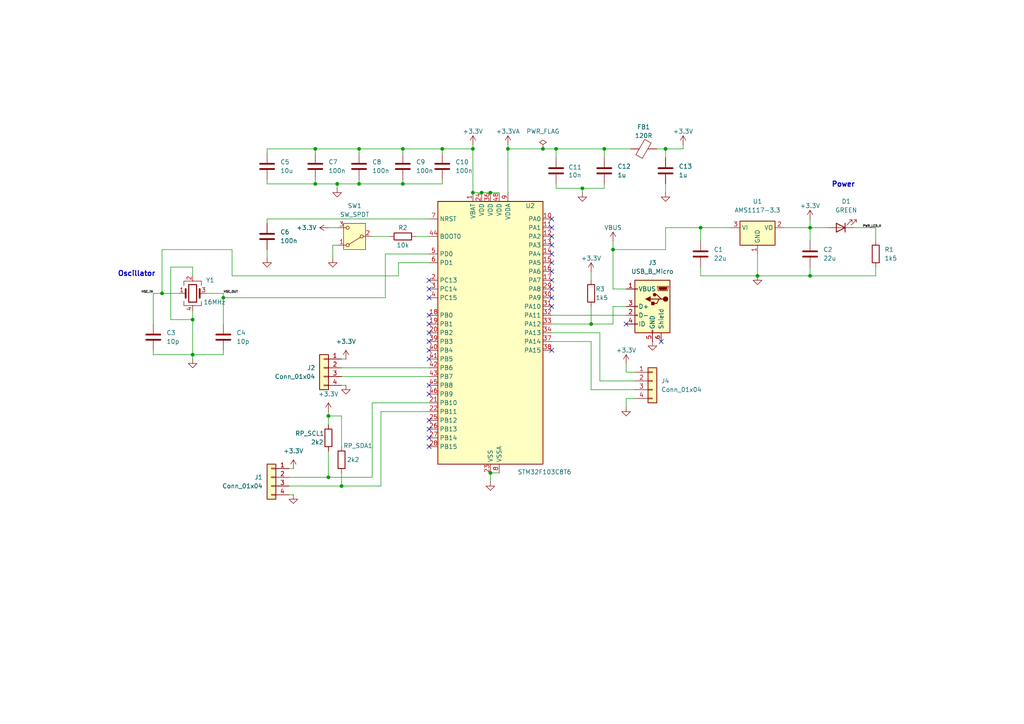
<source format=kicad_sch>
(kicad_sch
	(version 20250114)
	(generator "eeschema")
	(generator_version "9.0")
	(uuid "922bd198-cb8b-4b2a-92ee-f519011c9aa0")
	(paper "A4")
	(title_block
		(title "STM32")
		(date "2025-07-09")
		(company "own")
		(comment 1 "22221023_Farhan Masud")
	)
	(lib_symbols
		(symbol "+3.3V_1"
			(power)
			(pin_numbers
				(hide yes)
			)
			(pin_names
				(offset 0)
				(hide yes)
			)
			(exclude_from_sim no)
			(in_bom yes)
			(on_board yes)
			(property "Reference" "#PWR"
				(at 0 -3.81 0)
				(effects
					(font
						(size 1.27 1.27)
					)
					(hide yes)
				)
			)
			(property "Value" "+3.3V"
				(at 0 3.556 0)
				(effects
					(font
						(size 1.27 1.27)
					)
				)
			)
			(property "Footprint" ""
				(at 0 0 0)
				(effects
					(font
						(size 1.27 1.27)
					)
					(hide yes)
				)
			)
			(property "Datasheet" ""
				(at 0 0 0)
				(effects
					(font
						(size 1.27 1.27)
					)
					(hide yes)
				)
			)
			(property "Description" "Power symbol creates a global label with name \"+3.3V\""
				(at 0 0 0)
				(effects
					(font
						(size 1.27 1.27)
					)
					(hide yes)
				)
			)
			(property "ki_keywords" "global power"
				(at 0 0 0)
				(effects
					(font
						(size 1.27 1.27)
					)
					(hide yes)
				)
			)
			(symbol "+3.3V_1_0_1"
				(polyline
					(pts
						(xy -0.762 1.27) (xy 0 2.54)
					)
					(stroke
						(width 0)
						(type default)
					)
					(fill
						(type none)
					)
				)
				(polyline
					(pts
						(xy 0 2.54) (xy 0.762 1.27)
					)
					(stroke
						(width 0)
						(type default)
					)
					(fill
						(type none)
					)
				)
				(polyline
					(pts
						(xy 0 0) (xy 0 2.54)
					)
					(stroke
						(width 0)
						(type default)
					)
					(fill
						(type none)
					)
				)
			)
			(symbol "+3.3V_1_1_1"
				(pin power_in line
					(at 0 0 90)
					(length 0)
					(name "~"
						(effects
							(font
								(size 1.27 1.27)
							)
						)
					)
					(number "1"
						(effects
							(font
								(size 1.27 1.27)
							)
						)
					)
				)
			)
			(embedded_fonts no)
		)
		(symbol "+3.3V_2"
			(power)
			(pin_numbers
				(hide yes)
			)
			(pin_names
				(offset 0)
				(hide yes)
			)
			(exclude_from_sim no)
			(in_bom yes)
			(on_board yes)
			(property "Reference" "#PWR"
				(at 0 -3.81 0)
				(effects
					(font
						(size 1.27 1.27)
					)
					(hide yes)
				)
			)
			(property "Value" "+3.3V"
				(at 0 3.556 0)
				(effects
					(font
						(size 1.27 1.27)
					)
				)
			)
			(property "Footprint" ""
				(at 0 0 0)
				(effects
					(font
						(size 1.27 1.27)
					)
					(hide yes)
				)
			)
			(property "Datasheet" ""
				(at 0 0 0)
				(effects
					(font
						(size 1.27 1.27)
					)
					(hide yes)
				)
			)
			(property "Description" "Power symbol creates a global label with name \"+3.3V\""
				(at 0 0 0)
				(effects
					(font
						(size 1.27 1.27)
					)
					(hide yes)
				)
			)
			(property "ki_keywords" "global power"
				(at 0 0 0)
				(effects
					(font
						(size 1.27 1.27)
					)
					(hide yes)
				)
			)
			(symbol "+3.3V_2_0_1"
				(polyline
					(pts
						(xy -0.762 1.27) (xy 0 2.54)
					)
					(stroke
						(width 0)
						(type default)
					)
					(fill
						(type none)
					)
				)
				(polyline
					(pts
						(xy 0 2.54) (xy 0.762 1.27)
					)
					(stroke
						(width 0)
						(type default)
					)
					(fill
						(type none)
					)
				)
				(polyline
					(pts
						(xy 0 0) (xy 0 2.54)
					)
					(stroke
						(width 0)
						(type default)
					)
					(fill
						(type none)
					)
				)
			)
			(symbol "+3.3V_2_1_1"
				(pin power_in line
					(at 0 0 90)
					(length 0)
					(name "~"
						(effects
							(font
								(size 1.27 1.27)
							)
						)
					)
					(number "1"
						(effects
							(font
								(size 1.27 1.27)
							)
						)
					)
				)
			)
			(embedded_fonts no)
		)
		(symbol "+3.3V_3"
			(power)
			(pin_numbers
				(hide yes)
			)
			(pin_names
				(offset 0)
				(hide yes)
			)
			(exclude_from_sim no)
			(in_bom yes)
			(on_board yes)
			(property "Reference" "#PWR"
				(at 0 -3.81 0)
				(effects
					(font
						(size 1.27 1.27)
					)
					(hide yes)
				)
			)
			(property "Value" "+3.3V"
				(at 0 3.556 0)
				(effects
					(font
						(size 1.27 1.27)
					)
				)
			)
			(property "Footprint" ""
				(at 0 0 0)
				(effects
					(font
						(size 1.27 1.27)
					)
					(hide yes)
				)
			)
			(property "Datasheet" ""
				(at 0 0 0)
				(effects
					(font
						(size 1.27 1.27)
					)
					(hide yes)
				)
			)
			(property "Description" "Power symbol creates a global label with name \"+3.3V\""
				(at 0 0 0)
				(effects
					(font
						(size 1.27 1.27)
					)
					(hide yes)
				)
			)
			(property "ki_keywords" "global power"
				(at 0 0 0)
				(effects
					(font
						(size 1.27 1.27)
					)
					(hide yes)
				)
			)
			(symbol "+3.3V_3_0_1"
				(polyline
					(pts
						(xy -0.762 1.27) (xy 0 2.54)
					)
					(stroke
						(width 0)
						(type default)
					)
					(fill
						(type none)
					)
				)
				(polyline
					(pts
						(xy 0 2.54) (xy 0.762 1.27)
					)
					(stroke
						(width 0)
						(type default)
					)
					(fill
						(type none)
					)
				)
				(polyline
					(pts
						(xy 0 0) (xy 0 2.54)
					)
					(stroke
						(width 0)
						(type default)
					)
					(fill
						(type none)
					)
				)
			)
			(symbol "+3.3V_3_1_1"
				(pin power_in line
					(at 0 0 90)
					(length 0)
					(name "~"
						(effects
							(font
								(size 1.27 1.27)
							)
						)
					)
					(number "1"
						(effects
							(font
								(size 1.27 1.27)
							)
						)
					)
				)
			)
			(embedded_fonts no)
		)
		(symbol "+3.3V_4"
			(power)
			(pin_numbers
				(hide yes)
			)
			(pin_names
				(offset 0)
				(hide yes)
			)
			(exclude_from_sim no)
			(in_bom yes)
			(on_board yes)
			(property "Reference" "#PWR"
				(at 0 -3.81 0)
				(effects
					(font
						(size 1.27 1.27)
					)
					(hide yes)
				)
			)
			(property "Value" "+3.3V"
				(at 0 3.556 0)
				(effects
					(font
						(size 1.27 1.27)
					)
				)
			)
			(property "Footprint" ""
				(at 0 0 0)
				(effects
					(font
						(size 1.27 1.27)
					)
					(hide yes)
				)
			)
			(property "Datasheet" ""
				(at 0 0 0)
				(effects
					(font
						(size 1.27 1.27)
					)
					(hide yes)
				)
			)
			(property "Description" "Power symbol creates a global label with name \"+3.3V\""
				(at 0 0 0)
				(effects
					(font
						(size 1.27 1.27)
					)
					(hide yes)
				)
			)
			(property "ki_keywords" "global power"
				(at 0 0 0)
				(effects
					(font
						(size 1.27 1.27)
					)
					(hide yes)
				)
			)
			(symbol "+3.3V_4_0_1"
				(polyline
					(pts
						(xy -0.762 1.27) (xy 0 2.54)
					)
					(stroke
						(width 0)
						(type default)
					)
					(fill
						(type none)
					)
				)
				(polyline
					(pts
						(xy 0 2.54) (xy 0.762 1.27)
					)
					(stroke
						(width 0)
						(type default)
					)
					(fill
						(type none)
					)
				)
				(polyline
					(pts
						(xy 0 0) (xy 0 2.54)
					)
					(stroke
						(width 0)
						(type default)
					)
					(fill
						(type none)
					)
				)
			)
			(symbol "+3.3V_4_1_1"
				(pin power_in line
					(at 0 0 90)
					(length 0)
					(name "~"
						(effects
							(font
								(size 1.27 1.27)
							)
						)
					)
					(number "1"
						(effects
							(font
								(size 1.27 1.27)
							)
						)
					)
				)
			)
			(embedded_fonts no)
		)
		(symbol "+3.3V_5"
			(power)
			(pin_numbers
				(hide yes)
			)
			(pin_names
				(offset 0)
				(hide yes)
			)
			(exclude_from_sim no)
			(in_bom yes)
			(on_board yes)
			(property "Reference" "#PWR"
				(at 0 -3.81 0)
				(effects
					(font
						(size 1.27 1.27)
					)
					(hide yes)
				)
			)
			(property "Value" "+3.3V"
				(at 0 3.556 0)
				(effects
					(font
						(size 1.27 1.27)
					)
				)
			)
			(property "Footprint" ""
				(at 0 0 0)
				(effects
					(font
						(size 1.27 1.27)
					)
					(hide yes)
				)
			)
			(property "Datasheet" ""
				(at 0 0 0)
				(effects
					(font
						(size 1.27 1.27)
					)
					(hide yes)
				)
			)
			(property "Description" "Power symbol creates a global label with name \"+3.3V\""
				(at 0 0 0)
				(effects
					(font
						(size 1.27 1.27)
					)
					(hide yes)
				)
			)
			(property "ki_keywords" "global power"
				(at 0 0 0)
				(effects
					(font
						(size 1.27 1.27)
					)
					(hide yes)
				)
			)
			(symbol "+3.3V_5_0_1"
				(polyline
					(pts
						(xy -0.762 1.27) (xy 0 2.54)
					)
					(stroke
						(width 0)
						(type default)
					)
					(fill
						(type none)
					)
				)
				(polyline
					(pts
						(xy 0 2.54) (xy 0.762 1.27)
					)
					(stroke
						(width 0)
						(type default)
					)
					(fill
						(type none)
					)
				)
				(polyline
					(pts
						(xy 0 0) (xy 0 2.54)
					)
					(stroke
						(width 0)
						(type default)
					)
					(fill
						(type none)
					)
				)
			)
			(symbol "+3.3V_5_1_1"
				(pin power_in line
					(at 0 0 90)
					(length 0)
					(name "~"
						(effects
							(font
								(size 1.27 1.27)
							)
						)
					)
					(number "1"
						(effects
							(font
								(size 1.27 1.27)
							)
						)
					)
				)
			)
			(embedded_fonts no)
		)
		(symbol "+3.3V_6"
			(power)
			(pin_numbers
				(hide yes)
			)
			(pin_names
				(offset 0)
				(hide yes)
			)
			(exclude_from_sim no)
			(in_bom yes)
			(on_board yes)
			(property "Reference" "#PWR"
				(at 0 -3.81 0)
				(effects
					(font
						(size 1.27 1.27)
					)
					(hide yes)
				)
			)
			(property "Value" "+3.3V"
				(at 0 3.556 0)
				(effects
					(font
						(size 1.27 1.27)
					)
				)
			)
			(property "Footprint" ""
				(at 0 0 0)
				(effects
					(font
						(size 1.27 1.27)
					)
					(hide yes)
				)
			)
			(property "Datasheet" ""
				(at 0 0 0)
				(effects
					(font
						(size 1.27 1.27)
					)
					(hide yes)
				)
			)
			(property "Description" "Power symbol creates a global label with name \"+3.3V\""
				(at 0 0 0)
				(effects
					(font
						(size 1.27 1.27)
					)
					(hide yes)
				)
			)
			(property "ki_keywords" "global power"
				(at 0 0 0)
				(effects
					(font
						(size 1.27 1.27)
					)
					(hide yes)
				)
			)
			(symbol "+3.3V_6_0_1"
				(polyline
					(pts
						(xy -0.762 1.27) (xy 0 2.54)
					)
					(stroke
						(width 0)
						(type default)
					)
					(fill
						(type none)
					)
				)
				(polyline
					(pts
						(xy 0 2.54) (xy 0.762 1.27)
					)
					(stroke
						(width 0)
						(type default)
					)
					(fill
						(type none)
					)
				)
				(polyline
					(pts
						(xy 0 0) (xy 0 2.54)
					)
					(stroke
						(width 0)
						(type default)
					)
					(fill
						(type none)
					)
				)
			)
			(symbol "+3.3V_6_1_1"
				(pin power_in line
					(at 0 0 90)
					(length 0)
					(name "~"
						(effects
							(font
								(size 1.27 1.27)
							)
						)
					)
					(number "1"
						(effects
							(font
								(size 1.27 1.27)
							)
						)
					)
				)
			)
			(embedded_fonts no)
		)
		(symbol "+3.3V_7"
			(power)
			(pin_numbers
				(hide yes)
			)
			(pin_names
				(offset 0)
				(hide yes)
			)
			(exclude_from_sim no)
			(in_bom yes)
			(on_board yes)
			(property "Reference" "#PWR"
				(at 0 -3.81 0)
				(effects
					(font
						(size 1.27 1.27)
					)
					(hide yes)
				)
			)
			(property "Value" "+3.3V"
				(at 0 3.556 0)
				(effects
					(font
						(size 1.27 1.27)
					)
				)
			)
			(property "Footprint" ""
				(at 0 0 0)
				(effects
					(font
						(size 1.27 1.27)
					)
					(hide yes)
				)
			)
			(property "Datasheet" ""
				(at 0 0 0)
				(effects
					(font
						(size 1.27 1.27)
					)
					(hide yes)
				)
			)
			(property "Description" "Power symbol creates a global label with name \"+3.3V\""
				(at 0 0 0)
				(effects
					(font
						(size 1.27 1.27)
					)
					(hide yes)
				)
			)
			(property "ki_keywords" "global power"
				(at 0 0 0)
				(effects
					(font
						(size 1.27 1.27)
					)
					(hide yes)
				)
			)
			(symbol "+3.3V_7_0_1"
				(polyline
					(pts
						(xy -0.762 1.27) (xy 0 2.54)
					)
					(stroke
						(width 0)
						(type default)
					)
					(fill
						(type none)
					)
				)
				(polyline
					(pts
						(xy 0 2.54) (xy 0.762 1.27)
					)
					(stroke
						(width 0)
						(type default)
					)
					(fill
						(type none)
					)
				)
				(polyline
					(pts
						(xy 0 0) (xy 0 2.54)
					)
					(stroke
						(width 0)
						(type default)
					)
					(fill
						(type none)
					)
				)
			)
			(symbol "+3.3V_7_1_1"
				(pin power_in line
					(at 0 0 90)
					(length 0)
					(name "~"
						(effects
							(font
								(size 1.27 1.27)
							)
						)
					)
					(number "1"
						(effects
							(font
								(size 1.27 1.27)
							)
						)
					)
				)
			)
			(embedded_fonts no)
		)
		(symbol "+3.3V_8"
			(power)
			(pin_numbers
				(hide yes)
			)
			(pin_names
				(offset 0)
				(hide yes)
			)
			(exclude_from_sim no)
			(in_bom yes)
			(on_board yes)
			(property "Reference" "#PWR"
				(at 0 -3.81 0)
				(effects
					(font
						(size 1.27 1.27)
					)
					(hide yes)
				)
			)
			(property "Value" "+3.3V"
				(at 0 3.556 0)
				(effects
					(font
						(size 1.27 1.27)
					)
				)
			)
			(property "Footprint" ""
				(at 0 0 0)
				(effects
					(font
						(size 1.27 1.27)
					)
					(hide yes)
				)
			)
			(property "Datasheet" ""
				(at 0 0 0)
				(effects
					(font
						(size 1.27 1.27)
					)
					(hide yes)
				)
			)
			(property "Description" "Power symbol creates a global label with name \"+3.3V\""
				(at 0 0 0)
				(effects
					(font
						(size 1.27 1.27)
					)
					(hide yes)
				)
			)
			(property "ki_keywords" "global power"
				(at 0 0 0)
				(effects
					(font
						(size 1.27 1.27)
					)
					(hide yes)
				)
			)
			(symbol "+3.3V_8_0_1"
				(polyline
					(pts
						(xy -0.762 1.27) (xy 0 2.54)
					)
					(stroke
						(width 0)
						(type default)
					)
					(fill
						(type none)
					)
				)
				(polyline
					(pts
						(xy 0 2.54) (xy 0.762 1.27)
					)
					(stroke
						(width 0)
						(type default)
					)
					(fill
						(type none)
					)
				)
				(polyline
					(pts
						(xy 0 0) (xy 0 2.54)
					)
					(stroke
						(width 0)
						(type default)
					)
					(fill
						(type none)
					)
				)
			)
			(symbol "+3.3V_8_1_1"
				(pin power_in line
					(at 0 0 90)
					(length 0)
					(name "~"
						(effects
							(font
								(size 1.27 1.27)
							)
						)
					)
					(number "1"
						(effects
							(font
								(size 1.27 1.27)
							)
						)
					)
				)
			)
			(embedded_fonts no)
		)
		(symbol "Connector_Generic:Conn_01x04"
			(pin_names
				(offset 1.016)
				(hide yes)
			)
			(exclude_from_sim no)
			(in_bom yes)
			(on_board yes)
			(property "Reference" "J"
				(at 0 5.08 0)
				(effects
					(font
						(size 1.27 1.27)
					)
				)
			)
			(property "Value" "Conn_01x04"
				(at 0 -7.62 0)
				(effects
					(font
						(size 1.27 1.27)
					)
				)
			)
			(property "Footprint" ""
				(at 0 0 0)
				(effects
					(font
						(size 1.27 1.27)
					)
					(hide yes)
				)
			)
			(property "Datasheet" "~"
				(at 0 0 0)
				(effects
					(font
						(size 1.27 1.27)
					)
					(hide yes)
				)
			)
			(property "Description" "Generic connector, single row, 01x04, script generated (kicad-library-utils/schlib/autogen/connector/)"
				(at 0 0 0)
				(effects
					(font
						(size 1.27 1.27)
					)
					(hide yes)
				)
			)
			(property "ki_keywords" "connector"
				(at 0 0 0)
				(effects
					(font
						(size 1.27 1.27)
					)
					(hide yes)
				)
			)
			(property "ki_fp_filters" "Connector*:*_1x??_*"
				(at 0 0 0)
				(effects
					(font
						(size 1.27 1.27)
					)
					(hide yes)
				)
			)
			(symbol "Conn_01x04_1_1"
				(rectangle
					(start -1.27 3.81)
					(end 1.27 -6.35)
					(stroke
						(width 0.254)
						(type default)
					)
					(fill
						(type background)
					)
				)
				(rectangle
					(start -1.27 2.667)
					(end 0 2.413)
					(stroke
						(width 0.1524)
						(type default)
					)
					(fill
						(type none)
					)
				)
				(rectangle
					(start -1.27 0.127)
					(end 0 -0.127)
					(stroke
						(width 0.1524)
						(type default)
					)
					(fill
						(type none)
					)
				)
				(rectangle
					(start -1.27 -2.413)
					(end 0 -2.667)
					(stroke
						(width 0.1524)
						(type default)
					)
					(fill
						(type none)
					)
				)
				(rectangle
					(start -1.27 -4.953)
					(end 0 -5.207)
					(stroke
						(width 0.1524)
						(type default)
					)
					(fill
						(type none)
					)
				)
				(pin passive line
					(at -5.08 2.54 0)
					(length 3.81)
					(name "Pin_1"
						(effects
							(font
								(size 1.27 1.27)
							)
						)
					)
					(number "1"
						(effects
							(font
								(size 1.27 1.27)
							)
						)
					)
				)
				(pin passive line
					(at -5.08 0 0)
					(length 3.81)
					(name "Pin_2"
						(effects
							(font
								(size 1.27 1.27)
							)
						)
					)
					(number "2"
						(effects
							(font
								(size 1.27 1.27)
							)
						)
					)
				)
				(pin passive line
					(at -5.08 -2.54 0)
					(length 3.81)
					(name "Pin_3"
						(effects
							(font
								(size 1.27 1.27)
							)
						)
					)
					(number "3"
						(effects
							(font
								(size 1.27 1.27)
							)
						)
					)
				)
				(pin passive line
					(at -5.08 -5.08 0)
					(length 3.81)
					(name "Pin_4"
						(effects
							(font
								(size 1.27 1.27)
							)
						)
					)
					(number "4"
						(effects
							(font
								(size 1.27 1.27)
							)
						)
					)
				)
			)
			(embedded_fonts no)
		)
		(symbol "Device:C"
			(pin_numbers
				(hide yes)
			)
			(pin_names
				(offset 0.254)
			)
			(exclude_from_sim no)
			(in_bom yes)
			(on_board yes)
			(property "Reference" "C"
				(at 0.635 2.54 0)
				(effects
					(font
						(size 1.27 1.27)
					)
					(justify left)
				)
			)
			(property "Value" "C"
				(at 0.635 -2.54 0)
				(effects
					(font
						(size 1.27 1.27)
					)
					(justify left)
				)
			)
			(property "Footprint" ""
				(at 0.9652 -3.81 0)
				(effects
					(font
						(size 1.27 1.27)
					)
					(hide yes)
				)
			)
			(property "Datasheet" "~"
				(at 0 0 0)
				(effects
					(font
						(size 1.27 1.27)
					)
					(hide yes)
				)
			)
			(property "Description" "Unpolarized capacitor"
				(at 0 0 0)
				(effects
					(font
						(size 1.27 1.27)
					)
					(hide yes)
				)
			)
			(property "ki_keywords" "cap capacitor"
				(at 0 0 0)
				(effects
					(font
						(size 1.27 1.27)
					)
					(hide yes)
				)
			)
			(property "ki_fp_filters" "C_*"
				(at 0 0 0)
				(effects
					(font
						(size 1.27 1.27)
					)
					(hide yes)
				)
			)
			(symbol "C_0_1"
				(polyline
					(pts
						(xy -2.032 0.762) (xy 2.032 0.762)
					)
					(stroke
						(width 0.508)
						(type default)
					)
					(fill
						(type none)
					)
				)
				(polyline
					(pts
						(xy -2.032 -0.762) (xy 2.032 -0.762)
					)
					(stroke
						(width 0.508)
						(type default)
					)
					(fill
						(type none)
					)
				)
			)
			(symbol "C_1_1"
				(pin passive line
					(at 0 3.81 270)
					(length 2.794)
					(name "~"
						(effects
							(font
								(size 1.27 1.27)
							)
						)
					)
					(number "1"
						(effects
							(font
								(size 1.27 1.27)
							)
						)
					)
				)
				(pin passive line
					(at 0 -3.81 90)
					(length 2.794)
					(name "~"
						(effects
							(font
								(size 1.27 1.27)
							)
						)
					)
					(number "2"
						(effects
							(font
								(size 1.27 1.27)
							)
						)
					)
				)
			)
			(embedded_fonts no)
		)
		(symbol "Device:Crystal_GND24"
			(pin_names
				(offset 1.016)
				(hide yes)
			)
			(exclude_from_sim no)
			(in_bom yes)
			(on_board yes)
			(property "Reference" "Y"
				(at 3.175 5.08 0)
				(effects
					(font
						(size 1.27 1.27)
					)
					(justify left)
				)
			)
			(property "Value" "Crystal_GND24"
				(at 3.175 3.175 0)
				(effects
					(font
						(size 1.27 1.27)
					)
					(justify left)
				)
			)
			(property "Footprint" ""
				(at 0 0 0)
				(effects
					(font
						(size 1.27 1.27)
					)
					(hide yes)
				)
			)
			(property "Datasheet" "~"
				(at 0 0 0)
				(effects
					(font
						(size 1.27 1.27)
					)
					(hide yes)
				)
			)
			(property "Description" "Four pin crystal, GND on pins 2 and 4"
				(at 0 0 0)
				(effects
					(font
						(size 1.27 1.27)
					)
					(hide yes)
				)
			)
			(property "ki_keywords" "quartz ceramic resonator oscillator"
				(at 0 0 0)
				(effects
					(font
						(size 1.27 1.27)
					)
					(hide yes)
				)
			)
			(property "ki_fp_filters" "Crystal*"
				(at 0 0 0)
				(effects
					(font
						(size 1.27 1.27)
					)
					(hide yes)
				)
			)
			(symbol "Crystal_GND24_0_1"
				(polyline
					(pts
						(xy -2.54 2.286) (xy -2.54 3.556) (xy 2.54 3.556) (xy 2.54 2.286)
					)
					(stroke
						(width 0)
						(type default)
					)
					(fill
						(type none)
					)
				)
				(polyline
					(pts
						(xy -2.54 0) (xy -2.032 0)
					)
					(stroke
						(width 0)
						(type default)
					)
					(fill
						(type none)
					)
				)
				(polyline
					(pts
						(xy -2.54 -2.286) (xy -2.54 -3.556) (xy 2.54 -3.556) (xy 2.54 -2.286)
					)
					(stroke
						(width 0)
						(type default)
					)
					(fill
						(type none)
					)
				)
				(polyline
					(pts
						(xy -2.032 -1.27) (xy -2.032 1.27)
					)
					(stroke
						(width 0.508)
						(type default)
					)
					(fill
						(type none)
					)
				)
				(rectangle
					(start -1.143 2.54)
					(end 1.143 -2.54)
					(stroke
						(width 0.3048)
						(type default)
					)
					(fill
						(type none)
					)
				)
				(polyline
					(pts
						(xy 0 3.556) (xy 0 3.81)
					)
					(stroke
						(width 0)
						(type default)
					)
					(fill
						(type none)
					)
				)
				(polyline
					(pts
						(xy 0 -3.81) (xy 0 -3.556)
					)
					(stroke
						(width 0)
						(type default)
					)
					(fill
						(type none)
					)
				)
				(polyline
					(pts
						(xy 2.032 0) (xy 2.54 0)
					)
					(stroke
						(width 0)
						(type default)
					)
					(fill
						(type none)
					)
				)
				(polyline
					(pts
						(xy 2.032 -1.27) (xy 2.032 1.27)
					)
					(stroke
						(width 0.508)
						(type default)
					)
					(fill
						(type none)
					)
				)
			)
			(symbol "Crystal_GND24_1_1"
				(pin passive line
					(at -3.81 0 0)
					(length 1.27)
					(name "1"
						(effects
							(font
								(size 1.27 1.27)
							)
						)
					)
					(number "1"
						(effects
							(font
								(size 1.27 1.27)
							)
						)
					)
				)
				(pin passive line
					(at 0 5.08 270)
					(length 1.27)
					(name "2"
						(effects
							(font
								(size 1.27 1.27)
							)
						)
					)
					(number "2"
						(effects
							(font
								(size 1.27 1.27)
							)
						)
					)
				)
				(pin passive line
					(at 0 -5.08 90)
					(length 1.27)
					(name "4"
						(effects
							(font
								(size 1.27 1.27)
							)
						)
					)
					(number "4"
						(effects
							(font
								(size 1.27 1.27)
							)
						)
					)
				)
				(pin passive line
					(at 3.81 0 180)
					(length 1.27)
					(name "3"
						(effects
							(font
								(size 1.27 1.27)
							)
						)
					)
					(number "3"
						(effects
							(font
								(size 1.27 1.27)
							)
						)
					)
				)
			)
			(embedded_fonts no)
		)
		(symbol "Device:FerriteBead"
			(pin_numbers
				(hide yes)
			)
			(pin_names
				(offset 0)
			)
			(exclude_from_sim no)
			(in_bom yes)
			(on_board yes)
			(property "Reference" "FB"
				(at -3.81 0.635 90)
				(effects
					(font
						(size 1.27 1.27)
					)
				)
			)
			(property "Value" "FerriteBead"
				(at 3.81 0 90)
				(effects
					(font
						(size 1.27 1.27)
					)
				)
			)
			(property "Footprint" ""
				(at -1.778 0 90)
				(effects
					(font
						(size 1.27 1.27)
					)
					(hide yes)
				)
			)
			(property "Datasheet" "~"
				(at 0 0 0)
				(effects
					(font
						(size 1.27 1.27)
					)
					(hide yes)
				)
			)
			(property "Description" "Ferrite bead"
				(at 0 0 0)
				(effects
					(font
						(size 1.27 1.27)
					)
					(hide yes)
				)
			)
			(property "ki_keywords" "L ferrite bead inductor filter"
				(at 0 0 0)
				(effects
					(font
						(size 1.27 1.27)
					)
					(hide yes)
				)
			)
			(property "ki_fp_filters" "Inductor_* L_* *Ferrite*"
				(at 0 0 0)
				(effects
					(font
						(size 1.27 1.27)
					)
					(hide yes)
				)
			)
			(symbol "FerriteBead_0_1"
				(polyline
					(pts
						(xy -2.7686 0.4064) (xy -1.7018 2.2606) (xy 2.7686 -0.3048) (xy 1.6764 -2.159) (xy -2.7686 0.4064)
					)
					(stroke
						(width 0)
						(type default)
					)
					(fill
						(type none)
					)
				)
				(polyline
					(pts
						(xy 0 1.27) (xy 0 1.2954)
					)
					(stroke
						(width 0)
						(type default)
					)
					(fill
						(type none)
					)
				)
				(polyline
					(pts
						(xy 0 -1.27) (xy 0 -1.2192)
					)
					(stroke
						(width 0)
						(type default)
					)
					(fill
						(type none)
					)
				)
			)
			(symbol "FerriteBead_1_1"
				(pin passive line
					(at 0 3.81 270)
					(length 2.54)
					(name "~"
						(effects
							(font
								(size 1.27 1.27)
							)
						)
					)
					(number "1"
						(effects
							(font
								(size 1.27 1.27)
							)
						)
					)
				)
				(pin passive line
					(at 0 -3.81 90)
					(length 2.54)
					(name "~"
						(effects
							(font
								(size 1.27 1.27)
							)
						)
					)
					(number "2"
						(effects
							(font
								(size 1.27 1.27)
							)
						)
					)
				)
			)
			(embedded_fonts no)
		)
		(symbol "Device:LED"
			(pin_numbers
				(hide yes)
			)
			(pin_names
				(offset 1.016)
				(hide yes)
			)
			(exclude_from_sim no)
			(in_bom yes)
			(on_board yes)
			(property "Reference" "D"
				(at 0 2.54 0)
				(effects
					(font
						(size 1.27 1.27)
					)
				)
			)
			(property "Value" "LED"
				(at 0 -2.54 0)
				(effects
					(font
						(size 1.27 1.27)
					)
				)
			)
			(property "Footprint" ""
				(at 0 0 0)
				(effects
					(font
						(size 1.27 1.27)
					)
					(hide yes)
				)
			)
			(property "Datasheet" "~"
				(at 0 0 0)
				(effects
					(font
						(size 1.27 1.27)
					)
					(hide yes)
				)
			)
			(property "Description" "Light emitting diode"
				(at 0 0 0)
				(effects
					(font
						(size 1.27 1.27)
					)
					(hide yes)
				)
			)
			(property "Sim.Pins" "1=K 2=A"
				(at 0 0 0)
				(effects
					(font
						(size 1.27 1.27)
					)
					(hide yes)
				)
			)
			(property "ki_keywords" "LED diode"
				(at 0 0 0)
				(effects
					(font
						(size 1.27 1.27)
					)
					(hide yes)
				)
			)
			(property "ki_fp_filters" "LED* LED_SMD:* LED_THT:*"
				(at 0 0 0)
				(effects
					(font
						(size 1.27 1.27)
					)
					(hide yes)
				)
			)
			(symbol "LED_0_1"
				(polyline
					(pts
						(xy -3.048 -0.762) (xy -4.572 -2.286) (xy -3.81 -2.286) (xy -4.572 -2.286) (xy -4.572 -1.524)
					)
					(stroke
						(width 0)
						(type default)
					)
					(fill
						(type none)
					)
				)
				(polyline
					(pts
						(xy -1.778 -0.762) (xy -3.302 -2.286) (xy -2.54 -2.286) (xy -3.302 -2.286) (xy -3.302 -1.524)
					)
					(stroke
						(width 0)
						(type default)
					)
					(fill
						(type none)
					)
				)
				(polyline
					(pts
						(xy -1.27 0) (xy 1.27 0)
					)
					(stroke
						(width 0)
						(type default)
					)
					(fill
						(type none)
					)
				)
				(polyline
					(pts
						(xy -1.27 -1.27) (xy -1.27 1.27)
					)
					(stroke
						(width 0.254)
						(type default)
					)
					(fill
						(type none)
					)
				)
				(polyline
					(pts
						(xy 1.27 -1.27) (xy 1.27 1.27) (xy -1.27 0) (xy 1.27 -1.27)
					)
					(stroke
						(width 0.254)
						(type default)
					)
					(fill
						(type none)
					)
				)
			)
			(symbol "LED_1_1"
				(pin passive line
					(at -3.81 0 0)
					(length 2.54)
					(name "K"
						(effects
							(font
								(size 1.27 1.27)
							)
						)
					)
					(number "1"
						(effects
							(font
								(size 1.27 1.27)
							)
						)
					)
				)
				(pin passive line
					(at 3.81 0 180)
					(length 2.54)
					(name "A"
						(effects
							(font
								(size 1.27 1.27)
							)
						)
					)
					(number "2"
						(effects
							(font
								(size 1.27 1.27)
							)
						)
					)
				)
			)
			(embedded_fonts no)
		)
		(symbol "Device:R"
			(pin_numbers
				(hide yes)
			)
			(pin_names
				(offset 0)
			)
			(exclude_from_sim no)
			(in_bom yes)
			(on_board yes)
			(property "Reference" "R"
				(at 2.032 0 90)
				(effects
					(font
						(size 1.27 1.27)
					)
				)
			)
			(property "Value" "R"
				(at 0 0 90)
				(effects
					(font
						(size 1.27 1.27)
					)
				)
			)
			(property "Footprint" ""
				(at -1.778 0 90)
				(effects
					(font
						(size 1.27 1.27)
					)
					(hide yes)
				)
			)
			(property "Datasheet" "~"
				(at 0 0 0)
				(effects
					(font
						(size 1.27 1.27)
					)
					(hide yes)
				)
			)
			(property "Description" "Resistor"
				(at 0 0 0)
				(effects
					(font
						(size 1.27 1.27)
					)
					(hide yes)
				)
			)
			(property "ki_keywords" "R res resistor"
				(at 0 0 0)
				(effects
					(font
						(size 1.27 1.27)
					)
					(hide yes)
				)
			)
			(property "ki_fp_filters" "R_*"
				(at 0 0 0)
				(effects
					(font
						(size 1.27 1.27)
					)
					(hide yes)
				)
			)
			(symbol "R_0_1"
				(rectangle
					(start -1.016 -2.54)
					(end 1.016 2.54)
					(stroke
						(width 0.254)
						(type default)
					)
					(fill
						(type none)
					)
				)
			)
			(symbol "R_1_1"
				(pin passive line
					(at 0 3.81 270)
					(length 1.27)
					(name "~"
						(effects
							(font
								(size 1.27 1.27)
							)
						)
					)
					(number "1"
						(effects
							(font
								(size 1.27 1.27)
							)
						)
					)
				)
				(pin passive line
					(at 0 -3.81 90)
					(length 1.27)
					(name "~"
						(effects
							(font
								(size 1.27 1.27)
							)
						)
					)
					(number "2"
						(effects
							(font
								(size 1.27 1.27)
							)
						)
					)
				)
			)
			(embedded_fonts no)
		)
		(symbol "GND_1"
			(power)
			(pin_numbers
				(hide yes)
			)
			(pin_names
				(offset 0)
				(hide yes)
			)
			(exclude_from_sim no)
			(in_bom yes)
			(on_board yes)
			(property "Reference" "#PWR"
				(at 0 -6.35 0)
				(effects
					(font
						(size 1.27 1.27)
					)
					(hide yes)
				)
			)
			(property "Value" "GND"
				(at 0 -3.81 0)
				(effects
					(font
						(size 1.27 1.27)
					)
				)
			)
			(property "Footprint" ""
				(at 0 0 0)
				(effects
					(font
						(size 1.27 1.27)
					)
					(hide yes)
				)
			)
			(property "Datasheet" ""
				(at 0 0 0)
				(effects
					(font
						(size 1.27 1.27)
					)
					(hide yes)
				)
			)
			(property "Description" "Power symbol creates a global label with name \"GND\" , ground"
				(at 0 0 0)
				(effects
					(font
						(size 1.27 1.27)
					)
					(hide yes)
				)
			)
			(property "ki_keywords" "global power"
				(at 0 0 0)
				(effects
					(font
						(size 1.27 1.27)
					)
					(hide yes)
				)
			)
			(symbol "GND_1_0_1"
				(polyline
					(pts
						(xy 0 0) (xy 0 -1.27) (xy 1.27 -1.27) (xy 0 -2.54) (xy -1.27 -1.27) (xy 0 -1.27)
					)
					(stroke
						(width 0)
						(type default)
					)
					(fill
						(type none)
					)
				)
			)
			(symbol "GND_1_1_1"
				(pin power_in line
					(at 0 0 270)
					(length 0)
					(name "~"
						(effects
							(font
								(size 1.27 1.27)
							)
						)
					)
					(number "1"
						(effects
							(font
								(size 1.27 1.27)
							)
						)
					)
				)
			)
			(embedded_fonts no)
		)
		(symbol "GND_10"
			(power)
			(pin_numbers
				(hide yes)
			)
			(pin_names
				(offset 0)
				(hide yes)
			)
			(exclude_from_sim no)
			(in_bom yes)
			(on_board yes)
			(property "Reference" "#PWR"
				(at 0 -6.35 0)
				(effects
					(font
						(size 1.27 1.27)
					)
					(hide yes)
				)
			)
			(property "Value" "GND"
				(at 0 -3.81 0)
				(effects
					(font
						(size 1.27 1.27)
					)
				)
			)
			(property "Footprint" ""
				(at 0 0 0)
				(effects
					(font
						(size 1.27 1.27)
					)
					(hide yes)
				)
			)
			(property "Datasheet" ""
				(at 0 0 0)
				(effects
					(font
						(size 1.27 1.27)
					)
					(hide yes)
				)
			)
			(property "Description" "Power symbol creates a global label with name \"GND\" , ground"
				(at 0 0 0)
				(effects
					(font
						(size 1.27 1.27)
					)
					(hide yes)
				)
			)
			(property "ki_keywords" "global power"
				(at 0 0 0)
				(effects
					(font
						(size 1.27 1.27)
					)
					(hide yes)
				)
			)
			(symbol "GND_10_0_1"
				(polyline
					(pts
						(xy 0 0) (xy 0 -1.27) (xy 1.27 -1.27) (xy 0 -2.54) (xy -1.27 -1.27) (xy 0 -1.27)
					)
					(stroke
						(width 0)
						(type default)
					)
					(fill
						(type none)
					)
				)
			)
			(symbol "GND_10_1_1"
				(pin power_in line
					(at 0 0 270)
					(length 0)
					(name "~"
						(effects
							(font
								(size 1.27 1.27)
							)
						)
					)
					(number "1"
						(effects
							(font
								(size 1.27 1.27)
							)
						)
					)
				)
			)
			(embedded_fonts no)
		)
		(symbol "GND_11"
			(power)
			(pin_numbers
				(hide yes)
			)
			(pin_names
				(offset 0)
				(hide yes)
			)
			(exclude_from_sim no)
			(in_bom yes)
			(on_board yes)
			(property "Reference" "#PWR"
				(at 0 -6.35 0)
				(effects
					(font
						(size 1.27 1.27)
					)
					(hide yes)
				)
			)
			(property "Value" "GND"
				(at 0 -3.81 0)
				(effects
					(font
						(size 1.27 1.27)
					)
				)
			)
			(property "Footprint" ""
				(at 0 0 0)
				(effects
					(font
						(size 1.27 1.27)
					)
					(hide yes)
				)
			)
			(property "Datasheet" ""
				(at 0 0 0)
				(effects
					(font
						(size 1.27 1.27)
					)
					(hide yes)
				)
			)
			(property "Description" "Power symbol creates a global label with name \"GND\" , ground"
				(at 0 0 0)
				(effects
					(font
						(size 1.27 1.27)
					)
					(hide yes)
				)
			)
			(property "ki_keywords" "global power"
				(at 0 0 0)
				(effects
					(font
						(size 1.27 1.27)
					)
					(hide yes)
				)
			)
			(symbol "GND_11_0_1"
				(polyline
					(pts
						(xy 0 0) (xy 0 -1.27) (xy 1.27 -1.27) (xy 0 -2.54) (xy -1.27 -1.27) (xy 0 -1.27)
					)
					(stroke
						(width 0)
						(type default)
					)
					(fill
						(type none)
					)
				)
			)
			(symbol "GND_11_1_1"
				(pin power_in line
					(at 0 0 270)
					(length 0)
					(name "~"
						(effects
							(font
								(size 1.27 1.27)
							)
						)
					)
					(number "1"
						(effects
							(font
								(size 1.27 1.27)
							)
						)
					)
				)
			)
			(embedded_fonts no)
		)
		(symbol "GND_2"
			(power)
			(pin_numbers
				(hide yes)
			)
			(pin_names
				(offset 0)
				(hide yes)
			)
			(exclude_from_sim no)
			(in_bom yes)
			(on_board yes)
			(property "Reference" "#PWR"
				(at 0 -6.35 0)
				(effects
					(font
						(size 1.27 1.27)
					)
					(hide yes)
				)
			)
			(property "Value" "GND"
				(at 0 -3.81 0)
				(effects
					(font
						(size 1.27 1.27)
					)
				)
			)
			(property "Footprint" ""
				(at 0 0 0)
				(effects
					(font
						(size 1.27 1.27)
					)
					(hide yes)
				)
			)
			(property "Datasheet" ""
				(at 0 0 0)
				(effects
					(font
						(size 1.27 1.27)
					)
					(hide yes)
				)
			)
			(property "Description" "Power symbol creates a global label with name \"GND\" , ground"
				(at 0 0 0)
				(effects
					(font
						(size 1.27 1.27)
					)
					(hide yes)
				)
			)
			(property "ki_keywords" "global power"
				(at 0 0 0)
				(effects
					(font
						(size 1.27 1.27)
					)
					(hide yes)
				)
			)
			(symbol "GND_2_0_1"
				(polyline
					(pts
						(xy 0 0) (xy 0 -1.27) (xy 1.27 -1.27) (xy 0 -2.54) (xy -1.27 -1.27) (xy 0 -1.27)
					)
					(stroke
						(width 0)
						(type default)
					)
					(fill
						(type none)
					)
				)
			)
			(symbol "GND_2_1_1"
				(pin power_in line
					(at 0 0 270)
					(length 0)
					(name "~"
						(effects
							(font
								(size 1.27 1.27)
							)
						)
					)
					(number "1"
						(effects
							(font
								(size 1.27 1.27)
							)
						)
					)
				)
			)
			(embedded_fonts no)
		)
		(symbol "GND_3"
			(power)
			(pin_numbers
				(hide yes)
			)
			(pin_names
				(offset 0)
				(hide yes)
			)
			(exclude_from_sim no)
			(in_bom yes)
			(on_board yes)
			(property "Reference" "#PWR"
				(at 0 -6.35 0)
				(effects
					(font
						(size 1.27 1.27)
					)
					(hide yes)
				)
			)
			(property "Value" "GND"
				(at 0 -3.81 0)
				(effects
					(font
						(size 1.27 1.27)
					)
				)
			)
			(property "Footprint" ""
				(at 0 0 0)
				(effects
					(font
						(size 1.27 1.27)
					)
					(hide yes)
				)
			)
			(property "Datasheet" ""
				(at 0 0 0)
				(effects
					(font
						(size 1.27 1.27)
					)
					(hide yes)
				)
			)
			(property "Description" "Power symbol creates a global label with name \"GND\" , ground"
				(at 0 0 0)
				(effects
					(font
						(size 1.27 1.27)
					)
					(hide yes)
				)
			)
			(property "ki_keywords" "global power"
				(at 0 0 0)
				(effects
					(font
						(size 1.27 1.27)
					)
					(hide yes)
				)
			)
			(symbol "GND_3_0_1"
				(polyline
					(pts
						(xy 0 0) (xy 0 -1.27) (xy 1.27 -1.27) (xy 0 -2.54) (xy -1.27 -1.27) (xy 0 -1.27)
					)
					(stroke
						(width 0)
						(type default)
					)
					(fill
						(type none)
					)
				)
			)
			(symbol "GND_3_1_1"
				(pin power_in line
					(at 0 0 270)
					(length 0)
					(name "~"
						(effects
							(font
								(size 1.27 1.27)
							)
						)
					)
					(number "1"
						(effects
							(font
								(size 1.27 1.27)
							)
						)
					)
				)
			)
			(embedded_fonts no)
		)
		(symbol "GND_4"
			(power)
			(pin_numbers
				(hide yes)
			)
			(pin_names
				(offset 0)
				(hide yes)
			)
			(exclude_from_sim no)
			(in_bom yes)
			(on_board yes)
			(property "Reference" "#PWR"
				(at 0 -6.35 0)
				(effects
					(font
						(size 1.27 1.27)
					)
					(hide yes)
				)
			)
			(property "Value" "GND"
				(at 0 -3.81 0)
				(effects
					(font
						(size 1.27 1.27)
					)
				)
			)
			(property "Footprint" ""
				(at 0 0 0)
				(effects
					(font
						(size 1.27 1.27)
					)
					(hide yes)
				)
			)
			(property "Datasheet" ""
				(at 0 0 0)
				(effects
					(font
						(size 1.27 1.27)
					)
					(hide yes)
				)
			)
			(property "Description" "Power symbol creates a global label with name \"GND\" , ground"
				(at 0 0 0)
				(effects
					(font
						(size 1.27 1.27)
					)
					(hide yes)
				)
			)
			(property "ki_keywords" "global power"
				(at 0 0 0)
				(effects
					(font
						(size 1.27 1.27)
					)
					(hide yes)
				)
			)
			(symbol "GND_4_0_1"
				(polyline
					(pts
						(xy 0 0) (xy 0 -1.27) (xy 1.27 -1.27) (xy 0 -2.54) (xy -1.27 -1.27) (xy 0 -1.27)
					)
					(stroke
						(width 0)
						(type default)
					)
					(fill
						(type none)
					)
				)
			)
			(symbol "GND_4_1_1"
				(pin power_in line
					(at 0 0 270)
					(length 0)
					(name "~"
						(effects
							(font
								(size 1.27 1.27)
							)
						)
					)
					(number "1"
						(effects
							(font
								(size 1.27 1.27)
							)
						)
					)
				)
			)
			(embedded_fonts no)
		)
		(symbol "GND_5"
			(power)
			(pin_numbers
				(hide yes)
			)
			(pin_names
				(offset 0)
				(hide yes)
			)
			(exclude_from_sim no)
			(in_bom yes)
			(on_board yes)
			(property "Reference" "#PWR"
				(at 0 -6.35 0)
				(effects
					(font
						(size 1.27 1.27)
					)
					(hide yes)
				)
			)
			(property "Value" "GND"
				(at 0 -3.81 0)
				(effects
					(font
						(size 1.27 1.27)
					)
				)
			)
			(property "Footprint" ""
				(at 0 0 0)
				(effects
					(font
						(size 1.27 1.27)
					)
					(hide yes)
				)
			)
			(property "Datasheet" ""
				(at 0 0 0)
				(effects
					(font
						(size 1.27 1.27)
					)
					(hide yes)
				)
			)
			(property "Description" "Power symbol creates a global label with name \"GND\" , ground"
				(at 0 0 0)
				(effects
					(font
						(size 1.27 1.27)
					)
					(hide yes)
				)
			)
			(property "ki_keywords" "global power"
				(at 0 0 0)
				(effects
					(font
						(size 1.27 1.27)
					)
					(hide yes)
				)
			)
			(symbol "GND_5_0_1"
				(polyline
					(pts
						(xy 0 0) (xy 0 -1.27) (xy 1.27 -1.27) (xy 0 -2.54) (xy -1.27 -1.27) (xy 0 -1.27)
					)
					(stroke
						(width 0)
						(type default)
					)
					(fill
						(type none)
					)
				)
			)
			(symbol "GND_5_1_1"
				(pin power_in line
					(at 0 0 270)
					(length 0)
					(name "~"
						(effects
							(font
								(size 1.27 1.27)
							)
						)
					)
					(number "1"
						(effects
							(font
								(size 1.27 1.27)
							)
						)
					)
				)
			)
			(embedded_fonts no)
		)
		(symbol "GND_6"
			(power)
			(pin_numbers
				(hide yes)
			)
			(pin_names
				(offset 0)
				(hide yes)
			)
			(exclude_from_sim no)
			(in_bom yes)
			(on_board yes)
			(property "Reference" "#PWR"
				(at 0 -6.35 0)
				(effects
					(font
						(size 1.27 1.27)
					)
					(hide yes)
				)
			)
			(property "Value" "GND"
				(at 0 -3.81 0)
				(effects
					(font
						(size 1.27 1.27)
					)
				)
			)
			(property "Footprint" ""
				(at 0 0 0)
				(effects
					(font
						(size 1.27 1.27)
					)
					(hide yes)
				)
			)
			(property "Datasheet" ""
				(at 0 0 0)
				(effects
					(font
						(size 1.27 1.27)
					)
					(hide yes)
				)
			)
			(property "Description" "Power symbol creates a global label with name \"GND\" , ground"
				(at 0 0 0)
				(effects
					(font
						(size 1.27 1.27)
					)
					(hide yes)
				)
			)
			(property "ki_keywords" "global power"
				(at 0 0 0)
				(effects
					(font
						(size 1.27 1.27)
					)
					(hide yes)
				)
			)
			(symbol "GND_6_0_1"
				(polyline
					(pts
						(xy 0 0) (xy 0 -1.27) (xy 1.27 -1.27) (xy 0 -2.54) (xy -1.27 -1.27) (xy 0 -1.27)
					)
					(stroke
						(width 0)
						(type default)
					)
					(fill
						(type none)
					)
				)
			)
			(symbol "GND_6_1_1"
				(pin power_in line
					(at 0 0 270)
					(length 0)
					(name "~"
						(effects
							(font
								(size 1.27 1.27)
							)
						)
					)
					(number "1"
						(effects
							(font
								(size 1.27 1.27)
							)
						)
					)
				)
			)
			(embedded_fonts no)
		)
		(symbol "GND_7"
			(power)
			(pin_numbers
				(hide yes)
			)
			(pin_names
				(offset 0)
				(hide yes)
			)
			(exclude_from_sim no)
			(in_bom yes)
			(on_board yes)
			(property "Reference" "#PWR"
				(at 0 -6.35 0)
				(effects
					(font
						(size 1.27 1.27)
					)
					(hide yes)
				)
			)
			(property "Value" "GND"
				(at 0 -3.81 0)
				(effects
					(font
						(size 1.27 1.27)
					)
				)
			)
			(property "Footprint" ""
				(at 0 0 0)
				(effects
					(font
						(size 1.27 1.27)
					)
					(hide yes)
				)
			)
			(property "Datasheet" ""
				(at 0 0 0)
				(effects
					(font
						(size 1.27 1.27)
					)
					(hide yes)
				)
			)
			(property "Description" "Power symbol creates a global label with name \"GND\" , ground"
				(at 0 0 0)
				(effects
					(font
						(size 1.27 1.27)
					)
					(hide yes)
				)
			)
			(property "ki_keywords" "global power"
				(at 0 0 0)
				(effects
					(font
						(size 1.27 1.27)
					)
					(hide yes)
				)
			)
			(symbol "GND_7_0_1"
				(polyline
					(pts
						(xy 0 0) (xy 0 -1.27) (xy 1.27 -1.27) (xy 0 -2.54) (xy -1.27 -1.27) (xy 0 -1.27)
					)
					(stroke
						(width 0)
						(type default)
					)
					(fill
						(type none)
					)
				)
			)
			(symbol "GND_7_1_1"
				(pin power_in line
					(at 0 0 270)
					(length 0)
					(name "~"
						(effects
							(font
								(size 1.27 1.27)
							)
						)
					)
					(number "1"
						(effects
							(font
								(size 1.27 1.27)
							)
						)
					)
				)
			)
			(embedded_fonts no)
		)
		(symbol "GND_8"
			(power)
			(pin_numbers
				(hide yes)
			)
			(pin_names
				(offset 0)
				(hide yes)
			)
			(exclude_from_sim no)
			(in_bom yes)
			(on_board yes)
			(property "Reference" "#PWR"
				(at 0 -6.35 0)
				(effects
					(font
						(size 1.27 1.27)
					)
					(hide yes)
				)
			)
			(property "Value" "GND"
				(at 0 -3.81 0)
				(effects
					(font
						(size 1.27 1.27)
					)
				)
			)
			(property "Footprint" ""
				(at 0 0 0)
				(effects
					(font
						(size 1.27 1.27)
					)
					(hide yes)
				)
			)
			(property "Datasheet" ""
				(at 0 0 0)
				(effects
					(font
						(size 1.27 1.27)
					)
					(hide yes)
				)
			)
			(property "Description" "Power symbol creates a global label with name \"GND\" , ground"
				(at 0 0 0)
				(effects
					(font
						(size 1.27 1.27)
					)
					(hide yes)
				)
			)
			(property "ki_keywords" "global power"
				(at 0 0 0)
				(effects
					(font
						(size 1.27 1.27)
					)
					(hide yes)
				)
			)
			(symbol "GND_8_0_1"
				(polyline
					(pts
						(xy 0 0) (xy 0 -1.27) (xy 1.27 -1.27) (xy 0 -2.54) (xy -1.27 -1.27) (xy 0 -1.27)
					)
					(stroke
						(width 0)
						(type default)
					)
					(fill
						(type none)
					)
				)
			)
			(symbol "GND_8_1_1"
				(pin power_in line
					(at 0 0 270)
					(length 0)
					(name "~"
						(effects
							(font
								(size 1.27 1.27)
							)
						)
					)
					(number "1"
						(effects
							(font
								(size 1.27 1.27)
							)
						)
					)
				)
			)
			(embedded_fonts no)
		)
		(symbol "GND_9"
			(power)
			(pin_numbers
				(hide yes)
			)
			(pin_names
				(offset 0)
				(hide yes)
			)
			(exclude_from_sim no)
			(in_bom yes)
			(on_board yes)
			(property "Reference" "#PWR"
				(at 0 -6.35 0)
				(effects
					(font
						(size 1.27 1.27)
					)
					(hide yes)
				)
			)
			(property "Value" "GND"
				(at 0 -3.81 0)
				(effects
					(font
						(size 1.27 1.27)
					)
				)
			)
			(property "Footprint" ""
				(at 0 0 0)
				(effects
					(font
						(size 1.27 1.27)
					)
					(hide yes)
				)
			)
			(property "Datasheet" ""
				(at 0 0 0)
				(effects
					(font
						(size 1.27 1.27)
					)
					(hide yes)
				)
			)
			(property "Description" "Power symbol creates a global label with name \"GND\" , ground"
				(at 0 0 0)
				(effects
					(font
						(size 1.27 1.27)
					)
					(hide yes)
				)
			)
			(property "ki_keywords" "global power"
				(at 0 0 0)
				(effects
					(font
						(size 1.27 1.27)
					)
					(hide yes)
				)
			)
			(symbol "GND_9_0_1"
				(polyline
					(pts
						(xy 0 0) (xy 0 -1.27) (xy 1.27 -1.27) (xy 0 -2.54) (xy -1.27 -1.27) (xy 0 -1.27)
					)
					(stroke
						(width 0)
						(type default)
					)
					(fill
						(type none)
					)
				)
			)
			(symbol "GND_9_1_1"
				(pin power_in line
					(at 0 0 270)
					(length 0)
					(name "~"
						(effects
							(font
								(size 1.27 1.27)
							)
						)
					)
					(number "1"
						(effects
							(font
								(size 1.27 1.27)
							)
						)
					)
				)
			)
			(embedded_fonts no)
		)
		(symbol "MCU_ST_STM32F1:STM32F103C8Tx"
			(exclude_from_sim no)
			(in_bom yes)
			(on_board yes)
			(property "Reference" "U"
				(at -15.24 39.37 0)
				(effects
					(font
						(size 1.27 1.27)
					)
					(justify left)
				)
			)
			(property "Value" "STM32F103C8Tx"
				(at 7.62 39.37 0)
				(effects
					(font
						(size 1.27 1.27)
					)
					(justify left)
				)
			)
			(property "Footprint" "Package_QFP:LQFP-48_7x7mm_P0.5mm"
				(at -15.24 -38.1 0)
				(effects
					(font
						(size 1.27 1.27)
					)
					(justify right)
					(hide yes)
				)
			)
			(property "Datasheet" "https://www.st.com/resource/en/datasheet/stm32f103c8.pdf"
				(at 0 0 0)
				(effects
					(font
						(size 1.27 1.27)
					)
					(hide yes)
				)
			)
			(property "Description" "STMicroelectronics Arm Cortex-M3 MCU, 64KB flash, 20KB RAM, 72 MHz, 2.0-3.6V, 37 GPIO, LQFP48"
				(at 0 0 0)
				(effects
					(font
						(size 1.27 1.27)
					)
					(hide yes)
				)
			)
			(property "ki_keywords" "Arm Cortex-M3 STM32F1 STM32F103"
				(at 0 0 0)
				(effects
					(font
						(size 1.27 1.27)
					)
					(hide yes)
				)
			)
			(property "ki_fp_filters" "LQFP*7x7mm*P0.5mm*"
				(at 0 0 0)
				(effects
					(font
						(size 1.27 1.27)
					)
					(hide yes)
				)
			)
			(symbol "STM32F103C8Tx_0_1"
				(rectangle
					(start -15.24 -38.1)
					(end 15.24 38.1)
					(stroke
						(width 0.254)
						(type default)
					)
					(fill
						(type background)
					)
				)
			)
			(symbol "STM32F103C8Tx_1_1"
				(pin input line
					(at -17.78 33.02 0)
					(length 2.54)
					(name "NRST"
						(effects
							(font
								(size 1.27 1.27)
							)
						)
					)
					(number "7"
						(effects
							(font
								(size 1.27 1.27)
							)
						)
					)
				)
				(pin input line
					(at -17.78 27.94 0)
					(length 2.54)
					(name "BOOT0"
						(effects
							(font
								(size 1.27 1.27)
							)
						)
					)
					(number "44"
						(effects
							(font
								(size 1.27 1.27)
							)
						)
					)
				)
				(pin bidirectional line
					(at -17.78 22.86 0)
					(length 2.54)
					(name "PD0"
						(effects
							(font
								(size 1.27 1.27)
							)
						)
					)
					(number "5"
						(effects
							(font
								(size 1.27 1.27)
							)
						)
					)
					(alternate "RCC_OSC_IN" bidirectional line)
				)
				(pin bidirectional line
					(at -17.78 20.32 0)
					(length 2.54)
					(name "PD1"
						(effects
							(font
								(size 1.27 1.27)
							)
						)
					)
					(number "6"
						(effects
							(font
								(size 1.27 1.27)
							)
						)
					)
					(alternate "RCC_OSC_OUT" bidirectional line)
				)
				(pin bidirectional line
					(at -17.78 15.24 0)
					(length 2.54)
					(name "PC13"
						(effects
							(font
								(size 1.27 1.27)
							)
						)
					)
					(number "2"
						(effects
							(font
								(size 1.27 1.27)
							)
						)
					)
					(alternate "RTC_OUT" bidirectional line)
					(alternate "RTC_TAMPER" bidirectional line)
				)
				(pin bidirectional line
					(at -17.78 12.7 0)
					(length 2.54)
					(name "PC14"
						(effects
							(font
								(size 1.27 1.27)
							)
						)
					)
					(number "3"
						(effects
							(font
								(size 1.27 1.27)
							)
						)
					)
					(alternate "RCC_OSC32_IN" bidirectional line)
				)
				(pin bidirectional line
					(at -17.78 10.16 0)
					(length 2.54)
					(name "PC15"
						(effects
							(font
								(size 1.27 1.27)
							)
						)
					)
					(number "4"
						(effects
							(font
								(size 1.27 1.27)
							)
						)
					)
					(alternate "ADC1_EXTI15" bidirectional line)
					(alternate "ADC2_EXTI15" bidirectional line)
					(alternate "RCC_OSC32_OUT" bidirectional line)
				)
				(pin bidirectional line
					(at -17.78 5.08 0)
					(length 2.54)
					(name "PB0"
						(effects
							(font
								(size 1.27 1.27)
							)
						)
					)
					(number "18"
						(effects
							(font
								(size 1.27 1.27)
							)
						)
					)
					(alternate "ADC1_IN8" bidirectional line)
					(alternate "ADC2_IN8" bidirectional line)
					(alternate "TIM1_CH2N" bidirectional line)
					(alternate "TIM3_CH3" bidirectional line)
				)
				(pin bidirectional line
					(at -17.78 2.54 0)
					(length 2.54)
					(name "PB1"
						(effects
							(font
								(size 1.27 1.27)
							)
						)
					)
					(number "19"
						(effects
							(font
								(size 1.27 1.27)
							)
						)
					)
					(alternate "ADC1_IN9" bidirectional line)
					(alternate "ADC2_IN9" bidirectional line)
					(alternate "TIM1_CH3N" bidirectional line)
					(alternate "TIM3_CH4" bidirectional line)
				)
				(pin bidirectional line
					(at -17.78 0 0)
					(length 2.54)
					(name "PB2"
						(effects
							(font
								(size 1.27 1.27)
							)
						)
					)
					(number "20"
						(effects
							(font
								(size 1.27 1.27)
							)
						)
					)
				)
				(pin bidirectional line
					(at -17.78 -2.54 0)
					(length 2.54)
					(name "PB3"
						(effects
							(font
								(size 1.27 1.27)
							)
						)
					)
					(number "39"
						(effects
							(font
								(size 1.27 1.27)
							)
						)
					)
					(alternate "SPI1_SCK" bidirectional line)
					(alternate "SYS_JTDO-TRACESWO" bidirectional line)
					(alternate "TIM2_CH2" bidirectional line)
				)
				(pin bidirectional line
					(at -17.78 -5.08 0)
					(length 2.54)
					(name "PB4"
						(effects
							(font
								(size 1.27 1.27)
							)
						)
					)
					(number "40"
						(effects
							(font
								(size 1.27 1.27)
							)
						)
					)
					(alternate "SPI1_MISO" bidirectional line)
					(alternate "SYS_NJTRST" bidirectional line)
					(alternate "TIM3_CH1" bidirectional line)
				)
				(pin bidirectional line
					(at -17.78 -7.62 0)
					(length 2.54)
					(name "PB5"
						(effects
							(font
								(size 1.27 1.27)
							)
						)
					)
					(number "41"
						(effects
							(font
								(size 1.27 1.27)
							)
						)
					)
					(alternate "I2C1_SMBA" bidirectional line)
					(alternate "SPI1_MOSI" bidirectional line)
					(alternate "TIM3_CH2" bidirectional line)
				)
				(pin bidirectional line
					(at -17.78 -10.16 0)
					(length 2.54)
					(name "PB6"
						(effects
							(font
								(size 1.27 1.27)
							)
						)
					)
					(number "42"
						(effects
							(font
								(size 1.27 1.27)
							)
						)
					)
					(alternate "I2C1_SCL" bidirectional line)
					(alternate "TIM4_CH1" bidirectional line)
					(alternate "USART1_TX" bidirectional line)
				)
				(pin bidirectional line
					(at -17.78 -12.7 0)
					(length 2.54)
					(name "PB7"
						(effects
							(font
								(size 1.27 1.27)
							)
						)
					)
					(number "43"
						(effects
							(font
								(size 1.27 1.27)
							)
						)
					)
					(alternate "I2C1_SDA" bidirectional line)
					(alternate "TIM4_CH2" bidirectional line)
					(alternate "USART1_RX" bidirectional line)
				)
				(pin bidirectional line
					(at -17.78 -15.24 0)
					(length 2.54)
					(name "PB8"
						(effects
							(font
								(size 1.27 1.27)
							)
						)
					)
					(number "45"
						(effects
							(font
								(size 1.27 1.27)
							)
						)
					)
					(alternate "CAN_RX" bidirectional line)
					(alternate "I2C1_SCL" bidirectional line)
					(alternate "TIM4_CH3" bidirectional line)
				)
				(pin bidirectional line
					(at -17.78 -17.78 0)
					(length 2.54)
					(name "PB9"
						(effects
							(font
								(size 1.27 1.27)
							)
						)
					)
					(number "46"
						(effects
							(font
								(size 1.27 1.27)
							)
						)
					)
					(alternate "CAN_TX" bidirectional line)
					(alternate "I2C1_SDA" bidirectional line)
					(alternate "TIM4_CH4" bidirectional line)
				)
				(pin bidirectional line
					(at -17.78 -20.32 0)
					(length 2.54)
					(name "PB10"
						(effects
							(font
								(size 1.27 1.27)
							)
						)
					)
					(number "21"
						(effects
							(font
								(size 1.27 1.27)
							)
						)
					)
					(alternate "I2C2_SCL" bidirectional line)
					(alternate "TIM2_CH3" bidirectional line)
					(alternate "USART3_TX" bidirectional line)
				)
				(pin bidirectional line
					(at -17.78 -22.86 0)
					(length 2.54)
					(name "PB11"
						(effects
							(font
								(size 1.27 1.27)
							)
						)
					)
					(number "22"
						(effects
							(font
								(size 1.27 1.27)
							)
						)
					)
					(alternate "ADC1_EXTI11" bidirectional line)
					(alternate "ADC2_EXTI11" bidirectional line)
					(alternate "I2C2_SDA" bidirectional line)
					(alternate "TIM2_CH4" bidirectional line)
					(alternate "USART3_RX" bidirectional line)
				)
				(pin bidirectional line
					(at -17.78 -25.4 0)
					(length 2.54)
					(name "PB12"
						(effects
							(font
								(size 1.27 1.27)
							)
						)
					)
					(number "25"
						(effects
							(font
								(size 1.27 1.27)
							)
						)
					)
					(alternate "I2C2_SMBA" bidirectional line)
					(alternate "SPI2_NSS" bidirectional line)
					(alternate "TIM1_BKIN" bidirectional line)
					(alternate "USART3_CK" bidirectional line)
				)
				(pin bidirectional line
					(at -17.78 -27.94 0)
					(length 2.54)
					(name "PB13"
						(effects
							(font
								(size 1.27 1.27)
							)
						)
					)
					(number "26"
						(effects
							(font
								(size 1.27 1.27)
							)
						)
					)
					(alternate "SPI2_SCK" bidirectional line)
					(alternate "TIM1_CH1N" bidirectional line)
					(alternate "USART3_CTS" bidirectional line)
				)
				(pin bidirectional line
					(at -17.78 -30.48 0)
					(length 2.54)
					(name "PB14"
						(effects
							(font
								(size 1.27 1.27)
							)
						)
					)
					(number "27"
						(effects
							(font
								(size 1.27 1.27)
							)
						)
					)
					(alternate "SPI2_MISO" bidirectional line)
					(alternate "TIM1_CH2N" bidirectional line)
					(alternate "USART3_RTS" bidirectional line)
				)
				(pin bidirectional line
					(at -17.78 -33.02 0)
					(length 2.54)
					(name "PB15"
						(effects
							(font
								(size 1.27 1.27)
							)
						)
					)
					(number "28"
						(effects
							(font
								(size 1.27 1.27)
							)
						)
					)
					(alternate "ADC1_EXTI15" bidirectional line)
					(alternate "ADC2_EXTI15" bidirectional line)
					(alternate "SPI2_MOSI" bidirectional line)
					(alternate "TIM1_CH3N" bidirectional line)
				)
				(pin power_in line
					(at -5.08 40.64 270)
					(length 2.54)
					(name "VBAT"
						(effects
							(font
								(size 1.27 1.27)
							)
						)
					)
					(number "1"
						(effects
							(font
								(size 1.27 1.27)
							)
						)
					)
				)
				(pin power_in line
					(at -2.54 40.64 270)
					(length 2.54)
					(name "VDD"
						(effects
							(font
								(size 1.27 1.27)
							)
						)
					)
					(number "24"
						(effects
							(font
								(size 1.27 1.27)
							)
						)
					)
				)
				(pin power_in line
					(at 0 40.64 270)
					(length 2.54)
					(name "VDD"
						(effects
							(font
								(size 1.27 1.27)
							)
						)
					)
					(number "36"
						(effects
							(font
								(size 1.27 1.27)
							)
						)
					)
				)
				(pin power_in line
					(at 0 -40.64 90)
					(length 2.54)
					(name "VSS"
						(effects
							(font
								(size 1.27 1.27)
							)
						)
					)
					(number "23"
						(effects
							(font
								(size 1.27 1.27)
							)
						)
					)
				)
				(pin passive line
					(at 0 -40.64 90)
					(length 2.54)
					(hide yes)
					(name "VSS"
						(effects
							(font
								(size 1.27 1.27)
							)
						)
					)
					(number "35"
						(effects
							(font
								(size 1.27 1.27)
							)
						)
					)
				)
				(pin passive line
					(at 0 -40.64 90)
					(length 2.54)
					(hide yes)
					(name "VSS"
						(effects
							(font
								(size 1.27 1.27)
							)
						)
					)
					(number "47"
						(effects
							(font
								(size 1.27 1.27)
							)
						)
					)
				)
				(pin power_in line
					(at 2.54 40.64 270)
					(length 2.54)
					(name "VDD"
						(effects
							(font
								(size 1.27 1.27)
							)
						)
					)
					(number "48"
						(effects
							(font
								(size 1.27 1.27)
							)
						)
					)
				)
				(pin power_in line
					(at 2.54 -40.64 90)
					(length 2.54)
					(name "VSSA"
						(effects
							(font
								(size 1.27 1.27)
							)
						)
					)
					(number "8"
						(effects
							(font
								(size 1.27 1.27)
							)
						)
					)
				)
				(pin power_in line
					(at 5.08 40.64 270)
					(length 2.54)
					(name "VDDA"
						(effects
							(font
								(size 1.27 1.27)
							)
						)
					)
					(number "9"
						(effects
							(font
								(size 1.27 1.27)
							)
						)
					)
				)
				(pin bidirectional line
					(at 17.78 33.02 180)
					(length 2.54)
					(name "PA0"
						(effects
							(font
								(size 1.27 1.27)
							)
						)
					)
					(number "10"
						(effects
							(font
								(size 1.27 1.27)
							)
						)
					)
					(alternate "ADC1_IN0" bidirectional line)
					(alternate "ADC2_IN0" bidirectional line)
					(alternate "SYS_WKUP" bidirectional line)
					(alternate "TIM2_CH1" bidirectional line)
					(alternate "TIM2_ETR" bidirectional line)
					(alternate "USART2_CTS" bidirectional line)
				)
				(pin bidirectional line
					(at 17.78 30.48 180)
					(length 2.54)
					(name "PA1"
						(effects
							(font
								(size 1.27 1.27)
							)
						)
					)
					(number "11"
						(effects
							(font
								(size 1.27 1.27)
							)
						)
					)
					(alternate "ADC1_IN1" bidirectional line)
					(alternate "ADC2_IN1" bidirectional line)
					(alternate "TIM2_CH2" bidirectional line)
					(alternate "USART2_RTS" bidirectional line)
				)
				(pin bidirectional line
					(at 17.78 27.94 180)
					(length 2.54)
					(name "PA2"
						(effects
							(font
								(size 1.27 1.27)
							)
						)
					)
					(number "12"
						(effects
							(font
								(size 1.27 1.27)
							)
						)
					)
					(alternate "ADC1_IN2" bidirectional line)
					(alternate "ADC2_IN2" bidirectional line)
					(alternate "TIM2_CH3" bidirectional line)
					(alternate "USART2_TX" bidirectional line)
				)
				(pin bidirectional line
					(at 17.78 25.4 180)
					(length 2.54)
					(name "PA3"
						(effects
							(font
								(size 1.27 1.27)
							)
						)
					)
					(number "13"
						(effects
							(font
								(size 1.27 1.27)
							)
						)
					)
					(alternate "ADC1_IN3" bidirectional line)
					(alternate "ADC2_IN3" bidirectional line)
					(alternate "TIM2_CH4" bidirectional line)
					(alternate "USART2_RX" bidirectional line)
				)
				(pin bidirectional line
					(at 17.78 22.86 180)
					(length 2.54)
					(name "PA4"
						(effects
							(font
								(size 1.27 1.27)
							)
						)
					)
					(number "14"
						(effects
							(font
								(size 1.27 1.27)
							)
						)
					)
					(alternate "ADC1_IN4" bidirectional line)
					(alternate "ADC2_IN4" bidirectional line)
					(alternate "SPI1_NSS" bidirectional line)
					(alternate "USART2_CK" bidirectional line)
				)
				(pin bidirectional line
					(at 17.78 20.32 180)
					(length 2.54)
					(name "PA5"
						(effects
							(font
								(size 1.27 1.27)
							)
						)
					)
					(number "15"
						(effects
							(font
								(size 1.27 1.27)
							)
						)
					)
					(alternate "ADC1_IN5" bidirectional line)
					(alternate "ADC2_IN5" bidirectional line)
					(alternate "SPI1_SCK" bidirectional line)
				)
				(pin bidirectional line
					(at 17.78 17.78 180)
					(length 2.54)
					(name "PA6"
						(effects
							(font
								(size 1.27 1.27)
							)
						)
					)
					(number "16"
						(effects
							(font
								(size 1.27 1.27)
							)
						)
					)
					(alternate "ADC1_IN6" bidirectional line)
					(alternate "ADC2_IN6" bidirectional line)
					(alternate "SPI1_MISO" bidirectional line)
					(alternate "TIM1_BKIN" bidirectional line)
					(alternate "TIM3_CH1" bidirectional line)
				)
				(pin bidirectional line
					(at 17.78 15.24 180)
					(length 2.54)
					(name "PA7"
						(effects
							(font
								(size 1.27 1.27)
							)
						)
					)
					(number "17"
						(effects
							(font
								(size 1.27 1.27)
							)
						)
					)
					(alternate "ADC1_IN7" bidirectional line)
					(alternate "ADC2_IN7" bidirectional line)
					(alternate "SPI1_MOSI" bidirectional line)
					(alternate "TIM1_CH1N" bidirectional line)
					(alternate "TIM3_CH2" bidirectional line)
				)
				(pin bidirectional line
					(at 17.78 12.7 180)
					(length 2.54)
					(name "PA8"
						(effects
							(font
								(size 1.27 1.27)
							)
						)
					)
					(number "29"
						(effects
							(font
								(size 1.27 1.27)
							)
						)
					)
					(alternate "RCC_MCO" bidirectional line)
					(alternate "TIM1_CH1" bidirectional line)
					(alternate "USART1_CK" bidirectional line)
				)
				(pin bidirectional line
					(at 17.78 10.16 180)
					(length 2.54)
					(name "PA9"
						(effects
							(font
								(size 1.27 1.27)
							)
						)
					)
					(number "30"
						(effects
							(font
								(size 1.27 1.27)
							)
						)
					)
					(alternate "TIM1_CH2" bidirectional line)
					(alternate "USART1_TX" bidirectional line)
				)
				(pin bidirectional line
					(at 17.78 7.62 180)
					(length 2.54)
					(name "PA10"
						(effects
							(font
								(size 1.27 1.27)
							)
						)
					)
					(number "31"
						(effects
							(font
								(size 1.27 1.27)
							)
						)
					)
					(alternate "TIM1_CH3" bidirectional line)
					(alternate "USART1_RX" bidirectional line)
				)
				(pin bidirectional line
					(at 17.78 5.08 180)
					(length 2.54)
					(name "PA11"
						(effects
							(font
								(size 1.27 1.27)
							)
						)
					)
					(number "32"
						(effects
							(font
								(size 1.27 1.27)
							)
						)
					)
					(alternate "ADC1_EXTI11" bidirectional line)
					(alternate "ADC2_EXTI11" bidirectional line)
					(alternate "CAN_RX" bidirectional line)
					(alternate "TIM1_CH4" bidirectional line)
					(alternate "USART1_CTS" bidirectional line)
					(alternate "USB_DM" bidirectional line)
				)
				(pin bidirectional line
					(at 17.78 2.54 180)
					(length 2.54)
					(name "PA12"
						(effects
							(font
								(size 1.27 1.27)
							)
						)
					)
					(number "33"
						(effects
							(font
								(size 1.27 1.27)
							)
						)
					)
					(alternate "CAN_TX" bidirectional line)
					(alternate "TIM1_ETR" bidirectional line)
					(alternate "USART1_RTS" bidirectional line)
					(alternate "USB_DP" bidirectional line)
				)
				(pin bidirectional line
					(at 17.78 0 180)
					(length 2.54)
					(name "PA13"
						(effects
							(font
								(size 1.27 1.27)
							)
						)
					)
					(number "34"
						(effects
							(font
								(size 1.27 1.27)
							)
						)
					)
					(alternate "SYS_JTMS-SWDIO" bidirectional line)
				)
				(pin bidirectional line
					(at 17.78 -2.54 180)
					(length 2.54)
					(name "PA14"
						(effects
							(font
								(size 1.27 1.27)
							)
						)
					)
					(number "37"
						(effects
							(font
								(size 1.27 1.27)
							)
						)
					)
					(alternate "SYS_JTCK-SWCLK" bidirectional line)
				)
				(pin bidirectional line
					(at 17.78 -5.08 180)
					(length 2.54)
					(name "PA15"
						(effects
							(font
								(size 1.27 1.27)
							)
						)
					)
					(number "38"
						(effects
							(font
								(size 1.27 1.27)
							)
						)
					)
					(alternate "ADC1_EXTI15" bidirectional line)
					(alternate "ADC2_EXTI15" bidirectional line)
					(alternate "SPI1_NSS" bidirectional line)
					(alternate "SYS_JTDI" bidirectional line)
					(alternate "TIM2_CH1" bidirectional line)
					(alternate "TIM2_ETR" bidirectional line)
				)
			)
			(embedded_fonts no)
		)
		(symbol "Regulator_Linear:AMS1117-3.3"
			(exclude_from_sim no)
			(in_bom yes)
			(on_board yes)
			(property "Reference" "U"
				(at -3.81 3.175 0)
				(effects
					(font
						(size 1.27 1.27)
					)
				)
			)
			(property "Value" "AMS1117-3.3"
				(at 0 3.175 0)
				(effects
					(font
						(size 1.27 1.27)
					)
					(justify left)
				)
			)
			(property "Footprint" "Package_TO_SOT_SMD:SOT-223-3_TabPin2"
				(at 0 5.08 0)
				(effects
					(font
						(size 1.27 1.27)
					)
					(hide yes)
				)
			)
			(property "Datasheet" "http://www.advanced-monolithic.com/pdf/ds1117.pdf"
				(at 2.54 -6.35 0)
				(effects
					(font
						(size 1.27 1.27)
					)
					(hide yes)
				)
			)
			(property "Description" "1A Low Dropout regulator, positive, 3.3V fixed output, SOT-223"
				(at 0 0 0)
				(effects
					(font
						(size 1.27 1.27)
					)
					(hide yes)
				)
			)
			(property "ki_keywords" "linear regulator ldo fixed positive"
				(at 0 0 0)
				(effects
					(font
						(size 1.27 1.27)
					)
					(hide yes)
				)
			)
			(property "ki_fp_filters" "SOT?223*TabPin2*"
				(at 0 0 0)
				(effects
					(font
						(size 1.27 1.27)
					)
					(hide yes)
				)
			)
			(symbol "AMS1117-3.3_0_1"
				(rectangle
					(start -5.08 -5.08)
					(end 5.08 1.905)
					(stroke
						(width 0.254)
						(type default)
					)
					(fill
						(type background)
					)
				)
			)
			(symbol "AMS1117-3.3_1_1"
				(pin power_in line
					(at -7.62 0 0)
					(length 2.54)
					(name "VI"
						(effects
							(font
								(size 1.27 1.27)
							)
						)
					)
					(number "3"
						(effects
							(font
								(size 1.27 1.27)
							)
						)
					)
				)
				(pin power_in line
					(at 0 -7.62 90)
					(length 2.54)
					(name "GND"
						(effects
							(font
								(size 1.27 1.27)
							)
						)
					)
					(number "1"
						(effects
							(font
								(size 1.27 1.27)
							)
						)
					)
				)
				(pin power_out line
					(at 7.62 0 180)
					(length 2.54)
					(name "VO"
						(effects
							(font
								(size 1.27 1.27)
							)
						)
					)
					(number "2"
						(effects
							(font
								(size 1.27 1.27)
							)
						)
					)
				)
			)
			(embedded_fonts no)
		)
		(symbol "SW_SPDT_1"
			(pin_names
				(offset 0)
				(hide yes)
			)
			(exclude_from_sim no)
			(in_bom yes)
			(on_board yes)
			(property "Reference" "SW"
				(at 0 5.08 0)
				(effects
					(font
						(size 1.27 1.27)
					)
				)
			)
			(property "Value" "SW_SPDT"
				(at 0 -5.08 0)
				(effects
					(font
						(size 1.27 1.27)
					)
				)
			)
			(property "Footprint" ""
				(at 0 0 0)
				(effects
					(font
						(size 1.27 1.27)
					)
					(hide yes)
				)
			)
			(property "Datasheet" "~"
				(at 0 -7.62 0)
				(effects
					(font
						(size 1.27 1.27)
					)
					(hide yes)
				)
			)
			(property "Description" "Switch, single pole double throw"
				(at 0 0 0)
				(effects
					(font
						(size 1.27 1.27)
					)
					(hide yes)
				)
			)
			(property "ki_keywords" "switch single-pole double-throw spdt ON-ON"
				(at 0 0 0)
				(effects
					(font
						(size 1.27 1.27)
					)
					(hide yes)
				)
			)
			(symbol "SW_SPDT_1_0_1"
				(circle
					(center -2.032 0)
					(radius 0.4572)
					(stroke
						(width 0)
						(type default)
					)
					(fill
						(type none)
					)
				)
				(polyline
					(pts
						(xy -1.651 0.254) (xy 1.651 2.286)
					)
					(stroke
						(width 0)
						(type default)
					)
					(fill
						(type none)
					)
				)
				(circle
					(center 2.032 2.54)
					(radius 0.4572)
					(stroke
						(width 0)
						(type default)
					)
					(fill
						(type none)
					)
				)
				(circle
					(center 2.032 -2.54)
					(radius 0.4572)
					(stroke
						(width 0)
						(type default)
					)
					(fill
						(type none)
					)
				)
			)
			(symbol "SW_SPDT_1_1_1"
				(rectangle
					(start -3.175 3.81)
					(end 3.175 -3.81)
					(stroke
						(width 0)
						(type default)
					)
					(fill
						(type background)
					)
				)
				(pin passive line
					(at -5.08 0 0)
					(length 2.54)
					(name "B"
						(effects
							(font
								(size 1.27 1.27)
							)
						)
					)
					(number "2"
						(effects
							(font
								(size 1.27 1.27)
							)
						)
					)
				)
				(pin passive line
					(at 5.08 2.54 180)
					(length 2.54)
					(name "A"
						(effects
							(font
								(size 1.27 1.27)
							)
						)
					)
					(number "1"
						(effects
							(font
								(size 1.27 1.27)
							)
						)
					)
				)
				(pin passive line
					(at 5.08 -2.54 180)
					(length 2.54)
					(name "C"
						(effects
							(font
								(size 1.27 1.27)
							)
						)
					)
					(number "3"
						(effects
							(font
								(size 1.27 1.27)
							)
						)
					)
				)
			)
			(embedded_fonts no)
		)
		(symbol "USB_B_Micro_1"
			(pin_names
				(offset 1.016)
			)
			(exclude_from_sim no)
			(in_bom yes)
			(on_board yes)
			(property "Reference" "J"
				(at -5.08 11.43 0)
				(effects
					(font
						(size 1.27 1.27)
					)
					(justify left)
				)
			)
			(property "Value" "USB_B_Micro"
				(at -5.08 8.89 0)
				(effects
					(font
						(size 1.27 1.27)
					)
					(justify left)
				)
			)
			(property "Footprint" ""
				(at 3.81 -1.27 0)
				(effects
					(font
						(size 1.27 1.27)
					)
					(hide yes)
				)
			)
			(property "Datasheet" "~"
				(at 3.81 -1.27 0)
				(effects
					(font
						(size 1.27 1.27)
					)
					(hide yes)
				)
			)
			(property "Description" "USB Micro Type B connector"
				(at 0 0 0)
				(effects
					(font
						(size 1.27 1.27)
					)
					(hide yes)
				)
			)
			(property "ki_keywords" "connector USB micro"
				(at 0 0 0)
				(effects
					(font
						(size 1.27 1.27)
					)
					(hide yes)
				)
			)
			(property "ki_fp_filters" "USB*Micro*B*"
				(at 0 0 0)
				(effects
					(font
						(size 1.27 1.27)
					)
					(hide yes)
				)
			)
			(symbol "USB_B_Micro_1_0_1"
				(rectangle
					(start -5.08 -7.62)
					(end 5.08 7.62)
					(stroke
						(width 0.254)
						(type default)
					)
					(fill
						(type background)
					)
				)
				(polyline
					(pts
						(xy -4.699 5.842) (xy -4.699 5.588) (xy -4.445 4.826) (xy -4.445 4.572) (xy -1.651 4.572) (xy -1.651 4.826)
						(xy -1.397 5.588) (xy -1.397 5.842) (xy -4.699 5.842)
					)
					(stroke
						(width 0)
						(type default)
					)
					(fill
						(type none)
					)
				)
				(polyline
					(pts
						(xy -4.318 5.588) (xy -1.778 5.588) (xy -2.032 4.826) (xy -4.064 4.826) (xy -4.318 5.588)
					)
					(stroke
						(width 0)
						(type default)
					)
					(fill
						(type outline)
					)
				)
				(circle
					(center -3.81 2.159)
					(radius 0.635)
					(stroke
						(width 0.254)
						(type default)
					)
					(fill
						(type outline)
					)
				)
				(polyline
					(pts
						(xy -3.175 2.159) (xy -2.54 2.159) (xy -1.27 3.429) (xy -0.635 3.429)
					)
					(stroke
						(width 0.254)
						(type default)
					)
					(fill
						(type none)
					)
				)
				(polyline
					(pts
						(xy -2.54 2.159) (xy -1.905 2.159) (xy -1.27 0.889) (xy 0 0.889)
					)
					(stroke
						(width 0.254)
						(type default)
					)
					(fill
						(type none)
					)
				)
				(polyline
					(pts
						(xy -1.905 2.159) (xy 0.635 2.159)
					)
					(stroke
						(width 0.254)
						(type default)
					)
					(fill
						(type none)
					)
				)
				(circle
					(center -0.635 3.429)
					(radius 0.381)
					(stroke
						(width 0.254)
						(type default)
					)
					(fill
						(type outline)
					)
				)
				(rectangle
					(start -0.127 -7.62)
					(end 0.127 -6.858)
					(stroke
						(width 0)
						(type default)
					)
					(fill
						(type none)
					)
				)
				(rectangle
					(start 0.254 1.27)
					(end -0.508 0.508)
					(stroke
						(width 0.254)
						(type default)
					)
					(fill
						(type outline)
					)
				)
				(polyline
					(pts
						(xy 0.635 2.794) (xy 0.635 1.524) (xy 1.905 2.159) (xy 0.635 2.794)
					)
					(stroke
						(width 0.254)
						(type default)
					)
					(fill
						(type outline)
					)
				)
				(rectangle
					(start 5.08 4.953)
					(end 4.318 5.207)
					(stroke
						(width 0)
						(type default)
					)
					(fill
						(type none)
					)
				)
				(rectangle
					(start 5.08 -0.127)
					(end 4.318 0.127)
					(stroke
						(width 0)
						(type default)
					)
					(fill
						(type none)
					)
				)
				(rectangle
					(start 5.08 -2.667)
					(end 4.318 -2.413)
					(stroke
						(width 0)
						(type default)
					)
					(fill
						(type none)
					)
				)
				(rectangle
					(start 5.08 -5.207)
					(end 4.318 -4.953)
					(stroke
						(width 0)
						(type default)
					)
					(fill
						(type none)
					)
				)
			)
			(symbol "USB_B_Micro_1_1_1"
				(pin passive line
					(at -2.54 -10.16 90)
					(length 2.54)
					(name "Shield"
						(effects
							(font
								(size 1.27 1.27)
							)
						)
					)
					(number "6"
						(effects
							(font
								(size 1.27 1.27)
							)
						)
					)
				)
				(pin power_out line
					(at 0 -10.16 90)
					(length 2.54)
					(name "GND"
						(effects
							(font
								(size 1.27 1.27)
							)
						)
					)
					(number "5"
						(effects
							(font
								(size 1.27 1.27)
							)
						)
					)
				)
				(pin power_out line
					(at 7.62 5.08 180)
					(length 2.54)
					(name "VBUS"
						(effects
							(font
								(size 1.27 1.27)
							)
						)
					)
					(number "1"
						(effects
							(font
								(size 1.27 1.27)
							)
						)
					)
				)
				(pin bidirectional line
					(at 7.62 0 180)
					(length 2.54)
					(name "D+"
						(effects
							(font
								(size 1.27 1.27)
							)
						)
					)
					(number "3"
						(effects
							(font
								(size 1.27 1.27)
							)
						)
					)
				)
				(pin bidirectional line
					(at 7.62 -2.54 180)
					(length 2.54)
					(name "D-"
						(effects
							(font
								(size 1.27 1.27)
							)
						)
					)
					(number "2"
						(effects
							(font
								(size 1.27 1.27)
							)
						)
					)
				)
				(pin passive line
					(at 7.62 -5.08 180)
					(length 2.54)
					(name "ID"
						(effects
							(font
								(size 1.27 1.27)
							)
						)
					)
					(number "4"
						(effects
							(font
								(size 1.27 1.27)
							)
						)
					)
				)
			)
			(embedded_fonts no)
		)
		(symbol "power:+3.3V"
			(power)
			(pin_numbers
				(hide yes)
			)
			(pin_names
				(offset 0)
				(hide yes)
			)
			(exclude_from_sim no)
			(in_bom yes)
			(on_board yes)
			(property "Reference" "#PWR"
				(at 0 -3.81 0)
				(effects
					(font
						(size 1.27 1.27)
					)
					(hide yes)
				)
			)
			(property "Value" "+3.3V"
				(at 0 3.556 0)
				(effects
					(font
						(size 1.27 1.27)
					)
				)
			)
			(property "Footprint" ""
				(at 0 0 0)
				(effects
					(font
						(size 1.27 1.27)
					)
					(hide yes)
				)
			)
			(property "Datasheet" ""
				(at 0 0 0)
				(effects
					(font
						(size 1.27 1.27)
					)
					(hide yes)
				)
			)
			(property "Description" "Power symbol creates a global label with name \"+3.3V\""
				(at 0 0 0)
				(effects
					(font
						(size 1.27 1.27)
					)
					(hide yes)
				)
			)
			(property "ki_keywords" "global power"
				(at 0 0 0)
				(effects
					(font
						(size 1.27 1.27)
					)
					(hide yes)
				)
			)
			(symbol "+3.3V_0_1"
				(polyline
					(pts
						(xy -0.762 1.27) (xy 0 2.54)
					)
					(stroke
						(width 0)
						(type default)
					)
					(fill
						(type none)
					)
				)
				(polyline
					(pts
						(xy 0 2.54) (xy 0.762 1.27)
					)
					(stroke
						(width 0)
						(type default)
					)
					(fill
						(type none)
					)
				)
				(polyline
					(pts
						(xy 0 0) (xy 0 2.54)
					)
					(stroke
						(width 0)
						(type default)
					)
					(fill
						(type none)
					)
				)
			)
			(symbol "+3.3V_1_1"
				(pin power_in line
					(at 0 0 90)
					(length 0)
					(name "~"
						(effects
							(font
								(size 1.27 1.27)
							)
						)
					)
					(number "1"
						(effects
							(font
								(size 1.27 1.27)
							)
						)
					)
				)
			)
			(embedded_fonts no)
		)
		(symbol "power:+3.3VA"
			(power)
			(pin_numbers
				(hide yes)
			)
			(pin_names
				(offset 0)
				(hide yes)
			)
			(exclude_from_sim no)
			(in_bom yes)
			(on_board yes)
			(property "Reference" "#PWR"
				(at 0 -3.81 0)
				(effects
					(font
						(size 1.27 1.27)
					)
					(hide yes)
				)
			)
			(property "Value" "+3.3VA"
				(at 0 3.556 0)
				(effects
					(font
						(size 1.27 1.27)
					)
				)
			)
			(property "Footprint" ""
				(at 0 0 0)
				(effects
					(font
						(size 1.27 1.27)
					)
					(hide yes)
				)
			)
			(property "Datasheet" ""
				(at 0 0 0)
				(effects
					(font
						(size 1.27 1.27)
					)
					(hide yes)
				)
			)
			(property "Description" "Power symbol creates a global label with name \"+3.3VA\""
				(at 0 0 0)
				(effects
					(font
						(size 1.27 1.27)
					)
					(hide yes)
				)
			)
			(property "ki_keywords" "global power"
				(at 0 0 0)
				(effects
					(font
						(size 1.27 1.27)
					)
					(hide yes)
				)
			)
			(symbol "+3.3VA_0_1"
				(polyline
					(pts
						(xy -0.762 1.27) (xy 0 2.54)
					)
					(stroke
						(width 0)
						(type default)
					)
					(fill
						(type none)
					)
				)
				(polyline
					(pts
						(xy 0 2.54) (xy 0.762 1.27)
					)
					(stroke
						(width 0)
						(type default)
					)
					(fill
						(type none)
					)
				)
				(polyline
					(pts
						(xy 0 0) (xy 0 2.54)
					)
					(stroke
						(width 0)
						(type default)
					)
					(fill
						(type none)
					)
				)
			)
			(symbol "+3.3VA_1_1"
				(pin power_in line
					(at 0 0 90)
					(length 0)
					(name "~"
						(effects
							(font
								(size 1.27 1.27)
							)
						)
					)
					(number "1"
						(effects
							(font
								(size 1.27 1.27)
							)
						)
					)
				)
			)
			(embedded_fonts no)
		)
		(symbol "power:GND"
			(power)
			(pin_numbers
				(hide yes)
			)
			(pin_names
				(offset 0)
				(hide yes)
			)
			(exclude_from_sim no)
			(in_bom yes)
			(on_board yes)
			(property "Reference" "#PWR"
				(at 0 -6.35 0)
				(effects
					(font
						(size 1.27 1.27)
					)
					(hide yes)
				)
			)
			(property "Value" "GND"
				(at 0 -3.81 0)
				(effects
					(font
						(size 1.27 1.27)
					)
				)
			)
			(property "Footprint" ""
				(at 0 0 0)
				(effects
					(font
						(size 1.27 1.27)
					)
					(hide yes)
				)
			)
			(property "Datasheet" ""
				(at 0 0 0)
				(effects
					(font
						(size 1.27 1.27)
					)
					(hide yes)
				)
			)
			(property "Description" "Power symbol creates a global label with name \"GND\" , ground"
				(at 0 0 0)
				(effects
					(font
						(size 1.27 1.27)
					)
					(hide yes)
				)
			)
			(property "ki_keywords" "global power"
				(at 0 0 0)
				(effects
					(font
						(size 1.27 1.27)
					)
					(hide yes)
				)
			)
			(symbol "GND_0_1"
				(polyline
					(pts
						(xy 0 0) (xy 0 -1.27) (xy 1.27 -1.27) (xy 0 -2.54) (xy -1.27 -1.27) (xy 0 -1.27)
					)
					(stroke
						(width 0)
						(type default)
					)
					(fill
						(type none)
					)
				)
			)
			(symbol "GND_1_1"
				(pin power_in line
					(at 0 0 270)
					(length 0)
					(name "~"
						(effects
							(font
								(size 1.27 1.27)
							)
						)
					)
					(number "1"
						(effects
							(font
								(size 1.27 1.27)
							)
						)
					)
				)
			)
			(embedded_fonts no)
		)
		(symbol "power:PWR_FLAG"
			(power)
			(pin_numbers
				(hide yes)
			)
			(pin_names
				(offset 0)
				(hide yes)
			)
			(exclude_from_sim no)
			(in_bom yes)
			(on_board yes)
			(property "Reference" "#FLG"
				(at 0 1.905 0)
				(effects
					(font
						(size 1.27 1.27)
					)
					(hide yes)
				)
			)
			(property "Value" "PWR_FLAG"
				(at 0 3.81 0)
				(effects
					(font
						(size 1.27 1.27)
					)
				)
			)
			(property "Footprint" ""
				(at 0 0 0)
				(effects
					(font
						(size 1.27 1.27)
					)
					(hide yes)
				)
			)
			(property "Datasheet" "~"
				(at 0 0 0)
				(effects
					(font
						(size 1.27 1.27)
					)
					(hide yes)
				)
			)
			(property "Description" "Special symbol for telling ERC where power comes from"
				(at 0 0 0)
				(effects
					(font
						(size 1.27 1.27)
					)
					(hide yes)
				)
			)
			(property "ki_keywords" "flag power"
				(at 0 0 0)
				(effects
					(font
						(size 1.27 1.27)
					)
					(hide yes)
				)
			)
			(symbol "PWR_FLAG_0_0"
				(pin power_out line
					(at 0 0 90)
					(length 0)
					(name "~"
						(effects
							(font
								(size 1.27 1.27)
							)
						)
					)
					(number "1"
						(effects
							(font
								(size 1.27 1.27)
							)
						)
					)
				)
			)
			(symbol "PWR_FLAG_0_1"
				(polyline
					(pts
						(xy 0 0) (xy 0 1.27) (xy -1.016 1.905) (xy 0 2.54) (xy 1.016 1.905) (xy 0 1.27)
					)
					(stroke
						(width 0)
						(type default)
					)
					(fill
						(type none)
					)
				)
			)
			(embedded_fonts no)
		)
		(symbol "power:VBUS"
			(power)
			(pin_numbers
				(hide yes)
			)
			(pin_names
				(offset 0)
				(hide yes)
			)
			(exclude_from_sim no)
			(in_bom yes)
			(on_board yes)
			(property "Reference" "#PWR"
				(at 0 -3.81 0)
				(effects
					(font
						(size 1.27 1.27)
					)
					(hide yes)
				)
			)
			(property "Value" "VBUS"
				(at 0 3.556 0)
				(effects
					(font
						(size 1.27 1.27)
					)
				)
			)
			(property "Footprint" ""
				(at 0 0 0)
				(effects
					(font
						(size 1.27 1.27)
					)
					(hide yes)
				)
			)
			(property "Datasheet" ""
				(at 0 0 0)
				(effects
					(font
						(size 1.27 1.27)
					)
					(hide yes)
				)
			)
			(property "Description" "Power symbol creates a global label with name \"VBUS\""
				(at 0 0 0)
				(effects
					(font
						(size 1.27 1.27)
					)
					(hide yes)
				)
			)
			(property "ki_keywords" "global power"
				(at 0 0 0)
				(effects
					(font
						(size 1.27 1.27)
					)
					(hide yes)
				)
			)
			(symbol "VBUS_0_1"
				(polyline
					(pts
						(xy -0.762 1.27) (xy 0 2.54)
					)
					(stroke
						(width 0)
						(type default)
					)
					(fill
						(type none)
					)
				)
				(polyline
					(pts
						(xy 0 2.54) (xy 0.762 1.27)
					)
					(stroke
						(width 0)
						(type default)
					)
					(fill
						(type none)
					)
				)
				(polyline
					(pts
						(xy 0 0) (xy 0 2.54)
					)
					(stroke
						(width 0)
						(type default)
					)
					(fill
						(type none)
					)
				)
			)
			(symbol "VBUS_1_1"
				(pin power_in line
					(at 0 0 90)
					(length 0)
					(name "~"
						(effects
							(font
								(size 1.27 1.27)
							)
						)
					)
					(number "1"
						(effects
							(font
								(size 1.27 1.27)
							)
						)
					)
				)
			)
			(embedded_fonts no)
		)
	)
	(text "Power"
		(exclude_from_sim no)
		(at 244.602 53.594 0)
		(effects
			(font
				(size 1.4732 1.4732)
				(thickness 0.2946)
				(bold yes)
			)
		)
		(uuid "9572c159-3702-4fec-ba05-8122a0b1403f")
	)
	(text "Oscillator"
		(exclude_from_sim no)
		(at 39.624 79.502 0)
		(effects
			(font
				(size 1.4732 1.4732)
				(thickness 0.2946)
				(bold yes)
			)
		)
		(uuid "f3e73d34-9efe-4c87-b9db-2f17571737f5")
	)
	(junction
		(at 161.29 43.18)
		(diameter 0)
		(color 0 0 0 0)
		(uuid "05744de0-2048-43e7-aa27-720ed90a55a2")
	)
	(junction
		(at 95.25 138.43)
		(diameter 0)
		(color 0 0 0 0)
		(uuid "077fc2ed-0d9d-4e44-a620-94152f321227")
	)
	(junction
		(at 175.26 43.18)
		(diameter 0)
		(color 0 0 0 0)
		(uuid "0c2dc0cc-e019-4094-8fc2-23a9fa6e12ee")
	)
	(junction
		(at 157.48 43.18)
		(diameter 0)
		(color 0 0 0 0)
		(uuid "100a4330-eaee-4650-a714-c46e7578f1e5")
	)
	(junction
		(at 46.99 85.09)
		(diameter 0)
		(color 0 0 0 0)
		(uuid "14aa5bb5-24cd-4ac8-bc66-70bc52a74cc5")
	)
	(junction
		(at 137.16 43.18)
		(diameter 0)
		(color 0 0 0 0)
		(uuid "2e596ca6-797d-4b1a-88e0-02c58f181809")
	)
	(junction
		(at 147.32 43.18)
		(diameter 0)
		(color 0 0 0 0)
		(uuid "2ef48508-5061-47e5-8f67-d348e35ed957")
	)
	(junction
		(at 116.84 53.34)
		(diameter 0)
		(color 0 0 0 0)
		(uuid "31132a6e-9f21-4186-96c6-a865291b5e2c")
	)
	(junction
		(at 171.45 93.98)
		(diameter 0)
		(color 0 0 0 0)
		(uuid "31b19602-8377-432d-b01d-998eac40afc6")
	)
	(junction
		(at 128.27 43.18)
		(diameter 0)
		(color 0 0 0 0)
		(uuid "32ed2002-521c-4616-92de-e6e77759eaaa")
	)
	(junction
		(at 193.04 43.18)
		(diameter 0)
		(color 0 0 0 0)
		(uuid "34bd24e7-0af4-495e-8280-5761f5ce9540")
	)
	(junction
		(at 91.44 43.18)
		(diameter 0)
		(color 0 0 0 0)
		(uuid "3d2036b3-edcf-44c6-b787-02440ba29ca3")
	)
	(junction
		(at 64.77 86.36)
		(diameter 0)
		(color 0 0 0 0)
		(uuid "3d5cc41e-d134-4b84-9698-4ab8895082a9")
	)
	(junction
		(at 139.7 55.88)
		(diameter 0)
		(color 0 0 0 0)
		(uuid "45ae1da3-a221-4eea-974b-e6be4953834a")
	)
	(junction
		(at 137.16 55.88)
		(diameter 0)
		(color 0 0 0 0)
		(uuid "4d6be53e-ede5-45ee-807a-b90ba9b557d7")
	)
	(junction
		(at 234.95 66.04)
		(diameter 0)
		(color 0 0 0 0)
		(uuid "5bd2d63f-6b8c-447d-9d50-6ed9211446f6")
	)
	(junction
		(at 97.79 53.34)
		(diameter 0)
		(color 0 0 0 0)
		(uuid "63a0c0eb-810d-466a-8d3c-9680aee651d3")
	)
	(junction
		(at 116.84 43.18)
		(diameter 0)
		(color 0 0 0 0)
		(uuid "75794386-4e6e-4982-a276-f90fbeaa1547")
	)
	(junction
		(at 203.2 66.04)
		(diameter 0)
		(color 0 0 0 0)
		(uuid "77f4f09d-19de-4998-9f06-21580b71c327")
	)
	(junction
		(at 91.44 53.34)
		(diameter 0)
		(color 0 0 0 0)
		(uuid "787e79c4-00f8-44a1-980c-06f35063c5e5")
	)
	(junction
		(at 142.24 55.88)
		(diameter 0)
		(color 0 0 0 0)
		(uuid "8f7b4a6f-1109-4b02-8ff5-a498856e5673")
	)
	(junction
		(at 55.88 92.71)
		(diameter 0)
		(color 0 0 0 0)
		(uuid "a5dd09a0-fe06-4111-b3fd-3e15ebdc034a")
	)
	(junction
		(at 95.25 120.65)
		(diameter 0)
		(color 0 0 0 0)
		(uuid "a73d80c4-2d25-49fb-8b63-838adc2c11f5")
	)
	(junction
		(at 234.95 80.01)
		(diameter 0)
		(color 0 0 0 0)
		(uuid "abb8bebd-94fc-4872-9dcd-8e10a2db4f12")
	)
	(junction
		(at 219.71 80.01)
		(diameter 0)
		(color 0 0 0 0)
		(uuid "b2ef4788-97fe-4026-9620-9cc032ade803")
	)
	(junction
		(at 177.8 72.39)
		(diameter 0)
		(color 0 0 0 0)
		(uuid "b9657eec-a735-4d1e-8755-7718ae6cd87d")
	)
	(junction
		(at 168.91 54.61)
		(diameter 0)
		(color 0 0 0 0)
		(uuid "c0ed239b-6a31-4cb6-804e-f2563c28be59")
	)
	(junction
		(at 104.14 53.34)
		(diameter 0)
		(color 0 0 0 0)
		(uuid "d035ef1f-6d6d-4e29-8fc2-b84d124b6d93")
	)
	(junction
		(at 142.24 137.16)
		(diameter 0)
		(color 0 0 0 0)
		(uuid "dad158ea-9c93-4448-82e3-625eab17e346")
	)
	(junction
		(at 99.06 140.97)
		(diameter 0)
		(color 0 0 0 0)
		(uuid "df7e772d-11d6-4e48-bcf2-8432e019c245")
	)
	(junction
		(at 104.14 43.18)
		(diameter 0)
		(color 0 0 0 0)
		(uuid "fd72e26f-729b-41e7-9283-5fe206c802cf")
	)
	(junction
		(at 55.88 102.87)
		(diameter 0)
		(color 0 0 0 0)
		(uuid "fdb08eb5-3f8d-4012-a149-7518eb92d973")
	)
	(no_connect
		(at 124.46 91.44)
		(uuid "1c2c24a8-5500-4cbc-b3f0-2104401ded8d")
	)
	(no_connect
		(at 160.02 73.66)
		(uuid "24bd6eeb-41d3-4e6a-88f6-128c87f2870b")
	)
	(no_connect
		(at 124.46 99.06)
		(uuid "29c2c630-afbd-40d7-a37d-d271f1e78197")
	)
	(no_connect
		(at 181.61 93.98)
		(uuid "32e22758-b3e3-4acb-8908-6c52b646e7e2")
	)
	(no_connect
		(at 160.02 68.58)
		(uuid "3cd20197-85d3-49cd-a32a-0c5376dd8a04")
	)
	(no_connect
		(at 191.77 99.06)
		(uuid "3e92fb87-1657-4075-82df-24dd9366e3ed")
	)
	(no_connect
		(at 124.46 114.3)
		(uuid "42722962-d273-4218-beb4-f0e5524345dd")
	)
	(no_connect
		(at 124.46 101.6)
		(uuid "48c0288d-f8b8-4b39-891c-4b2978d998a6")
	)
	(no_connect
		(at 124.46 104.14)
		(uuid "4be4569d-b228-4b76-99ed-30d6ce93a091")
	)
	(no_connect
		(at 160.02 78.74)
		(uuid "4e1df0ae-c6a2-4782-90ee-0dccd205e543")
	)
	(no_connect
		(at 124.46 96.52)
		(uuid "525ecb2f-76c4-46fc-801e-191b0b880798")
	)
	(no_connect
		(at 160.02 81.28)
		(uuid "536cb85a-ce7b-439b-8533-bc349829a47b")
	)
	(no_connect
		(at 160.02 66.04)
		(uuid "577234cb-0e32-4741-98a1-058b759fe62d")
	)
	(no_connect
		(at 124.46 129.54)
		(uuid "78ca4da4-cdb1-4166-81f2-5dc85ced2420")
	)
	(no_connect
		(at 160.02 63.5)
		(uuid "7c344d51-21b9-4e6c-96a9-2a3f0181f486")
	)
	(no_connect
		(at 124.46 83.82)
		(uuid "7dd54920-6b1e-4c90-86a5-17411b712a47")
	)
	(no_connect
		(at 160.02 101.6)
		(uuid "8250b07e-a68b-4b1a-bd3a-5ab354016d34")
	)
	(no_connect
		(at 160.02 76.2)
		(uuid "8ecb5b92-9bd4-4504-88e9-81c037a2fc9e")
	)
	(no_connect
		(at 124.46 81.28)
		(uuid "9b7de362-5cd7-45cb-a38a-933bb81875ed")
	)
	(no_connect
		(at 124.46 86.36)
		(uuid "9edbe1fa-aa97-49b9-8812-7a64e9951df9")
	)
	(no_connect
		(at 160.02 86.36)
		(uuid "b7045122-282e-4e70-921e-e474aba9f0af")
	)
	(no_connect
		(at 124.46 111.76)
		(uuid "bbfb54fb-d4b6-43dc-bd76-2372a2156d94")
	)
	(no_connect
		(at 124.46 124.46)
		(uuid "c2860b57-2768-4e07-a57c-ed6d55ef1d7a")
	)
	(no_connect
		(at 124.46 127)
		(uuid "c5c70d74-3c1d-4b88-ba03-1756e4492982")
	)
	(no_connect
		(at 124.46 121.92)
		(uuid "d713b2c0-ce86-432c-bb22-0b8058d77210")
	)
	(no_connect
		(at 124.46 93.98)
		(uuid "e022000d-6af4-48d5-a5a2-5eafc8f41a7b")
	)
	(no_connect
		(at 160.02 83.82)
		(uuid "e2f996d4-aedb-4af4-b24b-8b2d2d155f74")
	)
	(no_connect
		(at 160.02 88.9)
		(uuid "e37ede5d-a9f5-46e3-ac10-0164c9d85b55")
	)
	(no_connect
		(at 160.02 71.12)
		(uuid "f2585d1c-03dc-4d3a-b0c7-f85a465eab12")
	)
	(wire
		(pts
			(xy 128.27 43.18) (xy 137.16 43.18)
		)
		(stroke
			(width 0)
			(type default)
		)
		(uuid "0069b246-3114-4508-8c57-5a56705e57a5")
	)
	(wire
		(pts
			(xy 111.76 86.36) (xy 64.77 86.36)
		)
		(stroke
			(width 0)
			(type default)
		)
		(uuid "0246f78a-c144-40a3-a6cf-e4d1a48f0e91")
	)
	(wire
		(pts
			(xy 67.31 72.39) (xy 67.31 80.01)
		)
		(stroke
			(width 0)
			(type default)
		)
		(uuid "036aa4af-0b0c-4b5e-a0da-42bf5e19759a")
	)
	(wire
		(pts
			(xy 107.95 68.58) (xy 113.03 68.58)
		)
		(stroke
			(width 0)
			(type default)
		)
		(uuid "03a9b672-7237-42e4-9e44-573f29351e27")
	)
	(wire
		(pts
			(xy 107.95 116.84) (xy 124.46 116.84)
		)
		(stroke
			(width 0)
			(type default)
		)
		(uuid "03cd47b3-af47-4448-98ab-3deb738dfceb")
	)
	(wire
		(pts
			(xy 99.06 106.68) (xy 124.46 106.68)
		)
		(stroke
			(width 0)
			(type default)
		)
		(uuid "04f38d01-56a1-49dc-ab31-38333e24d934")
	)
	(wire
		(pts
			(xy 77.47 43.18) (xy 77.47 44.45)
		)
		(stroke
			(width 0)
			(type default)
		)
		(uuid "0cade756-e9ac-45b5-ae29-429dfcfcc4af")
	)
	(wire
		(pts
			(xy 147.32 41.91) (xy 147.32 43.18)
		)
		(stroke
			(width 0)
			(type default)
		)
		(uuid "12037d9a-10fb-4b14-8c5f-c3a4cfb411b7")
	)
	(wire
		(pts
			(xy 160.02 99.06) (xy 171.45 99.06)
		)
		(stroke
			(width 0)
			(type default)
		)
		(uuid "121a8f39-d37e-4d62-8aa7-071be48bc9c9")
	)
	(wire
		(pts
			(xy 64.77 102.87) (xy 55.88 102.87)
		)
		(stroke
			(width 0)
			(type default)
		)
		(uuid "141b598f-00a4-4638-8ce2-a6b0ad1617e9")
	)
	(wire
		(pts
			(xy 55.88 90.17) (xy 55.88 92.71)
		)
		(stroke
			(width 0)
			(type default)
		)
		(uuid "159b4f2a-8753-4f15-8825-0ffad973cf06")
	)
	(wire
		(pts
			(xy 64.77 86.36) (xy 64.77 93.98)
		)
		(stroke
			(width 0)
			(type default)
		)
		(uuid "15ddd602-fe3a-4db2-83f7-00324a5cb6e6")
	)
	(wire
		(pts
			(xy 55.88 77.47) (xy 49.53 77.47)
		)
		(stroke
			(width 0)
			(type default)
		)
		(uuid "165c208a-8220-4243-a60a-a0911d951e5a")
	)
	(wire
		(pts
			(xy 99.06 137.16) (xy 99.06 140.97)
		)
		(stroke
			(width 0)
			(type default)
		)
		(uuid "1726389f-97cb-44c6-8e98-542109c3b749")
	)
	(wire
		(pts
			(xy 139.7 55.88) (xy 142.24 55.88)
		)
		(stroke
			(width 0)
			(type default)
		)
		(uuid "17bc7c45-c322-45d7-8363-97b11b0e0a00")
	)
	(wire
		(pts
			(xy 120.65 68.58) (xy 124.46 68.58)
		)
		(stroke
			(width 0)
			(type default)
		)
		(uuid "17cce9f2-3890-4da6-bdf7-fbb58305d051")
	)
	(wire
		(pts
			(xy 44.45 93.98) (xy 44.45 85.09)
		)
		(stroke
			(width 0)
			(type default)
		)
		(uuid "1ace6a46-ca6d-4f3d-8f59-6429ae2e7eb0")
	)
	(wire
		(pts
			(xy 171.45 113.03) (xy 171.45 99.06)
		)
		(stroke
			(width 0)
			(type default)
		)
		(uuid "1b4402d1-2a52-4d2b-9d48-fad743423741")
	)
	(wire
		(pts
			(xy 142.24 55.88) (xy 144.78 55.88)
		)
		(stroke
			(width 0)
			(type default)
		)
		(uuid "1d870f13-61c3-495a-9955-8fb4dd6b2e5b")
	)
	(wire
		(pts
			(xy 83.82 140.97) (xy 99.06 140.97)
		)
		(stroke
			(width 0)
			(type default)
		)
		(uuid "21b7b1b2-6526-41ea-8f49-07239ae8392a")
	)
	(wire
		(pts
			(xy 64.77 85.09) (xy 64.77 86.36)
		)
		(stroke
			(width 0)
			(type default)
		)
		(uuid "2335d8e5-e7d0-4b9b-900f-07a7e3e15a2f")
	)
	(wire
		(pts
			(xy 175.26 53.34) (xy 175.26 54.61)
		)
		(stroke
			(width 0)
			(type default)
		)
		(uuid "27dc9f0c-66ba-496a-a1e6-cfd8c9ed29b7")
	)
	(wire
		(pts
			(xy 184.15 110.49) (xy 173.99 110.49)
		)
		(stroke
			(width 0)
			(type default)
		)
		(uuid "28e4e5c2-a477-45ca-b4a4-4133b10da897")
	)
	(wire
		(pts
			(xy 181.61 115.57) (xy 181.61 118.11)
		)
		(stroke
			(width 0)
			(type default)
		)
		(uuid "2a83304b-b0b7-4e6e-b64c-d538ded274f6")
	)
	(wire
		(pts
			(xy 55.88 92.71) (xy 55.88 102.87)
		)
		(stroke
			(width 0)
			(type default)
		)
		(uuid "2ad4d916-abd5-4bf3-943a-c45457fc8344")
	)
	(wire
		(pts
			(xy 124.46 73.66) (xy 111.76 73.66)
		)
		(stroke
			(width 0)
			(type default)
		)
		(uuid "2afe0295-e784-4aa1-bb71-7214147c2592")
	)
	(wire
		(pts
			(xy 77.47 63.5) (xy 124.46 63.5)
		)
		(stroke
			(width 0)
			(type default)
		)
		(uuid "2b2f9e86-af1a-4e8a-a1ed-1e0693299857")
	)
	(wire
		(pts
			(xy 181.61 107.95) (xy 181.61 105.41)
		)
		(stroke
			(width 0)
			(type default)
		)
		(uuid "2ba0825e-fd82-4c93-a041-469e1c0bc76e")
	)
	(wire
		(pts
			(xy 44.45 101.6) (xy 44.45 102.87)
		)
		(stroke
			(width 0)
			(type default)
		)
		(uuid "30154107-c0bc-4ebf-b5a4-9107a8a3deab")
	)
	(wire
		(pts
			(xy 147.32 43.18) (xy 147.32 55.88)
		)
		(stroke
			(width 0)
			(type default)
		)
		(uuid "37044252-7e86-4da0-b372-e9bcf187596a")
	)
	(wire
		(pts
			(xy 116.84 53.34) (xy 128.27 53.34)
		)
		(stroke
			(width 0)
			(type default)
		)
		(uuid "3745f999-1660-4336-92ad-4927a874413b")
	)
	(wire
		(pts
			(xy 95.25 123.19) (xy 95.25 120.65)
		)
		(stroke
			(width 0)
			(type default)
		)
		(uuid "3795a535-a372-448b-a15d-1cdf28860b4d")
	)
	(wire
		(pts
			(xy 160.02 91.44) (xy 181.61 91.44)
		)
		(stroke
			(width 0)
			(type default)
		)
		(uuid "398754d3-c035-4a40-bd6f-2cb1eab21a2c")
	)
	(wire
		(pts
			(xy 77.47 72.39) (xy 77.47 74.93)
		)
		(stroke
			(width 0)
			(type default)
		)
		(uuid "3b773e44-6da3-45c5-a43c-172b20d660af")
	)
	(wire
		(pts
			(xy 203.2 80.01) (xy 203.2 77.47)
		)
		(stroke
			(width 0)
			(type default)
		)
		(uuid "3ca064e6-5517-4311-9b5e-0a68d5997f31")
	)
	(wire
		(pts
			(xy 104.14 52.07) (xy 104.14 53.34)
		)
		(stroke
			(width 0)
			(type default)
		)
		(uuid "3db44c98-fafa-4e2f-b1dd-a91292fc7373")
	)
	(wire
		(pts
			(xy 234.95 66.04) (xy 234.95 69.85)
		)
		(stroke
			(width 0)
			(type default)
		)
		(uuid "4029e43d-eb72-4c8d-9d3f-237fb7c52625")
	)
	(wire
		(pts
			(xy 46.99 85.09) (xy 46.99 72.39)
		)
		(stroke
			(width 0)
			(type default)
		)
		(uuid "40e576e8-dce2-4a72-a6de-6c7f8e9cf91a")
	)
	(wire
		(pts
			(xy 193.04 53.34) (xy 193.04 55.88)
		)
		(stroke
			(width 0)
			(type default)
		)
		(uuid "42b70756-273a-4527-a8a0-8ef333d4efcf")
	)
	(wire
		(pts
			(xy 85.09 135.89) (xy 83.82 135.89)
		)
		(stroke
			(width 0)
			(type default)
		)
		(uuid "44acebe4-5799-4a80-8710-eda8fb588d67")
	)
	(wire
		(pts
			(xy 175.26 43.18) (xy 175.26 45.72)
		)
		(stroke
			(width 0)
			(type default)
		)
		(uuid "471c79db-7e24-4e3c-899a-1dd6d63bd296")
	)
	(wire
		(pts
			(xy 99.06 109.22) (xy 124.46 109.22)
		)
		(stroke
			(width 0)
			(type default)
		)
		(uuid "4751ad3c-bb5a-4477-a446-dd2f99c3c355")
	)
	(wire
		(pts
			(xy 227.33 66.04) (xy 234.95 66.04)
		)
		(stroke
			(width 0)
			(type default)
		)
		(uuid "48b58487-73c3-4119-ae0e-8f014d657612")
	)
	(wire
		(pts
			(xy 111.76 73.66) (xy 111.76 86.36)
		)
		(stroke
			(width 0)
			(type default)
		)
		(uuid "4951d557-c77f-4e2f-925c-b1a9aa64cd5c")
	)
	(wire
		(pts
			(xy 49.53 92.71) (xy 55.88 92.71)
		)
		(stroke
			(width 0)
			(type default)
		)
		(uuid "49827431-31b3-4958-a99a-3dbd3a2866c0")
	)
	(wire
		(pts
			(xy 161.29 43.18) (xy 161.29 45.72)
		)
		(stroke
			(width 0)
			(type default)
		)
		(uuid "49a05ee8-30fa-48b3-ac4d-0cc7e9a505bb")
	)
	(wire
		(pts
			(xy 142.24 137.16) (xy 144.78 137.16)
		)
		(stroke
			(width 0)
			(type default)
		)
		(uuid "4ba88d41-1ea7-4a70-ae3f-f3df524162b2")
	)
	(wire
		(pts
			(xy 137.16 43.18) (xy 137.16 55.88)
		)
		(stroke
			(width 0)
			(type default)
		)
		(uuid "4ff63bcc-38bf-4e46-8469-01af17fd61a3")
	)
	(wire
		(pts
			(xy 96.52 71.12) (xy 96.52 74.93)
		)
		(stroke
			(width 0)
			(type default)
		)
		(uuid "50090727-913f-413c-82a9-0bf7184483a9")
	)
	(wire
		(pts
			(xy 64.77 101.6) (xy 64.77 102.87)
		)
		(stroke
			(width 0)
			(type default)
		)
		(uuid "515ee46b-dada-4e41-bcc1-583cbd6b9874")
	)
	(wire
		(pts
			(xy 219.71 80.01) (xy 203.2 80.01)
		)
		(stroke
			(width 0)
			(type default)
		)
		(uuid "565bdf33-366d-4f62-9eb5-ef9107ad9843")
	)
	(wire
		(pts
			(xy 177.8 69.85) (xy 177.8 72.39)
		)
		(stroke
			(width 0)
			(type default)
		)
		(uuid "5752d952-e5e5-4f61-b57a-dca2d2c08539")
	)
	(wire
		(pts
			(xy 173.99 110.49) (xy 173.99 96.52)
		)
		(stroke
			(width 0)
			(type default)
		)
		(uuid "6637a965-6c49-48ba-8ed3-34a74741abe7")
	)
	(wire
		(pts
			(xy 95.25 138.43) (xy 107.95 138.43)
		)
		(stroke
			(width 0)
			(type default)
		)
		(uuid "679c58e8-5357-4b63-936d-b5fb9c38ce9a")
	)
	(wire
		(pts
			(xy 193.04 66.04) (xy 203.2 66.04)
		)
		(stroke
			(width 0)
			(type default)
		)
		(uuid "69841153-862d-4f33-9276-18dc58da367e")
	)
	(wire
		(pts
			(xy 234.95 63.5) (xy 234.95 66.04)
		)
		(stroke
			(width 0)
			(type default)
		)
		(uuid "6c3b4bec-bfd7-45e2-8119-af7cfb7fccd2")
	)
	(wire
		(pts
			(xy 142.24 137.16) (xy 142.24 139.7)
		)
		(stroke
			(width 0)
			(type default)
		)
		(uuid "6f0b5036-f487-4894-bcc6-8797c2f016ef")
	)
	(wire
		(pts
			(xy 203.2 66.04) (xy 203.2 69.85)
		)
		(stroke
			(width 0)
			(type default)
		)
		(uuid "726c3c3c-e299-4684-bd2e-c8e6370cffa2")
	)
	(wire
		(pts
			(xy 46.99 85.09) (xy 52.07 85.09)
		)
		(stroke
			(width 0)
			(type default)
		)
		(uuid "744a10a6-6f2e-44cf-a815-f8627d02349d")
	)
	(wire
		(pts
			(xy 91.44 52.07) (xy 91.44 53.34)
		)
		(stroke
			(width 0)
			(type default)
		)
		(uuid "77786a6c-264f-43f0-aa4f-7ff9d4f5cc44")
	)
	(wire
		(pts
			(xy 107.95 138.43) (xy 107.95 116.84)
		)
		(stroke
			(width 0)
			(type default)
		)
		(uuid "7c58a079-ed2f-4451-8b7c-390992e54b2c")
	)
	(wire
		(pts
			(xy 147.32 43.18) (xy 157.48 43.18)
		)
		(stroke
			(width 0)
			(type default)
		)
		(uuid "7ddab9cd-ee5f-497d-8c6d-0a36a5ff32eb")
	)
	(wire
		(pts
			(xy 234.95 80.01) (xy 219.71 80.01)
		)
		(stroke
			(width 0)
			(type default)
		)
		(uuid "7e5ddae8-12f8-4033-aaff-cbd342e846a1")
	)
	(wire
		(pts
			(xy 59.69 85.09) (xy 64.77 85.09)
		)
		(stroke
			(width 0)
			(type default)
		)
		(uuid "7ea0fdcc-c696-426a-8963-ffe58f4f6c6f")
	)
	(wire
		(pts
			(xy 171.45 88.9) (xy 171.45 93.98)
		)
		(stroke
			(width 0)
			(type default)
		)
		(uuid "7f3b74ac-054d-4a70-888b-dd5100727b36")
	)
	(wire
		(pts
			(xy 247.65 66.04) (xy 254 66.04)
		)
		(stroke
			(width 0)
			(type default)
		)
		(uuid "7f5e8b3b-3d06-4837-9cd5-1d88764f7420")
	)
	(wire
		(pts
			(xy 168.91 54.61) (xy 168.91 55.88)
		)
		(stroke
			(width 0)
			(type default)
		)
		(uuid "8015781f-08a5-4638-8f9e-b93d060aebce")
	)
	(wire
		(pts
			(xy 128.27 52.07) (xy 128.27 53.34)
		)
		(stroke
			(width 0)
			(type default)
		)
		(uuid "835726a8-821b-4b84-afa3-993216602c6e")
	)
	(wire
		(pts
			(xy 177.8 72.39) (xy 177.8 83.82)
		)
		(stroke
			(width 0)
			(type default)
		)
		(uuid "8429aa72-e80d-433f-ba16-4d84bf3cdf51")
	)
	(wire
		(pts
			(xy 177.8 83.82) (xy 181.61 83.82)
		)
		(stroke
			(width 0)
			(type default)
		)
		(uuid "8603bd67-96f9-4d5f-b21f-ed83be99c709")
	)
	(wire
		(pts
			(xy 175.26 43.18) (xy 182.88 43.18)
		)
		(stroke
			(width 0)
			(type default)
		)
		(uuid "88d2bada-b260-42a9-8c8b-c14610e32a11")
	)
	(wire
		(pts
			(xy 67.31 80.01) (xy 115.57 80.01)
		)
		(stroke
			(width 0)
			(type default)
		)
		(uuid "88f112f1-63e0-47a9-8d0a-8e339ece5cb9")
	)
	(wire
		(pts
			(xy 110.49 140.97) (xy 110.49 119.38)
		)
		(stroke
			(width 0)
			(type default)
		)
		(uuid "89d7c038-8d40-4cb0-a9f7-624133218d77")
	)
	(wire
		(pts
			(xy 55.88 102.87) (xy 55.88 104.14)
		)
		(stroke
			(width 0)
			(type default)
		)
		(uuid "89dfc8db-eac2-4335-9eb3-bbbee208f760")
	)
	(wire
		(pts
			(xy 99.06 140.97) (xy 110.49 140.97)
		)
		(stroke
			(width 0)
			(type default)
		)
		(uuid "8a810c98-7a95-4672-93f6-c5573224b946")
	)
	(wire
		(pts
			(xy 95.25 119.38) (xy 95.25 120.65)
		)
		(stroke
			(width 0)
			(type default)
		)
		(uuid "8d1d1cc9-d43b-48aa-b6a0-4552aca1cba8")
	)
	(wire
		(pts
			(xy 161.29 54.61) (xy 168.91 54.61)
		)
		(stroke
			(width 0)
			(type default)
		)
		(uuid "8d356c34-ef5b-4729-b7dc-f39f7a8d46ad")
	)
	(wire
		(pts
			(xy 44.45 102.87) (xy 55.88 102.87)
		)
		(stroke
			(width 0)
			(type default)
		)
		(uuid "8d76d302-76ab-454b-b9cf-775ef1dd98ba")
	)
	(wire
		(pts
			(xy 95.25 120.65) (xy 99.06 120.65)
		)
		(stroke
			(width 0)
			(type default)
		)
		(uuid "8ea3917e-f242-434b-ab44-221509bbe020")
	)
	(wire
		(pts
			(xy 234.95 66.04) (xy 240.03 66.04)
		)
		(stroke
			(width 0)
			(type default)
		)
		(uuid "9021475a-0c12-474d-b9ac-bd780de3347b")
	)
	(wire
		(pts
			(xy 203.2 66.04) (xy 212.09 66.04)
		)
		(stroke
			(width 0)
			(type default)
		)
		(uuid "906ab39c-32ad-40c1-a0e6-8a2653eaddd3")
	)
	(wire
		(pts
			(xy 193.04 43.18) (xy 198.12 43.18)
		)
		(stroke
			(width 0)
			(type default)
		)
		(uuid "90dbe95c-3e02-46a1-949b-9f46f912c68f")
	)
	(wire
		(pts
			(xy 100.33 111.76) (xy 99.06 111.76)
		)
		(stroke
			(width 0)
			(type default)
		)
		(uuid "91b3150b-b3c2-4e64-adbd-0f0054aba4ab")
	)
	(wire
		(pts
			(xy 254 66.04) (xy 254 69.85)
		)
		(stroke
			(width 0)
			(type default)
		)
		(uuid "929fdc1d-2da4-4162-b8ae-8ad5a6608a1f")
	)
	(wire
		(pts
			(xy 49.53 77.47) (xy 49.53 92.71)
		)
		(stroke
			(width 0)
			(type default)
		)
		(uuid "98fb77bd-9fdd-4b26-9c51-f016c95ed12e")
	)
	(wire
		(pts
			(xy 175.26 54.61) (xy 168.91 54.61)
		)
		(stroke
			(width 0)
			(type default)
		)
		(uuid "9b153b29-04e4-4f44-80a0-e67aa9354d35")
	)
	(wire
		(pts
			(xy 104.14 43.18) (xy 104.14 44.45)
		)
		(stroke
			(width 0)
			(type default)
		)
		(uuid "9b498232-b61c-49d3-bdaa-ce9cf620b1d4")
	)
	(wire
		(pts
			(xy 97.79 71.12) (xy 96.52 71.12)
		)
		(stroke
			(width 0)
			(type default)
		)
		(uuid "9d86406a-54d5-4b29-9376-31d55491da19")
	)
	(wire
		(pts
			(xy 171.45 78.74) (xy 171.45 81.28)
		)
		(stroke
			(width 0)
			(type default)
		)
		(uuid "9dfa6e68-4fa9-4d0e-950b-ae2f0b899665")
	)
	(wire
		(pts
			(xy 190.5 43.18) (xy 193.04 43.18)
		)
		(stroke
			(width 0)
			(type default)
		)
		(uuid "a17957e9-77a9-4de5-8233-b62fbb42d4ce")
	)
	(wire
		(pts
			(xy 184.15 113.03) (xy 171.45 113.03)
		)
		(stroke
			(width 0)
			(type default)
		)
		(uuid "a1fe947d-a477-4d35-bbdd-85a4d799dec3")
	)
	(wire
		(pts
			(xy 115.57 76.2) (xy 124.46 76.2)
		)
		(stroke
			(width 0)
			(type default)
		)
		(uuid "a652cdf4-7489-42ad-b431-344fa3c6c939")
	)
	(wire
		(pts
			(xy 184.15 107.95) (xy 181.61 107.95)
		)
		(stroke
			(width 0)
			(type default)
		)
		(uuid "ab63a3c2-da3b-41c5-874d-5d761989fb1c")
	)
	(wire
		(pts
			(xy 91.44 43.18) (xy 77.47 43.18)
		)
		(stroke
			(width 0)
			(type default)
		)
		(uuid "abca570f-fb4d-45b0-b6b3-06c963026d38")
	)
	(wire
		(pts
			(xy 116.84 43.18) (xy 116.84 44.45)
		)
		(stroke
			(width 0)
			(type default)
		)
		(uuid "af7ab8a7-d7e0-4054-b874-dbdf90fb1755")
	)
	(wire
		(pts
			(xy 116.84 43.18) (xy 104.14 43.18)
		)
		(stroke
			(width 0)
			(type default)
		)
		(uuid "b391f7cd-0700-4ef2-a9d9-43bc66e68e52")
	)
	(wire
		(pts
			(xy 254 77.47) (xy 254 80.01)
		)
		(stroke
			(width 0)
			(type default)
		)
		(uuid "b51267ad-1547-4eae-9b03-6fbfce59bcf5")
	)
	(wire
		(pts
			(xy 116.84 53.34) (xy 104.14 53.34)
		)
		(stroke
			(width 0)
			(type default)
		)
		(uuid "b5369663-db30-4de4-8a46-6103b06e3326")
	)
	(wire
		(pts
			(xy 110.49 119.38) (xy 124.46 119.38)
		)
		(stroke
			(width 0)
			(type default)
		)
		(uuid "baf75ae9-6e37-494f-a80e-5a1066c4c623")
	)
	(wire
		(pts
			(xy 46.99 72.39) (xy 67.31 72.39)
		)
		(stroke
			(width 0)
			(type default)
		)
		(uuid "bb523cff-54a1-49c7-8b6b-0ded7e51e3ce")
	)
	(wire
		(pts
			(xy 161.29 53.34) (xy 161.29 54.61)
		)
		(stroke
			(width 0)
			(type default)
		)
		(uuid "beb7a49f-fb6e-4f04-8b1a-e58822ddb885")
	)
	(wire
		(pts
			(xy 91.44 53.34) (xy 97.79 53.34)
		)
		(stroke
			(width 0)
			(type default)
		)
		(uuid "c066d8c6-b724-473d-9d6c-94b9c5b9024c")
	)
	(wire
		(pts
			(xy 234.95 77.47) (xy 234.95 80.01)
		)
		(stroke
			(width 0)
			(type default)
		)
		(uuid "c2a55ab7-99ef-43aa-bf79-374573b211a2")
	)
	(wire
		(pts
			(xy 177.8 72.39) (xy 193.04 72.39)
		)
		(stroke
			(width 0)
			(type default)
		)
		(uuid "c4326f26-eb09-4b4e-8dc5-6fef1937aaaa")
	)
	(wire
		(pts
			(xy 99.06 120.65) (xy 99.06 129.54)
		)
		(stroke
			(width 0)
			(type default)
		)
		(uuid "c4cd8078-40fa-4301-99c6-aba055819657")
	)
	(wire
		(pts
			(xy 219.71 73.66) (xy 219.71 80.01)
		)
		(stroke
			(width 0)
			(type default)
		)
		(uuid "c9f42061-2e47-4197-9b68-2cc6a07afe0a")
	)
	(wire
		(pts
			(xy 104.14 53.34) (xy 97.79 53.34)
		)
		(stroke
			(width 0)
			(type default)
		)
		(uuid "cc08b505-fe64-4232-b3e7-cbe099222b53")
	)
	(wire
		(pts
			(xy 193.04 72.39) (xy 193.04 66.04)
		)
		(stroke
			(width 0)
			(type default)
		)
		(uuid "ccb06a25-134b-422d-96e2-e353da8aee27")
	)
	(wire
		(pts
			(xy 44.45 85.09) (xy 46.99 85.09)
		)
		(stroke
			(width 0)
			(type default)
		)
		(uuid "ce9d642f-ff77-46d1-9da8-cc58306c6330")
	)
	(wire
		(pts
			(xy 83.82 138.43) (xy 95.25 138.43)
		)
		(stroke
			(width 0)
			(type default)
		)
		(uuid "cee13b0a-01c6-452e-ac70-5f324a379b0d")
	)
	(wire
		(pts
			(xy 55.88 80.01) (xy 55.88 77.47)
		)
		(stroke
			(width 0)
			(type default)
		)
		(uuid "cf8f5325-6223-4259-a04f-290ea73a9585")
	)
	(wire
		(pts
			(xy 137.16 55.88) (xy 139.7 55.88)
		)
		(stroke
			(width 0)
			(type default)
		)
		(uuid "d0d5a0d3-7cf7-4a92-a679-98adea23b3c7")
	)
	(wire
		(pts
			(xy 77.47 52.07) (xy 77.47 53.34)
		)
		(stroke
			(width 0)
			(type default)
		)
		(uuid "d233bfc7-76ff-475d-b493-dc5142a79dd6")
	)
	(wire
		(pts
			(xy 177.8 93.98) (xy 171.45 93.98)
		)
		(stroke
			(width 0)
			(type default)
		)
		(uuid "d33d25b4-366f-410e-927c-011ecc58dd39")
	)
	(wire
		(pts
			(xy 97.79 53.34) (xy 97.79 54.61)
		)
		(stroke
			(width 0)
			(type default)
		)
		(uuid "d390562a-7573-4b8a-9db7-2b561ace289a")
	)
	(wire
		(pts
			(xy 128.27 43.18) (xy 128.27 44.45)
		)
		(stroke
			(width 0)
			(type default)
		)
		(uuid "d6031bb7-fb8b-4284-9ec4-76d0f5897918")
	)
	(wire
		(pts
			(xy 160.02 96.52) (xy 173.99 96.52)
		)
		(stroke
			(width 0)
			(type default)
		)
		(uuid "d6d1a9b6-5067-441c-87f1-bf2633b4a4ac")
	)
	(wire
		(pts
			(xy 177.8 88.9) (xy 177.8 93.98)
		)
		(stroke
			(width 0)
			(type default)
		)
		(uuid "d7e37bce-3e4d-4983-b59b-60cc44a1420f")
	)
	(wire
		(pts
			(xy 104.14 43.18) (xy 91.44 43.18)
		)
		(stroke
			(width 0)
			(type default)
		)
		(uuid "d8cada5a-29ad-4fcf-8640-3722bad0a012")
	)
	(wire
		(pts
			(xy 116.84 43.18) (xy 128.27 43.18)
		)
		(stroke
			(width 0)
			(type default)
		)
		(uuid "da83c6e9-14a4-48d7-8e35-dcd6b9406df2")
	)
	(wire
		(pts
			(xy 95.25 130.81) (xy 95.25 138.43)
		)
		(stroke
			(width 0)
			(type default)
		)
		(uuid "df1a4749-415f-4bb7-9878-2a8e82d77a2c")
	)
	(wire
		(pts
			(xy 254 80.01) (xy 234.95 80.01)
		)
		(stroke
			(width 0)
			(type default)
		)
		(uuid "e032d307-5125-4eeb-8892-e181bab5b948")
	)
	(wire
		(pts
			(xy 100.33 104.14) (xy 99.06 104.14)
		)
		(stroke
			(width 0)
			(type default)
		)
		(uuid "e0ac256e-bac7-49ce-936b-4e9e4b4e3ff6")
	)
	(wire
		(pts
			(xy 161.29 43.18) (xy 175.26 43.18)
		)
		(stroke
			(width 0)
			(type default)
		)
		(uuid "e364f92a-2dee-47d0-ae29-42ce162b263d")
	)
	(wire
		(pts
			(xy 116.84 52.07) (xy 116.84 53.34)
		)
		(stroke
			(width 0)
			(type default)
		)
		(uuid "e5e16c97-5dda-4712-add8-82c80e9908dd")
	)
	(wire
		(pts
			(xy 193.04 43.18) (xy 193.04 45.72)
		)
		(stroke
			(width 0)
			(type default)
		)
		(uuid "e86f3b9c-a587-41d6-b219-4e4669d91281")
	)
	(wire
		(pts
			(xy 160.02 93.98) (xy 171.45 93.98)
		)
		(stroke
			(width 0)
			(type default)
		)
		(uuid "e9d61ff7-c51d-4d6d-b8b3-6c817c84b3be")
	)
	(wire
		(pts
			(xy 198.12 43.18) (xy 198.12 41.91)
		)
		(stroke
			(width 0)
			(type default)
		)
		(uuid "edeab0cf-fc22-4061-9cfa-69839c63819d")
	)
	(wire
		(pts
			(xy 91.44 43.18) (xy 91.44 44.45)
		)
		(stroke
			(width 0)
			(type default)
		)
		(uuid "ee318bb8-76bf-4cae-a818-782a54c3df8c")
	)
	(wire
		(pts
			(xy 77.47 63.5) (xy 77.47 64.77)
		)
		(stroke
			(width 0)
			(type default)
		)
		(uuid "f069cb9d-84fb-45fa-9b71-8c1d1d6d3155")
	)
	(wire
		(pts
			(xy 85.09 143.51) (xy 83.82 143.51)
		)
		(stroke
			(width 0)
			(type default)
		)
		(uuid "f08a158c-a4dd-4121-b0c4-78f51f803303")
	)
	(wire
		(pts
			(xy 184.15 115.57) (xy 181.61 115.57)
		)
		(stroke
			(width 0)
			(type default)
		)
		(uuid "f4a2a468-98b1-4b93-b087-405e5c02087b")
	)
	(wire
		(pts
			(xy 177.8 88.9) (xy 181.61 88.9)
		)
		(stroke
			(width 0)
			(type default)
		)
		(uuid "f6c37e0f-b74e-4f1a-b01e-d9d66f165cb4")
	)
	(wire
		(pts
			(xy 115.57 80.01) (xy 115.57 76.2)
		)
		(stroke
			(width 0)
			(type default)
		)
		(uuid "f759b997-7534-4eb7-950a-2155d6892f37")
	)
	(wire
		(pts
			(xy 77.47 53.34) (xy 91.44 53.34)
		)
		(stroke
			(width 0)
			(type default)
		)
		(uuid "f780b551-9ae1-44bf-9372-78328d11891c")
	)
	(wire
		(pts
			(xy 157.48 43.18) (xy 161.29 43.18)
		)
		(stroke
			(width 0)
			(type default)
		)
		(uuid "f8bd86ad-8411-41e0-82fe-a4ac295beaa6")
	)
	(wire
		(pts
			(xy 137.16 41.91) (xy 137.16 43.18)
		)
		(stroke
			(width 0)
			(type default)
		)
		(uuid "f978ba5e-ac13-4b3a-b4a7-5411670241d4")
	)
	(wire
		(pts
			(xy 95.25 66.04) (xy 97.79 66.04)
		)
		(stroke
			(width 0)
			(type default)
		)
		(uuid "fe8278ea-35e8-4677-b721-f8f81d5725c3")
	)
	(label "PWR_LED_K"
		(at 250.19 66.04 0)
		(effects
			(font
				(size 0.635 0.635)
			)
			(justify left bottom)
		)
		(uuid "0e6acdff-83b0-498d-9b28-a21fb70e793c")
	)
	(label "HSE_IN"
		(at 44.45 85.09 180)
		(effects
			(font
				(size 0.635 0.635)
			)
			(justify right bottom)
		)
		(uuid "88222ffb-3e98-40a0-b9c7-7a1df2ab51f0")
	)
	(label "HSE_OUT"
		(at 64.77 85.09 0)
		(effects
			(font
				(size 0.635 0.635)
			)
			(justify left bottom)
		)
		(uuid "e5aba10b-51c5-445e-9e0e-9b0a14d1999a")
	)
	(symbol
		(lib_id "power:+3.3VA")
		(at 147.32 41.91 0)
		(unit 1)
		(exclude_from_sim no)
		(in_bom yes)
		(on_board yes)
		(dnp no)
		(uuid "050f04dc-e1c2-47d8-b0bb-8cce3528ba74")
		(property "Reference" "#PWR016"
			(at 147.32 45.72 0)
			(effects
				(font
					(size 1.27 1.27)
				)
				(hide yes)
			)
		)
		(property "Value" "+3.3VA"
			(at 147.32 38.1 0)
			(effects
				(font
					(size 1.27 1.27)
				)
			)
		)
		(property "Footprint" ""
			(at 147.32 41.91 0)
			(effects
				(font
					(size 1.27 1.27)
				)
				(hide yes)
			)
		)
		(property "Datasheet" ""
			(at 147.32 41.91 0)
			(effects
				(font
					(size 1.27 1.27)
				)
				(hide yes)
			)
		)
		(property "Description" "Power symbol creates a global label with name \"+3.3VA\""
			(at 147.32 41.91 0)
			(effects
				(font
					(size 1.27 1.27)
				)
				(hide yes)
			)
		)
		(pin "1"
			(uuid "77aa5a65-d77f-4f54-bcad-cf995a52d793")
		)
		(instances
			(project "stm"
				(path "/922bd198-cb8b-4b2a-92ee-f519011c9aa0"
					(reference "#PWR016")
					(unit 1)
				)
			)
		)
	)
	(symbol
		(lib_name "SW_SPDT_1")
		(lib_id "Switch:SW_SPDT")
		(at 102.87 68.58 180)
		(unit 1)
		(exclude_from_sim no)
		(in_bom yes)
		(on_board yes)
		(dnp no)
		(fields_autoplaced yes)
		(uuid "08e4c685-a607-4bb7-a493-e04bb8ab2694")
		(property "Reference" "SW1"
			(at 102.87 59.69 0)
			(effects
				(font
					(size 1.27 1.27)
				)
			)
		)
		(property "Value" "SW_SPDT"
			(at 102.87 62.23 0)
			(effects
				(font
					(size 1.27 1.27)
				)
			)
		)
		(property "Footprint" "Button_Switch_SMD:SW_SPDT_PCM12"
			(at 102.87 68.58 0)
			(effects
				(font
					(size 1.27 1.27)
				)
				(hide yes)
			)
		)
		(property "Datasheet" "~"
			(at 102.87 60.96 0)
			(effects
				(font
					(size 1.27 1.27)
				)
				(hide yes)
			)
		)
		(property "Description" "Switch, single pole double throw"
			(at 102.87 68.58 0)
			(effects
				(font
					(size 1.27 1.27)
				)
				(hide yes)
			)
		)
		(pin "2"
			(uuid "a24a83e3-a765-4382-af42-84aefab84dae")
		)
		(pin "1"
			(uuid "8eb07b75-8d56-4eb1-8ee7-f1efd69fff0d")
		)
		(pin "3"
			(uuid "ed00b989-15ce-483e-84b0-5c3296a189c9")
		)
		(instances
			(project ""
				(path "/922bd198-cb8b-4b2a-92ee-f519011c9aa0"
					(reference "SW1")
					(unit 1)
				)
			)
		)
	)
	(symbol
		(lib_id "Device:C")
		(at 175.26 49.53 0)
		(unit 1)
		(exclude_from_sim no)
		(in_bom yes)
		(on_board yes)
		(dnp no)
		(fields_autoplaced yes)
		(uuid "0a1b6ec4-c45b-48e4-af16-b50cebccfc70")
		(property "Reference" "C12"
			(at 179.07 48.2599 0)
			(effects
				(font
					(size 1.27 1.27)
				)
				(justify left)
			)
		)
		(property "Value" "1u"
			(at 179.07 50.7999 0)
			(effects
				(font
					(size 1.27 1.27)
				)
				(justify left)
			)
		)
		(property "Footprint" "Capacitor_SMD:C_0402_1005Metric"
			(at 176.2252 53.34 0)
			(effects
				(font
					(size 1.27 1.27)
				)
				(hide yes)
			)
		)
		(property "Datasheet" "~"
			(at 175.26 49.53 0)
			(effects
				(font
					(size 1.27 1.27)
				)
				(hide yes)
			)
		)
		(property "Description" ""
			(at 175.26 49.53 0)
			(effects
				(font
					(size 1.27 1.27)
				)
				(hide yes)
			)
		)
		(pin "1"
			(uuid "b37d6470-0d4e-400c-a9a8-437a80496e23")
		)
		(pin "2"
			(uuid "bf493bd9-fb32-403c-bd57-a6d9e2828bf3")
		)
		(instances
			(project "stm"
				(path "/922bd198-cb8b-4b2a-92ee-f519011c9aa0"
					(reference "C12")
					(unit 1)
				)
			)
		)
	)
	(symbol
		(lib_id "Device:C")
		(at 77.47 68.58 0)
		(unit 1)
		(exclude_from_sim no)
		(in_bom yes)
		(on_board yes)
		(dnp no)
		(uuid "1485be33-0b62-4463-b151-e164057e6a71")
		(property "Reference" "C6"
			(at 81.28 67.3099 0)
			(effects
				(font
					(size 1.27 1.27)
				)
				(justify left)
			)
		)
		(property "Value" "100n"
			(at 81.28 69.8499 0)
			(effects
				(font
					(size 1.27 1.27)
				)
				(justify left)
			)
		)
		(property "Footprint" "Capacitor_SMD:C_0402_1005Metric"
			(at 78.4352 72.39 0)
			(effects
				(font
					(size 1.27 1.27)
				)
				(hide yes)
			)
		)
		(property "Datasheet" "~"
			(at 77.47 68.58 0)
			(effects
				(font
					(size 1.27 1.27)
				)
				(hide yes)
			)
		)
		(property "Description" ""
			(at 77.47 68.58 0)
			(effects
				(font
					(size 1.27 1.27)
				)
				(hide yes)
			)
		)
		(pin "1"
			(uuid "790cb487-f7cc-4a58-b041-42c5edb0f2e5")
		)
		(pin "2"
			(uuid "5cb03bf4-8aa8-4b4e-a1f3-50ffaed79511")
		)
		(instances
			(project "stm"
				(path "/922bd198-cb8b-4b2a-92ee-f519011c9aa0"
					(reference "C6")
					(unit 1)
				)
			)
		)
	)
	(symbol
		(lib_id "Connector_Generic:Conn_01x04")
		(at 93.98 106.68 0)
		(mirror y)
		(unit 1)
		(exclude_from_sim no)
		(in_bom yes)
		(on_board yes)
		(dnp no)
		(uuid "1d338830-57bc-4150-ae33-ffe59ff01a88")
		(property "Reference" "J2"
			(at 91.44 106.6799 0)
			(effects
				(font
					(size 1.27 1.27)
				)
				(justify left)
			)
		)
		(property "Value" "Conn_01x04"
			(at 91.44 109.2199 0)
			(effects
				(font
					(size 1.27 1.27)
				)
				(justify left)
			)
		)
		(property "Footprint" "Connector_PinHeader_2.00mm:PinHeader_1x04_P2.00mm_Vertical"
			(at 93.98 106.68 0)
			(effects
				(font
					(size 1.27 1.27)
				)
				(hide yes)
			)
		)
		(property "Datasheet" "~"
			(at 93.98 106.68 0)
			(effects
				(font
					(size 1.27 1.27)
				)
				(hide yes)
			)
		)
		(property "Description" "Generic connector, single row, 01x04, script generated (kicad-library-utils/schlib/autogen/connector/)"
			(at 93.98 106.68 0)
			(effects
				(font
					(size 1.27 1.27)
				)
				(hide yes)
			)
		)
		(pin "4"
			(uuid "84810a76-ebd7-4dcf-9520-2abd7ce7f0d2")
		)
		(pin "3"
			(uuid "e7acbfcf-c0c0-448c-a234-3655a88cc818")
		)
		(pin "1"
			(uuid "ea87d29a-4b85-467c-9a84-c3688e069849")
		)
		(pin "2"
			(uuid "5518672d-8fdd-45b5-864f-e0a9f813297a")
		)
		(instances
			(project "stm"
				(path "/922bd198-cb8b-4b2a-92ee-f519011c9aa0"
					(reference "J2")
					(unit 1)
				)
			)
		)
	)
	(symbol
		(lib_name "+3.3V_4")
		(lib_id "power:+3.3V")
		(at 234.95 63.5 0)
		(unit 1)
		(exclude_from_sim no)
		(in_bom yes)
		(on_board yes)
		(dnp no)
		(uuid "20c8fd15-f392-4106-8cc3-6ff53fb29514")
		(property "Reference" "#PWR03"
			(at 234.95 67.31 0)
			(effects
				(font
					(size 1.27 1.27)
				)
				(hide yes)
			)
		)
		(property "Value" "+3.3V"
			(at 234.95 59.69 0)
			(effects
				(font
					(size 1.27 1.27)
				)
			)
		)
		(property "Footprint" ""
			(at 234.95 63.5 0)
			(effects
				(font
					(size 1.27 1.27)
				)
				(hide yes)
			)
		)
		(property "Datasheet" ""
			(at 234.95 63.5 0)
			(effects
				(font
					(size 1.27 1.27)
				)
				(hide yes)
			)
		)
		(property "Description" "Power symbol creates a global label with name \"+3.3V\""
			(at 234.95 63.5 0)
			(effects
				(font
					(size 1.27 1.27)
				)
				(hide yes)
			)
		)
		(pin "1"
			(uuid "f07289fb-e1bd-4f72-a424-0bda6ab37e02")
		)
		(instances
			(project "stm"
				(path "/922bd198-cb8b-4b2a-92ee-f519011c9aa0"
					(reference "#PWR03")
					(unit 1)
				)
			)
		)
	)
	(symbol
		(lib_name "+3.3V_6")
		(lib_id "power:+3.3V")
		(at 181.61 105.41 0)
		(unit 1)
		(exclude_from_sim no)
		(in_bom yes)
		(on_board yes)
		(dnp no)
		(uuid "27ae3d76-7d5c-4123-9b04-da2aef1651aa")
		(property "Reference" "#PWR020"
			(at 181.61 109.22 0)
			(effects
				(font
					(size 1.27 1.27)
				)
				(hide yes)
			)
		)
		(property "Value" "+3.3V"
			(at 181.61 101.6 0)
			(effects
				(font
					(size 1.27 1.27)
				)
			)
		)
		(property "Footprint" ""
			(at 181.61 105.41 0)
			(effects
				(font
					(size 1.27 1.27)
				)
				(hide yes)
			)
		)
		(property "Datasheet" ""
			(at 181.61 105.41 0)
			(effects
				(font
					(size 1.27 1.27)
				)
				(hide yes)
			)
		)
		(property "Description" "Power symbol creates a global label with name \"+3.3V\""
			(at 181.61 105.41 0)
			(effects
				(font
					(size 1.27 1.27)
				)
				(hide yes)
			)
		)
		(pin "1"
			(uuid "262a7851-01f1-440a-9268-537c2aab357f")
		)
		(instances
			(project "stm"
				(path "/922bd198-cb8b-4b2a-92ee-f519011c9aa0"
					(reference "#PWR020")
					(unit 1)
				)
			)
		)
	)
	(symbol
		(lib_name "+3.3V_3")
		(lib_id "power:+3.3V")
		(at 95.25 119.38 0)
		(unit 1)
		(exclude_from_sim no)
		(in_bom yes)
		(on_board yes)
		(dnp no)
		(fields_autoplaced yes)
		(uuid "28b3380e-dbab-4e0c-8dc1-39eb960a6549")
		(property "Reference" "#PWR09"
			(at 95.25 123.19 0)
			(effects
				(font
					(size 1.27 1.27)
				)
				(hide yes)
			)
		)
		(property "Value" "+3.3V"
			(at 95.25 114.3 0)
			(effects
				(font
					(size 1.27 1.27)
				)
			)
		)
		(property "Footprint" ""
			(at 95.25 119.38 0)
			(effects
				(font
					(size 1.27 1.27)
				)
				(hide yes)
			)
		)
		(property "Datasheet" ""
			(at 95.25 119.38 0)
			(effects
				(font
					(size 1.27 1.27)
				)
				(hide yes)
			)
		)
		(property "Description" "Power symbol creates a global label with name \"+3.3V\""
			(at 95.25 119.38 0)
			(effects
				(font
					(size 1.27 1.27)
				)
				(hide yes)
			)
		)
		(pin "1"
			(uuid "66d7e5da-5f9f-496e-88e3-7d97c3fca1f7")
		)
		(instances
			(project "stm"
				(path "/922bd198-cb8b-4b2a-92ee-f519011c9aa0"
					(reference "#PWR09")
					(unit 1)
				)
			)
		)
	)
	(symbol
		(lib_id "Device:C")
		(at 77.47 48.26 0)
		(unit 1)
		(exclude_from_sim no)
		(in_bom yes)
		(on_board yes)
		(dnp no)
		(fields_autoplaced yes)
		(uuid "2d04dc8e-170e-4c3b-b4b0-0cd96bb56119")
		(property "Reference" "C5"
			(at 81.28 46.9899 0)
			(effects
				(font
					(size 1.27 1.27)
				)
				(justify left)
			)
		)
		(property "Value" "10u"
			(at 81.28 49.5299 0)
			(effects
				(font
					(size 1.27 1.27)
				)
				(justify left)
			)
		)
		(property "Footprint" "Capacitor_SMD:C_0603_1608Metric"
			(at 78.4352 52.07 0)
			(effects
				(font
					(size 1.27 1.27)
				)
				(hide yes)
			)
		)
		(property "Datasheet" "~"
			(at 77.47 48.26 0)
			(effects
				(font
					(size 1.27 1.27)
				)
				(hide yes)
			)
		)
		(property "Description" ""
			(at 77.47 48.26 0)
			(effects
				(font
					(size 1.27 1.27)
				)
				(hide yes)
			)
		)
		(pin "1"
			(uuid "20c8d8cf-c5fb-4190-be6b-db9037061ea7")
		)
		(pin "2"
			(uuid "7a364fdd-45c8-4c27-b73d-a6d031ad1341")
		)
		(instances
			(project "stm"
				(path "/922bd198-cb8b-4b2a-92ee-f519011c9aa0"
					(reference "C5")
					(unit 1)
				)
			)
		)
	)
	(symbol
		(lib_id "Device:C")
		(at 203.2 73.66 0)
		(unit 1)
		(exclude_from_sim no)
		(in_bom yes)
		(on_board yes)
		(dnp no)
		(fields_autoplaced yes)
		(uuid "2fd52cb3-56b0-488f-ba9a-92673654e14b")
		(property "Reference" "C1"
			(at 207.01 72.3899 0)
			(effects
				(font
					(size 1.27 1.27)
				)
				(justify left)
			)
		)
		(property "Value" "22u"
			(at 207.01 74.9299 0)
			(effects
				(font
					(size 1.27 1.27)
				)
				(justify left)
			)
		)
		(property "Footprint" "Capacitor_SMD:C_0805_2012Metric"
			(at 204.1652 77.47 0)
			(effects
				(font
					(size 1.27 1.27)
				)
				(hide yes)
			)
		)
		(property "Datasheet" "~"
			(at 203.2 73.66 0)
			(effects
				(font
					(size 1.27 1.27)
				)
				(hide yes)
			)
		)
		(property "Description" ""
			(at 203.2 73.66 0)
			(effects
				(font
					(size 1.27 1.27)
				)
				(hide yes)
			)
		)
		(pin "1"
			(uuid "4af69ad0-dfb2-40cf-bce6-73c9c6becbbb")
		)
		(pin "2"
			(uuid "134752ca-a001-4c5d-8f2d-245d3a947cc6")
		)
		(instances
			(project "stm"
				(path "/922bd198-cb8b-4b2a-92ee-f519011c9aa0"
					(reference "C1")
					(unit 1)
				)
			)
		)
	)
	(symbol
		(lib_id "Device:C")
		(at 161.29 49.53 0)
		(unit 1)
		(exclude_from_sim no)
		(in_bom yes)
		(on_board yes)
		(dnp no)
		(uuid "31aa2e89-da65-45ee-a01d-c014d52c8c66")
		(property "Reference" "C11"
			(at 164.846 48.514 0)
			(effects
				(font
					(size 1.27 1.27)
				)
				(justify left)
			)
		)
		(property "Value" "10n"
			(at 164.846 50.8 0)
			(effects
				(font
					(size 1.27 1.27)
				)
				(justify left)
			)
		)
		(property "Footprint" "Capacitor_SMD:C_0402_1005Metric"
			(at 162.2552 53.34 0)
			(effects
				(font
					(size 1.27 1.27)
				)
				(hide yes)
			)
		)
		(property "Datasheet" "~"
			(at 161.29 49.53 0)
			(effects
				(font
					(size 1.27 1.27)
				)
				(hide yes)
			)
		)
		(property "Description" ""
			(at 161.29 49.53 0)
			(effects
				(font
					(size 1.27 1.27)
				)
				(hide yes)
			)
		)
		(pin "1"
			(uuid "581f7412-6ff7-40cf-a873-3452f887b2b4")
		)
		(pin "2"
			(uuid "273e5c0f-0f07-40bd-acdb-59569cd3766a")
		)
		(instances
			(project "stm"
				(path "/922bd198-cb8b-4b2a-92ee-f519011c9aa0"
					(reference "C11")
					(unit 1)
				)
			)
		)
	)
	(symbol
		(lib_id "Device:R")
		(at 99.06 133.35 180)
		(unit 1)
		(exclude_from_sim no)
		(in_bom yes)
		(on_board yes)
		(dnp no)
		(uuid "31d7027f-83d5-4d96-b181-ffffdb9df55d")
		(property "Reference" "RP_SDA1"
			(at 99.568 129.286 0)
			(effects
				(font
					(size 1.27 1.27)
				)
				(justify right)
			)
		)
		(property "Value" "2k2"
			(at 100.584 133.35 0)
			(effects
				(font
					(size 1.27 1.27)
				)
				(justify right)
			)
		)
		(property "Footprint" "Resistor_SMD:R_0402_1005Metric"
			(at 100.838 133.35 90)
			(effects
				(font
					(size 1.27 1.27)
				)
				(hide yes)
			)
		)
		(property "Datasheet" "~"
			(at 99.06 133.35 0)
			(effects
				(font
					(size 1.27 1.27)
				)
				(hide yes)
			)
		)
		(property "Description" "Resistor"
			(at 99.06 133.35 0)
			(effects
				(font
					(size 1.27 1.27)
				)
				(hide yes)
			)
		)
		(pin "2"
			(uuid "896b466c-6e2c-419e-9da7-ef0bf833e2fd")
		)
		(pin "1"
			(uuid "a431b427-8061-480e-ac95-365fa7d60a58")
		)
		(instances
			(project "stm"
				(path "/922bd198-cb8b-4b2a-92ee-f519011c9aa0"
					(reference "RP_SDA1")
					(unit 1)
				)
			)
		)
	)
	(symbol
		(lib_name "+3.3V_1")
		(lib_id "power:+3.3V")
		(at 100.33 104.14 0)
		(unit 1)
		(exclude_from_sim no)
		(in_bom yes)
		(on_board yes)
		(dnp no)
		(fields_autoplaced yes)
		(uuid "35413ee5-4ca1-4144-82be-488c83ad3046")
		(property "Reference" "#PWR012"
			(at 100.33 107.95 0)
			(effects
				(font
					(size 1.27 1.27)
				)
				(hide yes)
			)
		)
		(property "Value" "+3.3V"
			(at 100.33 99.06 0)
			(effects
				(font
					(size 1.27 1.27)
				)
			)
		)
		(property "Footprint" ""
			(at 100.33 104.14 0)
			(effects
				(font
					(size 1.27 1.27)
				)
				(hide yes)
			)
		)
		(property "Datasheet" ""
			(at 100.33 104.14 0)
			(effects
				(font
					(size 1.27 1.27)
				)
				(hide yes)
			)
		)
		(property "Description" "Power symbol creates a global label with name \"+3.3V\""
			(at 100.33 104.14 0)
			(effects
				(font
					(size 1.27 1.27)
				)
				(hide yes)
			)
		)
		(pin "1"
			(uuid "7ff72cf0-6405-4246-98ac-493f38063970")
		)
		(instances
			(project "stm"
				(path "/922bd198-cb8b-4b2a-92ee-f519011c9aa0"
					(reference "#PWR012")
					(unit 1)
				)
			)
		)
	)
	(symbol
		(lib_name "+3.3V_5")
		(lib_id "power:+3.3V")
		(at 171.45 78.74 0)
		(unit 1)
		(exclude_from_sim no)
		(in_bom yes)
		(on_board yes)
		(dnp no)
		(uuid "35bc1bc3-052b-446d-a807-d2c72e3499bd")
		(property "Reference" "#PWR018"
			(at 171.45 82.55 0)
			(effects
				(font
					(size 1.27 1.27)
				)
				(hide yes)
			)
		)
		(property "Value" "+3.3V"
			(at 171.45 74.93 0)
			(effects
				(font
					(size 1.27 1.27)
				)
			)
		)
		(property "Footprint" ""
			(at 171.45 78.74 0)
			(effects
				(font
					(size 1.27 1.27)
				)
				(hide yes)
			)
		)
		(property "Datasheet" ""
			(at 171.45 78.74 0)
			(effects
				(font
					(size 1.27 1.27)
				)
				(hide yes)
			)
		)
		(property "Description" "Power symbol creates a global label with name \"+3.3V\""
			(at 171.45 78.74 0)
			(effects
				(font
					(size 1.27 1.27)
				)
				(hide yes)
			)
		)
		(pin "1"
			(uuid "e79aa3de-19e9-4e15-8ad3-65cdd9695600")
		)
		(instances
			(project "stm"
				(path "/922bd198-cb8b-4b2a-92ee-f519011c9aa0"
					(reference "#PWR018")
					(unit 1)
				)
			)
		)
	)
	(symbol
		(lib_id "power:VBUS")
		(at 177.8 69.85 0)
		(unit 1)
		(exclude_from_sim no)
		(in_bom yes)
		(on_board yes)
		(dnp no)
		(uuid "3a6ab312-3de0-4286-9ca1-0e92fe1ff928")
		(property "Reference" "#PWR019"
			(at 177.8 73.66 0)
			(effects
				(font
					(size 1.27 1.27)
				)
				(hide yes)
			)
		)
		(property "Value" "VBUS"
			(at 177.8 66.04 0)
			(effects
				(font
					(size 1.27 1.27)
				)
			)
		)
		(property "Footprint" ""
			(at 177.8 69.85 0)
			(effects
				(font
					(size 1.27 1.27)
				)
				(hide yes)
			)
		)
		(property "Datasheet" ""
			(at 177.8 69.85 0)
			(effects
				(font
					(size 1.27 1.27)
				)
				(hide yes)
			)
		)
		(property "Description" "Power symbol creates a global label with name \"VBUS\""
			(at 177.8 69.85 0)
			(effects
				(font
					(size 1.27 1.27)
				)
				(hide yes)
			)
		)
		(pin "1"
			(uuid "d2086e87-0a38-4832-904c-6b2f6a5b09d6")
		)
		(instances
			(project "stm"
				(path "/922bd198-cb8b-4b2a-92ee-f519011c9aa0"
					(reference "#PWR019")
					(unit 1)
				)
			)
		)
	)
	(symbol
		(lib_id "Device:Crystal_GND24")
		(at 55.88 85.09 0)
		(unit 1)
		(exclude_from_sim no)
		(in_bom yes)
		(on_board yes)
		(dnp no)
		(uuid "3ab34193-5f4a-4e63-a6ea-b36bff74a543")
		(property "Reference" "Y1"
			(at 60.96 81.28 0)
			(effects
				(font
					(size 1.27 1.27)
				)
			)
		)
		(property "Value" "16MHz"
			(at 62.23 87.63 0)
			(effects
				(font
					(size 1.27 1.27)
				)
			)
		)
		(property "Footprint" "Crystal:Crystal_SMD_3225-4Pin_3.2x2.5mm"
			(at 55.88 85.09 0)
			(effects
				(font
					(size 1.27 1.27)
				)
				(hide yes)
			)
		)
		(property "Datasheet" "~"
			(at 55.88 85.09 0)
			(effects
				(font
					(size 1.27 1.27)
				)
				(hide yes)
			)
		)
		(property "Description" ""
			(at 55.88 85.09 0)
			(effects
				(font
					(size 1.27 1.27)
				)
				(hide yes)
			)
		)
		(pin "1"
			(uuid "1918aca6-7341-4b81-86ec-76f1a026787f")
		)
		(pin "2"
			(uuid "ccb24829-0c9a-4e3c-ae3c-f5665e64f4ce")
		)
		(pin "3"
			(uuid "93accc97-5411-49bb-b6fa-3e8d5084df71")
		)
		(pin "4"
			(uuid "3ba593a8-f480-4275-bdcd-cc88f5048824")
		)
		(instances
			(project "stm"
				(path "/922bd198-cb8b-4b2a-92ee-f519011c9aa0"
					(reference "Y1")
					(unit 1)
				)
			)
		)
	)
	(symbol
		(lib_name "USB_B_Micro_1")
		(lib_id "Connector:USB_B_Micro")
		(at 189.23 88.9 0)
		(mirror y)
		(unit 1)
		(exclude_from_sim no)
		(in_bom yes)
		(on_board yes)
		(dnp no)
		(uuid "3e79d9ba-f0de-4f39-88d0-9d378bd6b460")
		(property "Reference" "J3"
			(at 189.23 76.2 0)
			(effects
				(font
					(size 1.27 1.27)
				)
			)
		)
		(property "Value" "USB_B_Micro"
			(at 189.23 78.74 0)
			(effects
				(font
					(size 1.27 1.27)
				)
			)
		)
		(property "Footprint" "Connector_USB:USB_Micro-B_Wuerth_629105150521"
			(at 185.42 90.17 0)
			(effects
				(font
					(size 1.27 1.27)
				)
				(hide yes)
			)
		)
		(property "Datasheet" ""
			(at 185.42 90.17 0)
			(effects
				(font
					(size 1.27 1.27)
				)
				(hide yes)
			)
		)
		(property "Description" ""
			(at 189.23 88.9 0)
			(effects
				(font
					(size 1.27 1.27)
				)
				(hide yes)
			)
		)
		(pin "1"
			(uuid "f1e0edc9-1c8b-45e3-8de8-5e9cf18d5e34")
		)
		(pin "6"
			(uuid "395e0c5f-cedf-4f1f-b7c7-ce7cc5115d12")
		)
		(pin "5"
			(uuid "4daa4a42-547b-4b28-a973-c165a565bdf0")
		)
		(pin "3"
			(uuid "efb8cf1a-d7d1-43db-8d39-6ec8bba6b95a")
		)
		(pin "2"
			(uuid "80e47ae7-b41c-47dd-a405-1193ee4871e3")
		)
		(pin "4"
			(uuid "af2a6e46-9244-416f-b84a-f9f6aad1d1c4")
		)
		(instances
			(project ""
				(path "/922bd198-cb8b-4b2a-92ee-f519011c9aa0"
					(reference "J3")
					(unit 1)
				)
			)
		)
	)
	(symbol
		(lib_id "Connector_Generic:Conn_01x04")
		(at 78.74 138.43 0)
		(mirror y)
		(unit 1)
		(exclude_from_sim no)
		(in_bom yes)
		(on_board yes)
		(dnp no)
		(uuid "43c6f31f-8841-4898-a938-e5a28ac280a1")
		(property "Reference" "J1"
			(at 76.2 138.4299 0)
			(effects
				(font
					(size 1.27 1.27)
				)
				(justify left)
			)
		)
		(property "Value" "Conn_01x04"
			(at 76.2 140.9699 0)
			(effects
				(font
					(size 1.27 1.27)
				)
				(justify left)
			)
		)
		(property "Footprint" "Connector_PinHeader_2.00mm:PinHeader_1x04_P2.00mm_Vertical"
			(at 78.74 138.43 0)
			(effects
				(font
					(size 1.27 1.27)
				)
				(hide yes)
			)
		)
		(property "Datasheet" "~"
			(at 78.74 138.43 0)
			(effects
				(font
					(size 1.27 1.27)
				)
				(hide yes)
			)
		)
		(property "Description" "Generic connector, single row, 01x04, script generated (kicad-library-utils/schlib/autogen/connector/)"
			(at 78.74 138.43 0)
			(effects
				(font
					(size 1.27 1.27)
				)
				(hide yes)
			)
		)
		(pin "4"
			(uuid "6af0fe9b-396d-492a-b461-374cd54efaa3")
		)
		(pin "3"
			(uuid "a325d732-e720-4414-b1ff-3005fd86d800")
		)
		(pin "1"
			(uuid "708dd581-ff93-46bd-a801-109001925d6c")
		)
		(pin "2"
			(uuid "eaa4c7fd-e1c4-4556-b393-3cc98a85d093")
		)
		(instances
			(project "stm"
				(path "/922bd198-cb8b-4b2a-92ee-f519011c9aa0"
					(reference "J1")
					(unit 1)
				)
			)
		)
	)
	(symbol
		(lib_id "Device:C")
		(at 128.27 48.26 0)
		(unit 1)
		(exclude_from_sim no)
		(in_bom yes)
		(on_board yes)
		(dnp no)
		(fields_autoplaced yes)
		(uuid "43e17627-571f-4feb-b37a-6fd026c911bf")
		(property "Reference" "C10"
			(at 132.08 46.9899 0)
			(effects
				(font
					(size 1.27 1.27)
				)
				(justify left)
			)
		)
		(property "Value" "100n"
			(at 132.08 49.5299 0)
			(effects
				(font
					(size 1.27 1.27)
				)
				(justify left)
			)
		)
		(property "Footprint" "Capacitor_SMD:C_0402_1005Metric"
			(at 129.2352 52.07 0)
			(effects
				(font
					(size 1.27 1.27)
				)
				(hide yes)
			)
		)
		(property "Datasheet" "~"
			(at 128.27 48.26 0)
			(effects
				(font
					(size 1.27 1.27)
				)
				(hide yes)
			)
		)
		(property "Description" ""
			(at 128.27 48.26 0)
			(effects
				(font
					(size 1.27 1.27)
				)
				(hide yes)
			)
		)
		(pin "1"
			(uuid "b499d3be-f1b8-4b8c-add8-cdf9e3375c85")
		)
		(pin "2"
			(uuid "84feb3b2-8fb7-485c-b016-3c138f735926")
		)
		(instances
			(project "stm"
				(path "/922bd198-cb8b-4b2a-92ee-f519011c9aa0"
					(reference "C10")
					(unit 1)
				)
			)
		)
	)
	(symbol
		(lib_id "Device:C")
		(at 234.95 73.66 0)
		(unit 1)
		(exclude_from_sim no)
		(in_bom yes)
		(on_board yes)
		(dnp no)
		(fields_autoplaced yes)
		(uuid "44bfab70-d3b0-4d6e-b674-783f510b97c0")
		(property "Reference" "C2"
			(at 238.76 72.3899 0)
			(effects
				(font
					(size 1.27 1.27)
				)
				(justify left)
			)
		)
		(property "Value" "22u"
			(at 238.76 74.9299 0)
			(effects
				(font
					(size 1.27 1.27)
				)
				(justify left)
			)
		)
		(property "Footprint" "Capacitor_SMD:C_0805_2012Metric"
			(at 235.9152 77.47 0)
			(effects
				(font
					(size 1.27 1.27)
				)
				(hide yes)
			)
		)
		(property "Datasheet" "~"
			(at 234.95 73.66 0)
			(effects
				(font
					(size 1.27 1.27)
				)
				(hide yes)
			)
		)
		(property "Description" ""
			(at 234.95 73.66 0)
			(effects
				(font
					(size 1.27 1.27)
				)
				(hide yes)
			)
		)
		(pin "1"
			(uuid "73249efe-7068-43f6-adb9-737caf6d82d7")
		)
		(pin "2"
			(uuid "0288cd9d-78e7-4885-9832-b5bdd4bd63cc")
		)
		(instances
			(project "stm"
				(path "/922bd198-cb8b-4b2a-92ee-f519011c9aa0"
					(reference "C2")
					(unit 1)
				)
			)
		)
	)
	(symbol
		(lib_id "Device:R")
		(at 116.84 68.58 90)
		(unit 1)
		(exclude_from_sim no)
		(in_bom yes)
		(on_board yes)
		(dnp no)
		(uuid "47c3baf2-4506-4ffa-91cf-e936eaf9ad7a")
		(property "Reference" "R2"
			(at 116.84 66.04 90)
			(effects
				(font
					(size 1.27 1.27)
				)
			)
		)
		(property "Value" "10k"
			(at 116.84 71.12 90)
			(effects
				(font
					(size 1.27 1.27)
				)
			)
		)
		(property "Footprint" "Resistor_SMD:R_0402_1005Metric"
			(at 116.84 70.358 90)
			(effects
				(font
					(size 1.27 1.27)
				)
				(hide yes)
			)
		)
		(property "Datasheet" "~"
			(at 116.84 68.58 0)
			(effects
				(font
					(size 1.27 1.27)
				)
				(hide yes)
			)
		)
		(property "Description" ""
			(at 116.84 68.58 0)
			(effects
				(font
					(size 1.27 1.27)
				)
				(hide yes)
			)
		)
		(pin "1"
			(uuid "0da915b8-0082-4802-8189-f11626dea05e")
		)
		(pin "2"
			(uuid "958caad2-765b-4cbf-8508-655f73b9fb1d")
		)
		(instances
			(project "stm"
				(path "/922bd198-cb8b-4b2a-92ee-f519011c9aa0"
					(reference "R2")
					(unit 1)
				)
			)
		)
	)
	(symbol
		(lib_name "GND_10")
		(lib_id "power:GND")
		(at 142.24 139.7 0)
		(unit 1)
		(exclude_from_sim no)
		(in_bom yes)
		(on_board yes)
		(dnp no)
		(fields_autoplaced yes)
		(uuid "51534035-cbdf-41ad-9ec0-76249e3b0fce")
		(property "Reference" "#PWR015"
			(at 142.24 146.05 0)
			(effects
				(font
					(size 1.27 1.27)
				)
				(hide yes)
			)
		)
		(property "Value" "GND"
			(at 142.24 144.78 0)
			(effects
				(font
					(size 1.27 1.27)
				)
				(hide yes)
			)
		)
		(property "Footprint" ""
			(at 142.24 139.7 0)
			(effects
				(font
					(size 1.27 1.27)
				)
				(hide yes)
			)
		)
		(property "Datasheet" ""
			(at 142.24 139.7 0)
			(effects
				(font
					(size 1.27 1.27)
				)
				(hide yes)
			)
		)
		(property "Description" "Power symbol creates a global label with name \"GND\" , ground"
			(at 142.24 139.7 0)
			(effects
				(font
					(size 1.27 1.27)
				)
				(hide yes)
			)
		)
		(pin "1"
			(uuid "d0da7d75-c538-4e1e-9b9f-c836600235af")
		)
		(instances
			(project "stm"
				(path "/922bd198-cb8b-4b2a-92ee-f519011c9aa0"
					(reference "#PWR015")
					(unit 1)
				)
			)
		)
	)
	(symbol
		(lib_id "MCU_ST_STM32F1:STM32F103C8Tx")
		(at 142.24 96.52 0)
		(unit 1)
		(exclude_from_sim no)
		(in_bom yes)
		(on_board yes)
		(dnp no)
		(uuid "51ee5030-53fa-4c47-b9b6-80593e6b39c1")
		(property "Reference" "U2"
			(at 152.4 59.69 0)
			(effects
				(font
					(size 1.27 1.27)
				)
				(justify left)
			)
		)
		(property "Value" "STM32F103C8T6"
			(at 150.114 136.906 0)
			(effects
				(font
					(size 1.27 1.27)
				)
				(justify left)
			)
		)
		(property "Footprint" "Package_QFP:LQFP-48_7x7mm_P0.5mm"
			(at 127 132.08 0)
			(effects
				(font
					(size 1.27 1.27)
				)
				(justify right)
				(hide yes)
			)
		)
		(property "Datasheet" ""
			(at 142.24 96.52 0)
			(effects
				(font
					(size 1.27 1.27)
				)
				(hide yes)
			)
		)
		(property "Description" ""
			(at 142.24 96.52 0)
			(effects
				(font
					(size 1.27 1.27)
				)
				(hide yes)
			)
		)
		(pin "1"
			(uuid "0516c640-da8a-40ec-9079-309dc705b281")
		)
		(pin "10"
			(uuid "73036bed-9268-46ba-984e-37ebab3393a2")
		)
		(pin "11"
			(uuid "72893aa2-0d6b-4b55-9263-83a5eac74779")
		)
		(pin "12"
			(uuid "1eb99710-98d3-4dc8-b82c-0177aa9d1609")
		)
		(pin "13"
			(uuid "a21a33b2-693c-451d-8119-56a06f8eecd9")
		)
		(pin "14"
			(uuid "4e62fc5d-ca87-41f6-b351-257dd168da10")
		)
		(pin "15"
			(uuid "206837dc-328a-4d6a-96b3-3b15309a1b8e")
		)
		(pin "16"
			(uuid "66bc2749-1d11-46c5-b98f-1b9a7cb77a3a")
		)
		(pin "17"
			(uuid "d6e58073-2720-4123-afbc-f83d5fbe6b31")
		)
		(pin "18"
			(uuid "7005fa4e-ed6c-4fb2-9449-3ba4d623374c")
		)
		(pin "19"
			(uuid "4997b0a5-ec07-4af2-87cb-0ddc922109dd")
		)
		(pin "2"
			(uuid "e39270e1-6efb-47fe-a583-0485e4242e86")
		)
		(pin "20"
			(uuid "8dd90877-50c0-42b7-9b1b-e0c637da2af8")
		)
		(pin "21"
			(uuid "3960b399-206b-4af7-a63f-d2cc8e9ce681")
		)
		(pin "22"
			(uuid "48c46c41-e225-4570-8bc8-6d5f6119fe74")
		)
		(pin "23"
			(uuid "e57035ee-d7cd-4f84-9624-135df43002a4")
		)
		(pin "24"
			(uuid "2de82805-a2e1-4c35-bc88-74f2a6edbd61")
		)
		(pin "25"
			(uuid "4da67dd2-cec2-4728-9573-93f19d6cfbf7")
		)
		(pin "26"
			(uuid "c7beab72-f730-4cce-8714-3438524544f7")
		)
		(pin "27"
			(uuid "cd9d3199-7185-47f5-9417-eed315dd46d2")
		)
		(pin "28"
			(uuid "dd9a9605-db6b-4bdf-91ba-6a17f1f78da0")
		)
		(pin "29"
			(uuid "99b959f5-67d6-4f23-8f50-24e72de9c4af")
		)
		(pin "3"
			(uuid "890e2294-9b1b-42fd-9e08-9ccdf5396439")
		)
		(pin "30"
			(uuid "75b68dd8-3cdc-4d5d-b91e-3cb4c2bdd5fb")
		)
		(pin "31"
			(uuid "1d8c236f-aaad-4b89-bfd5-e021b6d9463c")
		)
		(pin "32"
			(uuid "96b6c018-73d6-43e8-b7ae-df0a305cd8ab")
		)
		(pin "33"
			(uuid "13afc715-8f0a-4230-98df-d49cf34ede4f")
		)
		(pin "34"
			(uuid "793fc2c2-e7b4-4168-9f59-ead8dbd0d326")
		)
		(pin "35"
			(uuid "988f0aa3-ca1d-40bf-985c-de6bc2c7538a")
		)
		(pin "36"
			(uuid "0a0bbbd3-6afa-4189-8fd7-1ebe23c8a80f")
		)
		(pin "37"
			(uuid "dbd2f363-f53b-422f-b7de-e6467d859db0")
		)
		(pin "38"
			(uuid "87588e27-180b-4f2a-849c-ec0d76d73a83")
		)
		(pin "39"
			(uuid "fb4d7634-8dc9-42d2-9eff-76d92422fa86")
		)
		(pin "4"
			(uuid "7585cc20-bc58-45a6-afe0-d1916caeb44f")
		)
		(pin "40"
			(uuid "cd795ebf-d249-40bf-b6dd-00fe36417b3e")
		)
		(pin "41"
			(uuid "9ea42663-79a7-4d5d-a7d0-a1be9c86150b")
		)
		(pin "42"
			(uuid "bd54ae5c-6839-4a18-ac2d-4f2e2c02745c")
		)
		(pin "43"
			(uuid "3cd8d63e-1d85-44f6-b982-7597a597f72e")
		)
		(pin "44"
			(uuid "e3bf8c8c-089e-4578-8b76-981ac43494d2")
		)
		(pin "45"
			(uuid "1b9ecc09-4e91-4eff-93d5-2c057b0d2fd0")
		)
		(pin "46"
			(uuid "6bc16c8f-1169-4db5-8d96-fe6c4db5d6a9")
		)
		(pin "47"
			(uuid "de70214b-840c-47a6-a179-e4413312d81e")
		)
		(pin "48"
			(uuid "a16aab99-601f-4dd8-a01c-04eb216baeb9")
		)
		(pin "5"
			(uuid "42254e4e-0e68-4763-9eae-3328680cd4f5")
		)
		(pin "6"
			(uuid "50a2b4d2-37e0-4bd1-b650-fba0201211c2")
		)
		(pin "7"
			(uuid "a5b6c887-7c20-4ad9-9c50-4fbe8030ffe2")
		)
		(pin "8"
			(uuid "3245c483-d5c6-4212-a83e-24d8987a087e")
		)
		(pin "9"
			(uuid "19017f60-0503-4618-b2c5-d50e55aa8579")
		)
		(instances
			(project "stm"
				(path "/922bd198-cb8b-4b2a-92ee-f519011c9aa0"
					(reference "U2")
					(unit 1)
				)
			)
		)
	)
	(symbol
		(lib_name "+3.3V_2")
		(lib_id "power:+3.3V")
		(at 85.09 135.89 0)
		(unit 1)
		(exclude_from_sim no)
		(in_bom yes)
		(on_board yes)
		(dnp no)
		(fields_autoplaced yes)
		(uuid "633dc7da-2699-4267-819a-8f7ebcba9514")
		(property "Reference" "#PWR06"
			(at 85.09 139.7 0)
			(effects
				(font
					(size 1.27 1.27)
				)
				(hide yes)
			)
		)
		(property "Value" "+3.3V"
			(at 85.09 130.81 0)
			(effects
				(font
					(size 1.27 1.27)
				)
			)
		)
		(property "Footprint" ""
			(at 85.09 135.89 0)
			(effects
				(font
					(size 1.27 1.27)
				)
				(hide yes)
			)
		)
		(property "Datasheet" ""
			(at 85.09 135.89 0)
			(effects
				(font
					(size 1.27 1.27)
				)
				(hide yes)
			)
		)
		(property "Description" "Power symbol creates a global label with name \"+3.3V\""
			(at 85.09 135.89 0)
			(effects
				(font
					(size 1.27 1.27)
				)
				(hide yes)
			)
		)
		(pin "1"
			(uuid "89004c20-6eb5-4092-bfa3-27b462d5ba3f")
		)
		(instances
			(project "stm"
				(path "/922bd198-cb8b-4b2a-92ee-f519011c9aa0"
					(reference "#PWR06")
					(unit 1)
				)
			)
		)
	)
	(symbol
		(lib_name "GND_4")
		(lib_id "power:GND")
		(at 96.52 74.93 0)
		(unit 1)
		(exclude_from_sim no)
		(in_bom yes)
		(on_board yes)
		(dnp no)
		(fields_autoplaced yes)
		(uuid "69586af6-2293-4c54-994d-a08b3b8d5555")
		(property "Reference" "#PWR010"
			(at 96.52 81.28 0)
			(effects
				(font
					(size 1.27 1.27)
				)
				(hide yes)
			)
		)
		(property "Value" "GND"
			(at 96.52 80.01 0)
			(effects
				(font
					(size 1.27 1.27)
				)
				(hide yes)
			)
		)
		(property "Footprint" ""
			(at 96.52 74.93 0)
			(effects
				(font
					(size 1.27 1.27)
				)
				(hide yes)
			)
		)
		(property "Datasheet" ""
			(at 96.52 74.93 0)
			(effects
				(font
					(size 1.27 1.27)
				)
				(hide yes)
			)
		)
		(property "Description" "Power symbol creates a global label with name \"GND\" , ground"
			(at 96.52 74.93 0)
			(effects
				(font
					(size 1.27 1.27)
				)
				(hide yes)
			)
		)
		(pin "1"
			(uuid "f67af974-3c91-46e1-a7f7-663db755526c")
		)
		(instances
			(project "stm"
				(path "/922bd198-cb8b-4b2a-92ee-f519011c9aa0"
					(reference "#PWR010")
					(unit 1)
				)
			)
		)
	)
	(symbol
		(lib_id "Device:C")
		(at 44.45 97.79 0)
		(unit 1)
		(exclude_from_sim no)
		(in_bom yes)
		(on_board yes)
		(dnp no)
		(fields_autoplaced yes)
		(uuid "6a74ba55-6872-4c0a-8676-993ab842461d")
		(property "Reference" "C3"
			(at 48.26 96.5199 0)
			(effects
				(font
					(size 1.27 1.27)
				)
				(justify left)
			)
		)
		(property "Value" "10p"
			(at 48.26 99.0599 0)
			(effects
				(font
					(size 1.27 1.27)
				)
				(justify left)
			)
		)
		(property "Footprint" "Capacitor_SMD:C_0402_1005Metric"
			(at 45.4152 101.6 0)
			(effects
				(font
					(size 1.27 1.27)
				)
				(hide yes)
			)
		)
		(property "Datasheet" "~"
			(at 44.45 97.79 0)
			(effects
				(font
					(size 1.27 1.27)
				)
				(hide yes)
			)
		)
		(property "Description" ""
			(at 44.45 97.79 0)
			(effects
				(font
					(size 1.27 1.27)
				)
				(hide yes)
			)
		)
		(pin "1"
			(uuid "1beaa105-a912-40a4-ab32-19e09ffd0002")
		)
		(pin "2"
			(uuid "1f8855c4-d45a-483a-861f-a322f0d1e64e")
		)
		(instances
			(project "stm"
				(path "/922bd198-cb8b-4b2a-92ee-f519011c9aa0"
					(reference "C3")
					(unit 1)
				)
			)
		)
	)
	(symbol
		(lib_id "Device:FerriteBead")
		(at 186.69 43.18 90)
		(unit 1)
		(exclude_from_sim no)
		(in_bom yes)
		(on_board yes)
		(dnp no)
		(uuid "72f9e3c9-c224-45d2-bc1e-d6a37e60ed20")
		(property "Reference" "FB1"
			(at 186.69 36.83 90)
			(effects
				(font
					(size 1.27 1.27)
				)
			)
		)
		(property "Value" "120R"
			(at 186.69 39.37 90)
			(effects
				(font
					(size 1.27 1.27)
				)
			)
		)
		(property "Footprint" "Inductor_SMD:L_0603_1608Metric"
			(at 186.69 44.958 90)
			(effects
				(font
					(size 1.27 1.27)
				)
				(hide yes)
			)
		)
		(property "Datasheet" "~"
			(at 186.69 43.18 0)
			(effects
				(font
					(size 1.27 1.27)
				)
				(hide yes)
			)
		)
		(property "Description" ""
			(at 186.69 43.18 0)
			(effects
				(font
					(size 1.27 1.27)
				)
				(hide yes)
			)
		)
		(pin "1"
			(uuid "7dc58fc8-87dd-4a4d-af36-77c1fff3d21f")
		)
		(pin "2"
			(uuid "9f245a90-3e36-4521-a2e8-8c6031eb09cc")
		)
		(instances
			(project "stm"
				(path "/922bd198-cb8b-4b2a-92ee-f519011c9aa0"
					(reference "FB1")
					(unit 1)
				)
			)
		)
	)
	(symbol
		(lib_id "Device:R")
		(at 171.45 85.09 0)
		(unit 1)
		(exclude_from_sim no)
		(in_bom yes)
		(on_board yes)
		(dnp no)
		(uuid "7865e33a-7c22-48d6-9abe-66345a7baac5")
		(property "Reference" "R3"
			(at 172.72 83.82 0)
			(effects
				(font
					(size 1.27 1.27)
				)
				(justify left)
			)
		)
		(property "Value" "1k5"
			(at 172.72 86.36 0)
			(effects
				(font
					(size 1.27 1.27)
				)
				(justify left)
			)
		)
		(property "Footprint" "Resistor_SMD:R_0402_1005Metric"
			(at 169.672 85.09 90)
			(effects
				(font
					(size 1.27 1.27)
				)
				(hide yes)
			)
		)
		(property "Datasheet" "~"
			(at 171.45 85.09 0)
			(effects
				(font
					(size 1.27 1.27)
				)
				(hide yes)
			)
		)
		(property "Description" ""
			(at 171.45 85.09 0)
			(effects
				(font
					(size 1.27 1.27)
				)
				(hide yes)
			)
		)
		(pin "1"
			(uuid "be06e046-d605-42ed-8571-a521ca2a40b0")
		)
		(pin "2"
			(uuid "484f7dc1-9d93-4b2d-ada4-b9c02cb70e4a")
		)
		(instances
			(project "stm"
				(path "/922bd198-cb8b-4b2a-92ee-f519011c9aa0"
					(reference "R3")
					(unit 1)
				)
			)
		)
	)
	(symbol
		(lib_id "power:PWR_FLAG")
		(at 157.48 43.18 0)
		(unit 1)
		(exclude_from_sim no)
		(in_bom yes)
		(on_board yes)
		(dnp no)
		(fields_autoplaced yes)
		(uuid "7dbc2b4a-3460-47a1-b4ac-dd710b5d51cd")
		(property "Reference" "#FLG01"
			(at 157.48 41.275 0)
			(effects
				(font
					(size 1.27 1.27)
				)
				(hide yes)
			)
		)
		(property "Value" "PWR_FLAG"
			(at 157.48 38.1 0)
			(effects
				(font
					(size 1.27 1.27)
				)
			)
		)
		(property "Footprint" ""
			(at 157.48 43.18 0)
			(effects
				(font
					(size 1.27 1.27)
				)
				(hide yes)
			)
		)
		(property "Datasheet" "~"
			(at 157.48 43.18 0)
			(effects
				(font
					(size 1.27 1.27)
				)
				(hide yes)
			)
		)
		(property "Description" "Special symbol for telling ERC where power comes from"
			(at 157.48 43.18 0)
			(effects
				(font
					(size 1.27 1.27)
				)
				(hide yes)
			)
		)
		(pin "1"
			(uuid "03fe41a7-7573-461d-a6bc-bdb7bba0a934")
		)
		(instances
			(project "stm"
				(path "/922bd198-cb8b-4b2a-92ee-f519011c9aa0"
					(reference "#FLG01")
					(unit 1)
				)
			)
		)
	)
	(symbol
		(lib_name "GND_3")
		(lib_id "power:GND")
		(at 97.79 54.61 0)
		(unit 1)
		(exclude_from_sim no)
		(in_bom yes)
		(on_board yes)
		(dnp no)
		(fields_autoplaced yes)
		(uuid "7f11629b-af00-4dd3-9ec3-bb2cb6c8bdd2")
		(property "Reference" "#PWR011"
			(at 97.79 60.96 0)
			(effects
				(font
					(size 1.27 1.27)
				)
				(hide yes)
			)
		)
		(property "Value" "GND"
			(at 97.79 59.69 0)
			(effects
				(font
					(size 1.27 1.27)
				)
				(hide yes)
			)
		)
		(property "Footprint" ""
			(at 97.79 54.61 0)
			(effects
				(font
					(size 1.27 1.27)
				)
				(hide yes)
			)
		)
		(property "Datasheet" ""
			(at 97.79 54.61 0)
			(effects
				(font
					(size 1.27 1.27)
				)
				(hide yes)
			)
		)
		(property "Description" "Power symbol creates a global label with name \"GND\" , ground"
			(at 97.79 54.61 0)
			(effects
				(font
					(size 1.27 1.27)
				)
				(hide yes)
			)
		)
		(pin "1"
			(uuid "7f8932ce-a492-4e22-895e-9a5540227939")
		)
		(instances
			(project "stm"
				(path "/922bd198-cb8b-4b2a-92ee-f519011c9aa0"
					(reference "#PWR011")
					(unit 1)
				)
			)
		)
	)
	(symbol
		(lib_id "Device:C")
		(at 64.77 97.79 0)
		(unit 1)
		(exclude_from_sim no)
		(in_bom yes)
		(on_board yes)
		(dnp no)
		(fields_autoplaced yes)
		(uuid "81839cce-23d5-4be4-8352-3443b3428d1b")
		(property "Reference" "C4"
			(at 68.58 96.5199 0)
			(effects
				(font
					(size 1.27 1.27)
				)
				(justify left)
			)
		)
		(property "Value" "10p"
			(at 68.58 99.0599 0)
			(effects
				(font
					(size 1.27 1.27)
				)
				(justify left)
			)
		)
		(property "Footprint" "Capacitor_SMD:C_0402_1005Metric"
			(at 65.7352 101.6 0)
			(effects
				(font
					(size 1.27 1.27)
				)
				(hide yes)
			)
		)
		(property "Datasheet" "~"
			(at 64.77 97.79 0)
			(effects
				(font
					(size 1.27 1.27)
				)
				(hide yes)
			)
		)
		(property "Description" ""
			(at 64.77 97.79 0)
			(effects
				(font
					(size 1.27 1.27)
				)
				(hide yes)
			)
		)
		(pin "1"
			(uuid "b64b9a14-d84a-49e2-8a8e-d310ea181ec7")
		)
		(pin "2"
			(uuid "fb9d407f-1762-4039-8e5c-8d167268bd55")
		)
		(instances
			(project "stm"
				(path "/922bd198-cb8b-4b2a-92ee-f519011c9aa0"
					(reference "C4")
					(unit 1)
				)
			)
		)
	)
	(symbol
		(lib_id "power:GND")
		(at 55.88 104.14 0)
		(unit 1)
		(exclude_from_sim no)
		(in_bom yes)
		(on_board yes)
		(dnp no)
		(fields_autoplaced yes)
		(uuid "81a7dece-3cfe-40b5-a603-9809a6bb1a92")
		(property "Reference" "#PWR04"
			(at 55.88 110.49 0)
			(effects
				(font
					(size 1.27 1.27)
				)
				(hide yes)
			)
		)
		(property "Value" "GND"
			(at 55.88 109.22 0)
			(effects
				(font
					(size 1.27 1.27)
				)
				(hide yes)
			)
		)
		(property "Footprint" ""
			(at 55.88 104.14 0)
			(effects
				(font
					(size 1.27 1.27)
				)
				(hide yes)
			)
		)
		(property "Datasheet" ""
			(at 55.88 104.14 0)
			(effects
				(font
					(size 1.27 1.27)
				)
				(hide yes)
			)
		)
		(property "Description" "Power symbol creates a global label with name \"GND\" , ground"
			(at 55.88 104.14 0)
			(effects
				(font
					(size 1.27 1.27)
				)
				(hide yes)
			)
		)
		(pin "1"
			(uuid "a0b0a149-2b27-4b39-9b03-c32683d75315")
		)
		(instances
			(project "stm"
				(path "/922bd198-cb8b-4b2a-92ee-f519011c9aa0"
					(reference "#PWR04")
					(unit 1)
				)
			)
		)
	)
	(symbol
		(lib_id "Device:C")
		(at 193.04 49.53 0)
		(unit 1)
		(exclude_from_sim no)
		(in_bom yes)
		(on_board yes)
		(dnp no)
		(fields_autoplaced yes)
		(uuid "83a0a6df-f7aa-4e53-8f0f-c820b4c7f6b7")
		(property "Reference" "C13"
			(at 196.85 48.2599 0)
			(effects
				(font
					(size 1.27 1.27)
				)
				(justify left)
			)
		)
		(property "Value" "1u"
			(at 196.85 50.7999 0)
			(effects
				(font
					(size 1.27 1.27)
				)
				(justify left)
			)
		)
		(property "Footprint" "Capacitor_SMD:C_0402_1005Metric"
			(at 194.0052 53.34 0)
			(effects
				(font
					(size 1.27 1.27)
				)
				(hide yes)
			)
		)
		(property "Datasheet" "~"
			(at 193.04 49.53 0)
			(effects
				(font
					(size 1.27 1.27)
				)
				(hide yes)
			)
		)
		(property "Description" ""
			(at 193.04 49.53 0)
			(effects
				(font
					(size 1.27 1.27)
				)
				(hide yes)
			)
		)
		(pin "1"
			(uuid "c90344f7-bfd1-4823-8b79-d4ec825a710d")
		)
		(pin "2"
			(uuid "6a6a0ff5-4ad1-4993-a97e-33381ad84a00")
		)
		(instances
			(project "stm"
				(path "/922bd198-cb8b-4b2a-92ee-f519011c9aa0"
					(reference "C13")
					(unit 1)
				)
			)
		)
	)
	(symbol
		(lib_name "GND_8")
		(lib_id "power:GND")
		(at 168.91 55.88 0)
		(unit 1)
		(exclude_from_sim no)
		(in_bom yes)
		(on_board yes)
		(dnp no)
		(fields_autoplaced yes)
		(uuid "893b6a6e-d987-48d2-a209-789b47c8953f")
		(property "Reference" "#PWR017"
			(at 168.91 62.23 0)
			(effects
				(font
					(size 1.27 1.27)
				)
				(hide yes)
			)
		)
		(property "Value" "GND"
			(at 168.91 60.96 0)
			(effects
				(font
					(size 1.27 1.27)
				)
				(hide yes)
			)
		)
		(property "Footprint" ""
			(at 168.91 55.88 0)
			(effects
				(font
					(size 1.27 1.27)
				)
				(hide yes)
			)
		)
		(property "Datasheet" ""
			(at 168.91 55.88 0)
			(effects
				(font
					(size 1.27 1.27)
				)
				(hide yes)
			)
		)
		(property "Description" "Power symbol creates a global label with name \"GND\" , ground"
			(at 168.91 55.88 0)
			(effects
				(font
					(size 1.27 1.27)
				)
				(hide yes)
			)
		)
		(pin "1"
			(uuid "7fec3e4e-fe39-473f-9bc4-59ac496acc20")
		)
		(instances
			(project "stm"
				(path "/922bd198-cb8b-4b2a-92ee-f519011c9aa0"
					(reference "#PWR017")
					(unit 1)
				)
			)
		)
	)
	(symbol
		(lib_id "Regulator_Linear:AMS1117-3.3")
		(at 219.71 66.04 0)
		(unit 1)
		(exclude_from_sim no)
		(in_bom yes)
		(on_board yes)
		(dnp no)
		(fields_autoplaced yes)
		(uuid "8c88fcac-f496-4fc7-9fe6-d6b0eb58f9da")
		(property "Reference" "U1"
			(at 219.71 58.42 0)
			(effects
				(font
					(size 1.27 1.27)
				)
			)
		)
		(property "Value" "AMS1117-3.3"
			(at 219.71 60.96 0)
			(effects
				(font
					(size 1.27 1.27)
				)
			)
		)
		(property "Footprint" "Package_TO_SOT_SMD:SOT-223-3_TabPin2"
			(at 219.71 60.96 0)
			(effects
				(font
					(size 1.27 1.27)
				)
				(hide yes)
			)
		)
		(property "Datasheet" ""
			(at 222.25 72.39 0)
			(effects
				(font
					(size 1.27 1.27)
				)
				(hide yes)
			)
		)
		(property "Description" ""
			(at 219.71 66.04 0)
			(effects
				(font
					(size 1.27 1.27)
				)
				(hide yes)
			)
		)
		(pin "1"
			(uuid "ed023d09-9eb7-435f-99be-e9a0028c6dd9")
		)
		(pin "2"
			(uuid "eacef548-2a6b-4bda-b158-a9fd62986429")
		)
		(pin "3"
			(uuid "785e1c44-2941-4d8a-9e59-c7f36b44d86f")
		)
		(instances
			(project "stm"
				(path "/922bd198-cb8b-4b2a-92ee-f519011c9aa0"
					(reference "U1")
					(unit 1)
				)
			)
		)
	)
	(symbol
		(lib_name "GND_7")
		(lib_id "power:GND")
		(at 193.04 55.88 0)
		(unit 1)
		(exclude_from_sim no)
		(in_bom yes)
		(on_board yes)
		(dnp no)
		(fields_autoplaced yes)
		(uuid "917f2387-4ea7-4a32-bc4a-e889476bfca6")
		(property "Reference" "#PWR023"
			(at 193.04 62.23 0)
			(effects
				(font
					(size 1.27 1.27)
				)
				(hide yes)
			)
		)
		(property "Value" "GND"
			(at 193.04 60.96 0)
			(effects
				(font
					(size 1.27 1.27)
				)
				(hide yes)
			)
		)
		(property "Footprint" ""
			(at 193.04 55.88 0)
			(effects
				(font
					(size 1.27 1.27)
				)
				(hide yes)
			)
		)
		(property "Datasheet" ""
			(at 193.04 55.88 0)
			(effects
				(font
					(size 1.27 1.27)
				)
				(hide yes)
			)
		)
		(property "Description" "Power symbol creates a global label with name \"GND\" , ground"
			(at 193.04 55.88 0)
			(effects
				(font
					(size 1.27 1.27)
				)
				(hide yes)
			)
		)
		(pin "1"
			(uuid "671599d2-9ae8-49e1-a1ba-87036f8000ac")
		)
		(instances
			(project "stm"
				(path "/922bd198-cb8b-4b2a-92ee-f519011c9aa0"
					(reference "#PWR023")
					(unit 1)
				)
			)
		)
	)
	(symbol
		(lib_name "+3.3V_8")
		(lib_id "power:+3.3V")
		(at 137.16 41.91 0)
		(unit 1)
		(exclude_from_sim no)
		(in_bom yes)
		(on_board yes)
		(dnp no)
		(uuid "922aaa1f-6e4e-487c-b8b9-f19e677639de")
		(property "Reference" "#PWR014"
			(at 137.16 45.72 0)
			(effects
				(font
					(size 1.27 1.27)
				)
				(hide yes)
			)
		)
		(property "Value" "+3.3V"
			(at 137.16 38.1 0)
			(effects
				(font
					(size 1.27 1.27)
				)
			)
		)
		(property "Footprint" ""
			(at 137.16 41.91 0)
			(effects
				(font
					(size 1.27 1.27)
				)
				(hide yes)
			)
		)
		(property "Datasheet" ""
			(at 137.16 41.91 0)
			(effects
				(font
					(size 1.27 1.27)
				)
				(hide yes)
			)
		)
		(property "Description" "Power symbol creates a global label with name \"+3.3V\""
			(at 137.16 41.91 0)
			(effects
				(font
					(size 1.27 1.27)
				)
				(hide yes)
			)
		)
		(pin "1"
			(uuid "9c8e1020-e57e-4b5a-a386-ed6f063795fb")
		)
		(instances
			(project "stm"
				(path "/922bd198-cb8b-4b2a-92ee-f519011c9aa0"
					(reference "#PWR014")
					(unit 1)
				)
			)
		)
	)
	(symbol
		(lib_name "GND_2")
		(lib_id "power:GND")
		(at 219.71 80.01 0)
		(unit 1)
		(exclude_from_sim no)
		(in_bom yes)
		(on_board yes)
		(dnp no)
		(fields_autoplaced yes)
		(uuid "93244305-240f-48d7-b882-92b095129bdc")
		(property "Reference" "#PWR02"
			(at 219.71 86.36 0)
			(effects
				(font
					(size 1.27 1.27)
				)
				(hide yes)
			)
		)
		(property "Value" "GND"
			(at 219.71 85.09 0)
			(effects
				(font
					(size 1.27 1.27)
				)
				(hide yes)
			)
		)
		(property "Footprint" ""
			(at 219.71 80.01 0)
			(effects
				(font
					(size 1.27 1.27)
				)
				(hide yes)
			)
		)
		(property "Datasheet" ""
			(at 219.71 80.01 0)
			(effects
				(font
					(size 1.27 1.27)
				)
				(hide yes)
			)
		)
		(property "Description" "Power symbol creates a global label with name \"GND\" , ground"
			(at 219.71 80.01 0)
			(effects
				(font
					(size 1.27 1.27)
				)
				(hide yes)
			)
		)
		(pin "1"
			(uuid "a024c454-f8d6-48b3-bb10-c0fa4a638463")
		)
		(instances
			(project "stm"
				(path "/922bd198-cb8b-4b2a-92ee-f519011c9aa0"
					(reference "#PWR02")
					(unit 1)
				)
			)
		)
	)
	(symbol
		(lib_name "GND_1")
		(lib_id "power:GND")
		(at 85.09 143.51 0)
		(unit 1)
		(exclude_from_sim no)
		(in_bom yes)
		(on_board yes)
		(dnp no)
		(fields_autoplaced yes)
		(uuid "a087bd19-eaf3-42d7-a124-f62ce96a1680")
		(property "Reference" "#PWR07"
			(at 85.09 149.86 0)
			(effects
				(font
					(size 1.27 1.27)
				)
				(hide yes)
			)
		)
		(property "Value" "GND"
			(at 85.0901 147.32 90)
			(effects
				(font
					(size 1.27 1.27)
				)
				(justify right)
				(hide yes)
			)
		)
		(property "Footprint" ""
			(at 85.09 143.51 0)
			(effects
				(font
					(size 1.27 1.27)
				)
				(hide yes)
			)
		)
		(property "Datasheet" ""
			(at 85.09 143.51 0)
			(effects
				(font
					(size 1.27 1.27)
				)
				(hide yes)
			)
		)
		(property "Description" "Power symbol creates a global label with name \"GND\" , ground"
			(at 85.09 143.51 0)
			(effects
				(font
					(size 1.27 1.27)
				)
				(hide yes)
			)
		)
		(pin "1"
			(uuid "79326a44-ecdb-497b-8200-08e39f386942")
		)
		(instances
			(project "stm"
				(path "/922bd198-cb8b-4b2a-92ee-f519011c9aa0"
					(reference "#PWR07")
					(unit 1)
				)
			)
		)
	)
	(symbol
		(lib_name "GND_9")
		(lib_id "power:GND")
		(at 100.33 111.76 0)
		(unit 1)
		(exclude_from_sim no)
		(in_bom yes)
		(on_board yes)
		(dnp no)
		(fields_autoplaced yes)
		(uuid "abd733de-555d-461f-bd58-44377822ffe8")
		(property "Reference" "#PWR013"
			(at 100.33 118.11 0)
			(effects
				(font
					(size 1.27 1.27)
				)
				(hide yes)
			)
		)
		(property "Value" "GND"
			(at 100.33 116.84 0)
			(effects
				(font
					(size 1.27 1.27)
				)
				(hide yes)
			)
		)
		(property "Footprint" ""
			(at 100.33 111.76 0)
			(effects
				(font
					(size 1.27 1.27)
				)
				(hide yes)
			)
		)
		(property "Datasheet" ""
			(at 100.33 111.76 0)
			(effects
				(font
					(size 1.27 1.27)
				)
				(hide yes)
			)
		)
		(property "Description" "Power symbol creates a global label with name \"GND\" , ground"
			(at 100.33 111.76 0)
			(effects
				(font
					(size 1.27 1.27)
				)
				(hide yes)
			)
		)
		(pin "1"
			(uuid "379acf5a-1f80-4e26-8d6b-0aef176b9453")
		)
		(instances
			(project "stm"
				(path "/922bd198-cb8b-4b2a-92ee-f519011c9aa0"
					(reference "#PWR013")
					(unit 1)
				)
			)
		)
	)
	(symbol
		(lib_id "Device:C")
		(at 91.44 48.26 0)
		(unit 1)
		(exclude_from_sim no)
		(in_bom yes)
		(on_board yes)
		(dnp no)
		(fields_autoplaced yes)
		(uuid "ae352c4e-409e-4387-b08f-c1e9b71a4547")
		(property "Reference" "C7"
			(at 95.25 46.9899 0)
			(effects
				(font
					(size 1.27 1.27)
				)
				(justify left)
			)
		)
		(property "Value" "100n"
			(at 95.25 49.5299 0)
			(effects
				(font
					(size 1.27 1.27)
				)
				(justify left)
			)
		)
		(property "Footprint" "Capacitor_SMD:C_0402_1005Metric"
			(at 92.4052 52.07 0)
			(effects
				(font
					(size 1.27 1.27)
				)
				(hide yes)
			)
		)
		(property "Datasheet" "~"
			(at 91.44 48.26 0)
			(effects
				(font
					(size 1.27 1.27)
				)
				(hide yes)
			)
		)
		(property "Description" ""
			(at 91.44 48.26 0)
			(effects
				(font
					(size 1.27 1.27)
				)
				(hide yes)
			)
		)
		(pin "1"
			(uuid "a18883a8-b687-4203-973f-d07c199458f7")
		)
		(pin "2"
			(uuid "c853ea5e-6a4b-4a7c-9b40-32dfc070f242")
		)
		(instances
			(project "stm"
				(path "/922bd198-cb8b-4b2a-92ee-f519011c9aa0"
					(reference "C7")
					(unit 1)
				)
			)
		)
	)
	(symbol
		(lib_name "GND_6")
		(lib_id "power:GND")
		(at 181.61 118.11 0)
		(unit 1)
		(exclude_from_sim no)
		(in_bom yes)
		(on_board yes)
		(dnp no)
		(fields_autoplaced yes)
		(uuid "bd36ea2b-9b1c-4672-824c-97d2fd44e1c5")
		(property "Reference" "#PWR021"
			(at 181.61 124.46 0)
			(effects
				(font
					(size 1.27 1.27)
				)
				(hide yes)
			)
		)
		(property "Value" "GND"
			(at 181.61 123.19 0)
			(effects
				(font
					(size 1.27 1.27)
				)
				(hide yes)
			)
		)
		(property "Footprint" ""
			(at 181.61 118.11 0)
			(effects
				(font
					(size 1.27 1.27)
				)
				(hide yes)
			)
		)
		(property "Datasheet" ""
			(at 181.61 118.11 0)
			(effects
				(font
					(size 1.27 1.27)
				)
				(hide yes)
			)
		)
		(property "Description" "Power symbol creates a global label with name \"GND\" , ground"
			(at 181.61 118.11 0)
			(effects
				(font
					(size 1.27 1.27)
				)
				(hide yes)
			)
		)
		(pin "1"
			(uuid "cb063d67-0e8b-4deb-9121-8ed18009b681")
		)
		(instances
			(project "stm"
				(path "/922bd198-cb8b-4b2a-92ee-f519011c9aa0"
					(reference "#PWR021")
					(unit 1)
				)
			)
		)
	)
	(symbol
		(lib_id "Device:R")
		(at 95.25 127 0)
		(unit 1)
		(exclude_from_sim no)
		(in_bom yes)
		(on_board yes)
		(dnp no)
		(uuid "bdba1480-aaad-40a1-8aa0-9c017b08b138")
		(property "Reference" "RP_SCL1"
			(at 85.598 125.73 0)
			(effects
				(font
					(size 1.27 1.27)
				)
				(justify left)
			)
		)
		(property "Value" "2k2"
			(at 90.17 128.27 0)
			(effects
				(font
					(size 1.27 1.27)
				)
				(justify left)
			)
		)
		(property "Footprint" "Resistor_SMD:R_0402_1005Metric"
			(at 93.472 127 90)
			(effects
				(font
					(size 1.27 1.27)
				)
				(hide yes)
			)
		)
		(property "Datasheet" "~"
			(at 95.25 127 0)
			(effects
				(font
					(size 1.27 1.27)
				)
				(hide yes)
			)
		)
		(property "Description" "Resistor"
			(at 95.25 127 0)
			(effects
				(font
					(size 1.27 1.27)
				)
				(hide yes)
			)
		)
		(pin "2"
			(uuid "5a2a8eea-2f40-404a-be26-e215c5530fcc")
		)
		(pin "1"
			(uuid "e974dc6a-8290-4e0b-a03b-1ee4a7ab96c1")
		)
		(instances
			(project "stm"
				(path "/922bd198-cb8b-4b2a-92ee-f519011c9aa0"
					(reference "RP_SCL1")
					(unit 1)
				)
			)
		)
	)
	(symbol
		(lib_name "+3.3V_7")
		(lib_id "power:+3.3V")
		(at 198.12 41.91 0)
		(unit 1)
		(exclude_from_sim no)
		(in_bom yes)
		(on_board yes)
		(dnp no)
		(uuid "c151b2a5-6d45-4253-9caf-6290062391dd")
		(property "Reference" "#PWR024"
			(at 198.12 45.72 0)
			(effects
				(font
					(size 1.27 1.27)
				)
				(hide yes)
			)
		)
		(property "Value" "+3.3V"
			(at 198.12 38.1 0)
			(effects
				(font
					(size 1.27 1.27)
				)
			)
		)
		(property "Footprint" ""
			(at 198.12 41.91 0)
			(effects
				(font
					(size 1.27 1.27)
				)
				(hide yes)
			)
		)
		(property "Datasheet" ""
			(at 198.12 41.91 0)
			(effects
				(font
					(size 1.27 1.27)
				)
				(hide yes)
			)
		)
		(property "Description" "Power symbol creates a global label with name \"+3.3V\""
			(at 198.12 41.91 0)
			(effects
				(font
					(size 1.27 1.27)
				)
				(hide yes)
			)
		)
		(pin "1"
			(uuid "1287e515-31ae-4913-a76b-1981e7f9ab62")
		)
		(instances
			(project "stm"
				(path "/922bd198-cb8b-4b2a-92ee-f519011c9aa0"
					(reference "#PWR024")
					(unit 1)
				)
			)
		)
	)
	(symbol
		(lib_id "Device:LED")
		(at 243.84 66.04 180)
		(unit 1)
		(exclude_from_sim no)
		(in_bom yes)
		(on_board yes)
		(dnp no)
		(fields_autoplaced yes)
		(uuid "c1f8331e-2898-4154-b45a-f2c50779480a")
		(property "Reference" "D1"
			(at 245.4275 58.42 0)
			(effects
				(font
					(size 1.27 1.27)
				)
			)
		)
		(property "Value" "GREEN"
			(at 245.4275 60.96 0)
			(effects
				(font
					(size 1.27 1.27)
				)
			)
		)
		(property "Footprint" "LED_SMD:LED_0603_1608Metric"
			(at 243.84 66.04 0)
			(effects
				(font
					(size 1.27 1.27)
				)
				(hide yes)
			)
		)
		(property "Datasheet" "~"
			(at 243.84 66.04 0)
			(effects
				(font
					(size 1.27 1.27)
				)
				(hide yes)
			)
		)
		(property "Description" "Light emitting diode"
			(at 243.84 66.04 0)
			(effects
				(font
					(size 1.27 1.27)
				)
				(hide yes)
			)
		)
		(property "Sim.Pins" "1=K 2=A"
			(at 243.84 66.04 0)
			(effects
				(font
					(size 1.27 1.27)
				)
				(hide yes)
			)
		)
		(pin "1"
			(uuid "51fbfd83-b205-4bdb-961f-b38e78bcd7d4")
		)
		(pin "2"
			(uuid "f4fd05ee-cbe3-4cf3-9f6d-9bea02b4dd2b")
		)
		(instances
			(project "stm"
				(path "/922bd198-cb8b-4b2a-92ee-f519011c9aa0"
					(reference "D1")
					(unit 1)
				)
			)
		)
	)
	(symbol
		(lib_id "power:+3.3V")
		(at 95.25 66.04 90)
		(unit 1)
		(exclude_from_sim no)
		(in_bom yes)
		(on_board yes)
		(dnp no)
		(uuid "c7b449d5-9c6a-4e14-a95e-17364ef6d62d")
		(property "Reference" "#PWR08"
			(at 99.06 66.04 0)
			(effects
				(font
					(size 1.27 1.27)
				)
				(hide yes)
			)
		)
		(property "Value" "+3.3V"
			(at 88.9 66.04 90)
			(effects
				(font
					(size 1.27 1.27)
				)
			)
		)
		(property "Footprint" ""
			(at 95.25 66.04 0)
			(effects
				(font
					(size 1.27 1.27)
				)
				(hide yes)
			)
		)
		(property "Datasheet" ""
			(at 95.25 66.04 0)
			(effects
				(font
					(size 1.27 1.27)
				)
				(hide yes)
			)
		)
		(property "Description" "Power symbol creates a global label with name \"+3.3V\""
			(at 95.25 66.04 0)
			(effects
				(font
					(size 1.27 1.27)
				)
				(hide yes)
			)
		)
		(pin "1"
			(uuid "f8511cf4-2b23-4e41-8ff8-df52fd245da6")
		)
		(instances
			(project "stm"
				(path "/922bd198-cb8b-4b2a-92ee-f519011c9aa0"
					(reference "#PWR08")
					(unit 1)
				)
			)
		)
	)
	(symbol
		(lib_id "Device:C")
		(at 116.84 48.26 0)
		(unit 1)
		(exclude_from_sim no)
		(in_bom yes)
		(on_board yes)
		(dnp no)
		(fields_autoplaced yes)
		(uuid "ca982d8f-448a-4ab5-9aa3-ef38d2d4b43b")
		(property "Reference" "C9"
			(at 120.65 46.9899 0)
			(effects
				(font
					(size 1.27 1.27)
				)
				(justify left)
			)
		)
		(property "Value" "100n"
			(at 120.65 49.5299 0)
			(effects
				(font
					(size 1.27 1.27)
				)
				(justify left)
			)
		)
		(property "Footprint" "Capacitor_SMD:C_0402_1005Metric"
			(at 117.8052 52.07 0)
			(effects
				(font
					(size 1.27 1.27)
				)
				(hide yes)
			)
		)
		(property "Datasheet" "~"
			(at 116.84 48.26 0)
			(effects
				(font
					(size 1.27 1.27)
				)
				(hide yes)
			)
		)
		(property "Description" ""
			(at 116.84 48.26 0)
			(effects
				(font
					(size 1.27 1.27)
				)
				(hide yes)
			)
		)
		(pin "1"
			(uuid "a9a7ba80-55a3-4e32-a6c0-47661f20f355")
		)
		(pin "2"
			(uuid "a5b99355-30af-4c4f-b117-3d28af9438f8")
		)
		(instances
			(project "stm"
				(path "/922bd198-cb8b-4b2a-92ee-f519011c9aa0"
					(reference "C9")
					(unit 1)
				)
			)
		)
	)
	(symbol
		(lib_id "Device:C")
		(at 104.14 48.26 0)
		(unit 1)
		(exclude_from_sim no)
		(in_bom yes)
		(on_board yes)
		(dnp no)
		(fields_autoplaced yes)
		(uuid "e1f9a052-1b4c-4a13-9041-a3244a5bf84b")
		(property "Reference" "C8"
			(at 107.95 46.9899 0)
			(effects
				(font
					(size 1.27 1.27)
				)
				(justify left)
			)
		)
		(property "Value" "100n"
			(at 107.95 49.5299 0)
			(effects
				(font
					(size 1.27 1.27)
				)
				(justify left)
			)
		)
		(property "Footprint" "Capacitor_SMD:C_0402_1005Metric"
			(at 105.1052 52.07 0)
			(effects
				(font
					(size 1.27 1.27)
				)
				(hide yes)
			)
		)
		(property "Datasheet" "~"
			(at 104.14 48.26 0)
			(effects
				(font
					(size 1.27 1.27)
				)
				(hide yes)
			)
		)
		(property "Description" ""
			(at 104.14 48.26 0)
			(effects
				(font
					(size 1.27 1.27)
				)
				(hide yes)
			)
		)
		(pin "1"
			(uuid "139a3dc5-dbb5-4a9a-a03a-e8f0b0c11658")
		)
		(pin "2"
			(uuid "5010cb53-45ab-430a-a1c3-c028fe63a789")
		)
		(instances
			(project "stm"
				(path "/922bd198-cb8b-4b2a-92ee-f519011c9aa0"
					(reference "C8")
					(unit 1)
				)
			)
		)
	)
	(symbol
		(lib_id "Connector_Generic:Conn_01x04")
		(at 189.23 110.49 0)
		(unit 1)
		(exclude_from_sim no)
		(in_bom yes)
		(on_board yes)
		(dnp no)
		(fields_autoplaced yes)
		(uuid "e27dae45-2f7e-4c14-bbf0-80f3cf1d1d98")
		(property "Reference" "J4"
			(at 191.77 110.4899 0)
			(effects
				(font
					(size 1.27 1.27)
				)
				(justify left)
			)
		)
		(property "Value" "Conn_01x04"
			(at 191.77 113.0299 0)
			(effects
				(font
					(size 1.27 1.27)
				)
				(justify left)
			)
		)
		(property "Footprint" "Connector_PinHeader_2.00mm:PinHeader_1x04_P2.00mm_Vertical"
			(at 189.23 110.49 0)
			(effects
				(font
					(size 1.27 1.27)
				)
				(hide yes)
			)
		)
		(property "Datasheet" "~"
			(at 189.23 110.49 0)
			(effects
				(font
					(size 1.27 1.27)
				)
				(hide yes)
			)
		)
		(property "Description" "Generic connector, single row, 01x04, script generated (kicad-library-utils/schlib/autogen/connector/)"
			(at 189.23 110.49 0)
			(effects
				(font
					(size 1.27 1.27)
				)
				(hide yes)
			)
		)
		(pin "4"
			(uuid "64bfa77a-43c1-4a75-9335-a85e438f51fc")
		)
		(pin "3"
			(uuid "86c85238-7c87-4122-b5cd-2ec0d1f1be09")
		)
		(pin "1"
			(uuid "0f1fdc27-99a2-4198-9520-8739ea4bf091")
		)
		(pin "2"
			(uuid "99bbf15d-d1d2-4bc8-ba5a-37d6b40a36c8")
		)
		(instances
			(project ""
				(path "/922bd198-cb8b-4b2a-92ee-f519011c9aa0"
					(reference "J4")
					(unit 1)
				)
			)
		)
	)
	(symbol
		(lib_name "GND_11")
		(lib_id "power:GND")
		(at 77.47 74.93 0)
		(unit 1)
		(exclude_from_sim no)
		(in_bom yes)
		(on_board yes)
		(dnp no)
		(fields_autoplaced yes)
		(uuid "e92e0949-77b7-4e4c-b029-fd5447d2247a")
		(property "Reference" "#PWR05"
			(at 77.47 81.28 0)
			(effects
				(font
					(size 1.27 1.27)
				)
				(hide yes)
			)
		)
		(property "Value" "GND"
			(at 77.47 80.01 0)
			(effects
				(font
					(size 1.27 1.27)
				)
				(hide yes)
			)
		)
		(property "Footprint" ""
			(at 77.47 74.93 0)
			(effects
				(font
					(size 1.27 1.27)
				)
				(hide yes)
			)
		)
		(property "Datasheet" ""
			(at 77.47 74.93 0)
			(effects
				(font
					(size 1.27 1.27)
				)
				(hide yes)
			)
		)
		(property "Description" "Power symbol creates a global label with name \"GND\" , ground"
			(at 77.47 74.93 0)
			(effects
				(font
					(size 1.27 1.27)
				)
				(hide yes)
			)
		)
		(pin "1"
			(uuid "fc854201-746d-4792-ad84-24c5311078c0")
		)
		(instances
			(project "stm"
				(path "/922bd198-cb8b-4b2a-92ee-f519011c9aa0"
					(reference "#PWR05")
					(unit 1)
				)
			)
		)
	)
	(symbol
		(lib_id "Device:R")
		(at 254 73.66 0)
		(unit 1)
		(exclude_from_sim no)
		(in_bom yes)
		(on_board yes)
		(dnp no)
		(fields_autoplaced yes)
		(uuid "f41b3075-f76d-4daa-accf-786f73756f26")
		(property "Reference" "R1"
			(at 256.54 72.3899 0)
			(effects
				(font
					(size 1.27 1.27)
				)
				(justify left)
			)
		)
		(property "Value" "1k5"
			(at 256.54 74.9299 0)
			(effects
				(font
					(size 1.27 1.27)
				)
				(justify left)
			)
		)
		(property "Footprint" "Resistor_SMD:R_0402_1005Metric"
			(at 252.222 73.66 90)
			(effects
				(font
					(size 1.27 1.27)
				)
				(hide yes)
			)
		)
		(property "Datasheet" "~"
			(at 254 73.66 0)
			(effects
				(font
					(size 1.27 1.27)
				)
				(hide yes)
			)
		)
		(property "Description" ""
			(at 254 73.66 0)
			(effects
				(font
					(size 1.27 1.27)
				)
				(hide yes)
			)
		)
		(pin "1"
			(uuid "46b3fb66-0994-4740-8cfa-b842b9da8c3f")
		)
		(pin "2"
			(uuid "68b63cae-b3c9-4171-9f53-c1bdb0df043e")
		)
		(instances
			(project "stm"
				(path "/922bd198-cb8b-4b2a-92ee-f519011c9aa0"
					(reference "R1")
					(unit 1)
				)
			)
		)
	)
	(symbol
		(lib_name "GND_5")
		(lib_id "power:GND")
		(at 189.23 99.06 0)
		(unit 1)
		(exclude_from_sim no)
		(in_bom yes)
		(on_board yes)
		(dnp no)
		(fields_autoplaced yes)
		(uuid "fabd5eb5-1c4e-4cce-b891-bca158e4fb1e")
		(property "Reference" "#PWR022"
			(at 189.23 105.41 0)
			(effects
				(font
					(size 1.27 1.27)
				)
				(hide yes)
			)
		)
		(property "Value" "GND"
			(at 189.23 104.14 0)
			(effects
				(font
					(size 1.27 1.27)
				)
				(hide yes)
			)
		)
		(property "Footprint" ""
			(at 189.23 99.06 0)
			(effects
				(font
					(size 1.27 1.27)
				)
				(hide yes)
			)
		)
		(property "Datasheet" ""
			(at 189.23 99.06 0)
			(effects
				(font
					(size 1.27 1.27)
				)
				(hide yes)
			)
		)
		(property "Description" "Power symbol creates a global label with name \"GND\" , ground"
			(at 189.23 99.06 0)
			(effects
				(font
					(size 1.27 1.27)
				)
				(hide yes)
			)
		)
		(pin "1"
			(uuid "35ffc23d-9e6d-4688-bf69-639591589034")
		)
		(instances
			(project "stm"
				(path "/922bd198-cb8b-4b2a-92ee-f519011c9aa0"
					(reference "#PWR022")
					(unit 1)
				)
			)
		)
	)
	(sheet_instances
		(path "/"
			(page "1")
		)
	)
	(embedded_fonts no)
)

</source>
